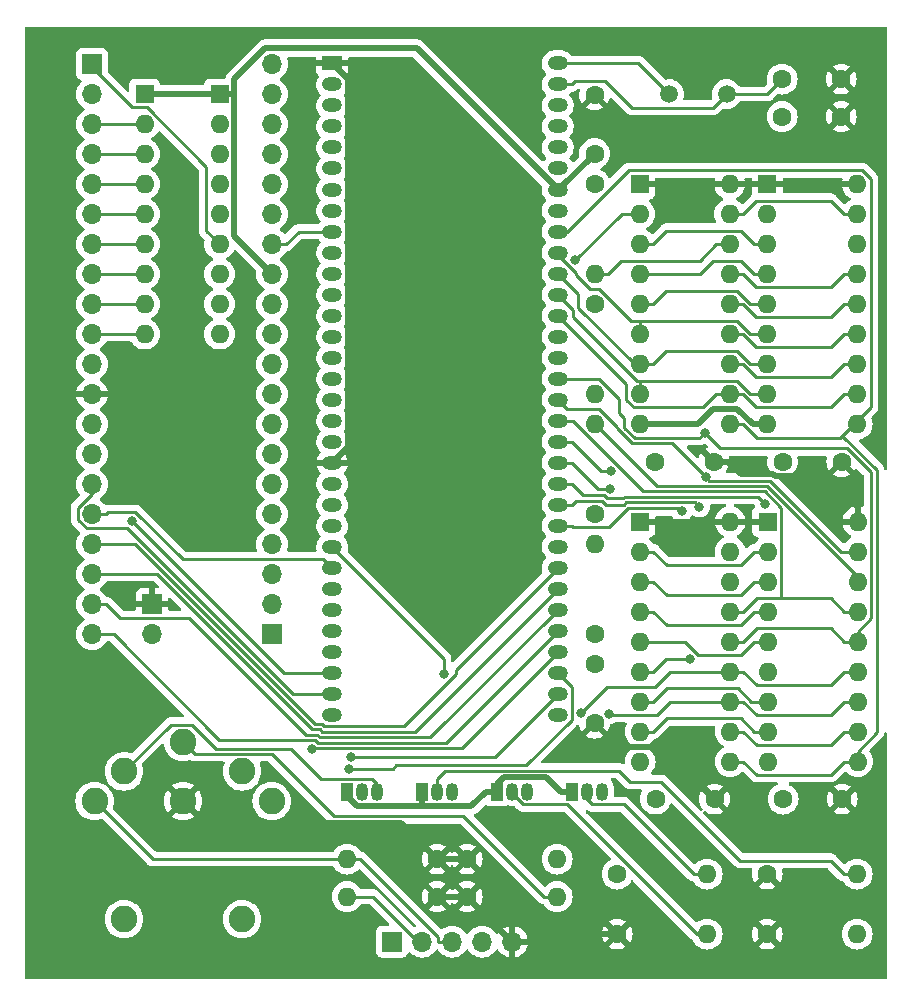
<source format=gbr>
%TF.GenerationSoftware,KiCad,Pcbnew,7.0.7*%
%TF.CreationDate,2024-08-07T00:19:30-05:00*%
%TF.ProjectId,TMS2V,544d5332-562e-46b6-9963-61645f706362,rev?*%
%TF.SameCoordinates,Original*%
%TF.FileFunction,Copper,L2,Bot*%
%TF.FilePolarity,Positive*%
%FSLAX46Y46*%
G04 Gerber Fmt 4.6, Leading zero omitted, Abs format (unit mm)*
G04 Created by KiCad (PCBNEW 7.0.7) date 2024-08-07 00:19:30*
%MOMM*%
%LPD*%
G01*
G04 APERTURE LIST*
%TA.AperFunction,ComponentPad*%
%ADD10R,1.700000X1.200000*%
%TD*%
%TA.AperFunction,ComponentPad*%
%ADD11O,1.700000X1.200000*%
%TD*%
%TA.AperFunction,ComponentPad*%
%ADD12C,1.600000*%
%TD*%
%TA.AperFunction,ComponentPad*%
%ADD13O,1.600000X1.600000*%
%TD*%
%TA.AperFunction,ComponentPad*%
%ADD14R,1.050000X1.500000*%
%TD*%
%TA.AperFunction,ComponentPad*%
%ADD15O,1.050000X1.500000*%
%TD*%
%TA.AperFunction,ComponentPad*%
%ADD16R,1.600000X1.600000*%
%TD*%
%TA.AperFunction,ComponentPad*%
%ADD17C,2.250000*%
%TD*%
%TA.AperFunction,ComponentPad*%
%ADD18C,1.500000*%
%TD*%
%TA.AperFunction,ComponentPad*%
%ADD19R,1.700000X1.700000*%
%TD*%
%TA.AperFunction,ComponentPad*%
%ADD20O,1.700000X1.700000*%
%TD*%
%TA.AperFunction,ViaPad*%
%ADD21C,0.800000*%
%TD*%
%TA.AperFunction,Conductor*%
%ADD22C,0.250000*%
%TD*%
%TA.AperFunction,Conductor*%
%ADD23C,0.500000*%
%TD*%
G04 APERTURE END LIST*
D10*
%TO.P,U1,1,GND*%
%TO.N,GND*%
X142875000Y-75505000D03*
D11*
%TO.P,U1,2,\u002ADHCLK*%
%TO.N,unconnected-(U1-\u002ADHCLK-Pad2)*%
X142875000Y-77285000D03*
%TO.P,U1,3,\u002ADLCLK*%
%TO.N,unconnected-(U1-\u002ADLCLK-Pad3)*%
X142875000Y-79065000D03*
%TO.P,U1,4,\u002AVDS*%
%TO.N,unconnected-(U1-\u002AVDS-Pad4)*%
X142875000Y-80845000D03*
%TO.P,U1,5,HSYNC*%
%TO.N,unconnected-(U1-HSYNC-Pad5)*%
X142875000Y-82625000D03*
%TO.P,U1,6,CSYNC*%
%TO.N,Net-(U1-CSYNC)*%
X142875000Y-84405000D03*
%TO.P,U1,7,BLEO*%
%TO.N,unconnected-(U1-BLEO-Pad7)*%
X142875000Y-86185000D03*
%TO.P,U1,8,CPUCLK*%
%TO.N,/CLK*%
X142875000Y-87965000D03*
%TO.P,U1,9,\u002ARESET*%
%TO.N,Net-(J2-Pin_14)*%
X142875000Y-89745000D03*
%TO.P,U1,10,\u002AYS*%
%TO.N,unconnected-(U1-\u002AYS-Pad10)*%
X142875000Y-91525000D03*
%TO.P,U1,11,CBDR*%
%TO.N,unconnected-(U1-CBDR-Pad11)*%
X142875000Y-93305000D03*
%TO.P,U1,12,C7*%
%TO.N,unconnected-(U1-C7-Pad12)*%
X142875000Y-95085000D03*
%TO.P,U1,13,C6*%
%TO.N,unconnected-(U1-C6-Pad13)*%
X142875000Y-96865000D03*
%TO.P,U1,14,C5*%
%TO.N,unconnected-(U1-C5-Pad14)*%
X142875000Y-98645000D03*
%TO.P,U1,15,C4*%
%TO.N,unconnected-(U1-C4-Pad15)*%
X142875000Y-100425000D03*
%TO.P,U1,16,C3*%
%TO.N,unconnected-(U1-C3-Pad16)*%
X142875000Y-102205000D03*
%TO.P,U1,17,C2*%
%TO.N,unconnected-(U1-C2-Pad17)*%
X142875000Y-103985000D03*
%TO.P,U1,18,C1*%
%TO.N,unconnected-(U1-C1-Pad18)*%
X142875000Y-105765000D03*
%TO.P,U1,19,C0*%
%TO.N,unconnected-(U1-C0-Pad19)*%
X142875000Y-107545000D03*
%TO.P,U1,20,GND*%
%TO.N,GND*%
X142875000Y-109325000D03*
%TO.P,U1,21,VIDEO*%
%TO.N,/COMP*%
X142875000Y-111105000D03*
%TO.P,U1,22,G*%
%TO.N,Net-(Q2-B)*%
X142875000Y-112885000D03*
%TO.P,U1,23,R*%
%TO.N,Net-(Q1-B)*%
X142875000Y-114665000D03*
%TO.P,U1,24,B*%
%TO.N,Net-(Q3-B)*%
X142875000Y-116445000D03*
%TO.P,U1,25,\u002AINT*%
%TO.N,/\u002AINT*%
X142875000Y-118225000D03*
%TO.P,U1,26,\u002ALPS*%
%TO.N,Net-(RN2-R8)*%
X142875000Y-120005000D03*
%TO.P,U1,27,\u002ALPD*%
%TO.N,Net-(RN2-R7)*%
X142875000Y-121785000D03*
%TO.P,U1,28,MODE1*%
%TO.N,Net-(JP1-B)*%
X142875000Y-123565000D03*
%TO.P,U1,29,MODE0*%
%TO.N,Net-(J1-Pin_13)*%
X142875000Y-125345000D03*
%TO.P,U1,30,\u002ACSW*%
%TO.N,Net-(J1-Pin_14)*%
X142875000Y-127125000D03*
%TO.P,U1,31,\u002ACSR*%
%TO.N,Net-(J1-Pin_15)*%
X142875000Y-128905000D03*
%TO.P,U1,32,CD7*%
%TO.N,/CD7*%
X142875000Y-130685000D03*
%TO.P,U1,33,VBB*%
%TO.N,Net-(U1-VBB)*%
X161975800Y-130685000D03*
%TO.P,U1,34,CD6*%
%TO.N,/CD6*%
X161975800Y-128905000D03*
%TO.P,U1,35,CD5*%
%TO.N,/CD5*%
X161975800Y-127125000D03*
%TO.P,U1,36,CD4*%
%TO.N,/CD4*%
X161975800Y-125345000D03*
%TO.P,U1,37,CD3*%
%TO.N,/CD3*%
X161975800Y-123565000D03*
%TO.P,U1,38,CD2*%
%TO.N,/CD2*%
X161975800Y-121785000D03*
%TO.P,U1,39,CD1*%
%TO.N,/CD1*%
X161975800Y-120005000D03*
%TO.P,U1,40,CD0*%
%TO.N,/CD0*%
X161975800Y-118225000D03*
%TO.P,U1,41,RD0*%
%TO.N,/VD0*%
X161975800Y-116445000D03*
%TO.P,U1,42,RD1*%
%TO.N,/VD1*%
X161975800Y-114665000D03*
%TO.P,U1,43,RD2*%
%TO.N,/VD2*%
X161975800Y-112885000D03*
%TO.P,U1,44,RD3*%
%TO.N,/VD3*%
X161975800Y-111105000D03*
%TO.P,U1,45,RD4*%
%TO.N,/VD4*%
X161975800Y-109325000D03*
%TO.P,U1,46,RD5*%
%TO.N,/VD5*%
X161975800Y-107545000D03*
%TO.P,U1,47,RD6*%
%TO.N,/VD6*%
X161975800Y-105765000D03*
%TO.P,U1,48,RD7*%
%TO.N,/VD7*%
X161975800Y-103985000D03*
%TO.P,U1,49,AD0*%
%TO.N,/VA0*%
X161975800Y-102205000D03*
%TO.P,U1,50,AD1*%
%TO.N,/VA1*%
X161975800Y-100425000D03*
%TO.P,U1,51,AD2*%
%TO.N,/VA2*%
X161975800Y-98645000D03*
%TO.P,U1,52,AD3*%
%TO.N,/VA3*%
X161975800Y-96865000D03*
%TO.P,U1,53,AD4*%
%TO.N,/VA4*%
X161975800Y-95085000D03*
%TO.P,U1,54,AD5*%
%TO.N,/VA5*%
X161975800Y-93305000D03*
%TO.P,U1,55,AD6*%
%TO.N,/VA6*%
X161975800Y-91525000D03*
%TO.P,U1,56,AD7*%
%TO.N,/VA7*%
X161975800Y-89745000D03*
%TO.P,U1,57,R/\u002AW*%
%TO.N,Net-(U1-R{slash}\u002AW)*%
X161975800Y-87965000D03*
%TO.P,U1,58,VCC*%
%TO.N,+5V*%
X161975800Y-86185000D03*
%TO.P,U1,59,\u002ACASX*%
%TO.N,unconnected-(U1-\u002ACASX-Pad59)*%
X161975800Y-84405000D03*
%TO.P,U1,60,\u002ACAS1*%
%TO.N,Net-(U1-\u002ACAS1)*%
X161975800Y-82625000D03*
%TO.P,U1,61,\u002ACAS0*%
%TO.N,Net-(U1-\u002ACAS0)*%
X161975800Y-80845000D03*
%TO.P,U1,62,\u002ARAS*%
%TO.N,Net-(U1-\u002ARAS)*%
X161975800Y-79065000D03*
%TO.P,U1,63,XTAL1*%
%TO.N,Net-(U1-XTAL1)*%
X161975800Y-77285000D03*
%TO.P,U1,64,XTAL2*%
%TO.N,Net-(U1-XTAL2)*%
X161975800Y-75505000D03*
%TD*%
D12*
%TO.P,C7,1*%
%TO.N,+5V*%
X170260000Y-137795000D03*
%TO.P,C7,2*%
%TO.N,GND*%
X175260000Y-137795000D03*
%TD*%
%TO.P,C1,1*%
%TO.N,GND*%
X165100000Y-131365000D03*
%TO.P,C1,2*%
%TO.N,Net-(U1-VBB)*%
X165100000Y-126365000D03*
%TD*%
%TO.P,C6,1*%
%TO.N,+5V*%
X181015000Y-109220000D03*
%TO.P,C6,2*%
%TO.N,GND*%
X186015000Y-109220000D03*
%TD*%
%TO.P,R5,1*%
%TO.N,Net-(U1-CSYNC)*%
X167005000Y-144145000D03*
D13*
%TO.P,R5,2*%
%TO.N,Net-(Q4-B)*%
X174625000Y-144145000D03*
%TD*%
D14*
%TO.P,Q4,1,C*%
%TO.N,+5V*%
X163195000Y-137160000D03*
D15*
%TO.P,Q4,2,B*%
%TO.N,Net-(Q4-B)*%
X164465000Y-137160000D03*
%TO.P,Q4,3,E*%
%TO.N,/CSYNC*%
X165735000Y-137160000D03*
%TD*%
D12*
%TO.P,C5,1*%
%TO.N,+5V*%
X170180000Y-109220000D03*
%TO.P,C5,2*%
%TO.N,GND*%
X175180000Y-109220000D03*
%TD*%
D13*
%TO.P,U5,18,GND*%
%TO.N,GND*%
X187365000Y-114300000D03*
%TO.P,U5,17,D3*%
%TO.N,/VD7*%
X187365000Y-116840000D03*
%TO.P,U5,16,\u002ACAS*%
%TO.N,Net-(U3-\u002ACAS)*%
X187365000Y-119380000D03*
%TO.P,U5,15,D2*%
%TO.N,/VD6*%
X187365000Y-121920000D03*
%TO.P,U5,14,A0*%
%TO.N,/VA0*%
X187365000Y-124460000D03*
%TO.P,U5,13,A1*%
%TO.N,/VA1*%
X187365000Y-127000000D03*
%TO.P,U5,12,A2*%
%TO.N,/VA2*%
X187365000Y-129540000D03*
%TO.P,U5,11,A3*%
%TO.N,/VA3*%
X187365000Y-132080000D03*
%TO.P,U5,10,A7*%
%TO.N,/VA7*%
X187365000Y-134620000D03*
%TO.P,U5,9,VCC*%
%TO.N,+5V*%
X179745000Y-134620000D03*
%TO.P,U5,8,A4*%
%TO.N,/VA4*%
X179745000Y-132080000D03*
%TO.P,U5,7,A5*%
%TO.N,/VA5*%
X179745000Y-129540000D03*
%TO.P,U5,6,A6*%
%TO.N,/VA6*%
X179745000Y-127000000D03*
%TO.P,U5,5,\u002ARAS*%
%TO.N,Net-(U2-\u002ARAS)*%
X179745000Y-124460000D03*
%TO.P,U5,4,\u002AWE*%
%TO.N,Net-(U2-\u002AWE)*%
X179745000Y-121920000D03*
%TO.P,U5,3,D1*%
%TO.N,/VD5*%
X179745000Y-119380000D03*
%TO.P,U5,2,D0*%
%TO.N,/VD4*%
X179745000Y-116840000D03*
D16*
%TO.P,U5,1,\u002AOE*%
%TO.N,GND*%
X179745000Y-114300000D03*
%TD*%
D17*
%TO.P,J3,*%
%TO.N,*%
X125255000Y-147955000D03*
X135255000Y-147955000D03*
%TO.P,J3,1*%
%TO.N,/GREEN*%
X137755000Y-137955000D03*
%TO.P,J3,2*%
%TO.N,unconnected-(J3-Pad2)*%
X135255000Y-135455000D03*
%TO.P,J3,3*%
%TO.N,GND*%
X130255000Y-137955000D03*
%TO.P,J3,4*%
%TO.N,/RED*%
X125255000Y-135455000D03*
%TO.P,J3,5*%
%TO.N,/BLUE*%
X122755000Y-137955000D03*
%TO.P,J3,6*%
%TO.N,/CSYNC*%
X130255000Y-132955000D03*
%TD*%
D14*
%TO.P,Q1,1,C*%
%TO.N,+5V*%
X144145000Y-137160000D03*
D15*
%TO.P,Q1,2,B*%
%TO.N,Net-(Q1-B)*%
X145415000Y-137160000D03*
%TO.P,Q1,3,E*%
%TO.N,/RED*%
X146685000Y-137160000D03*
%TD*%
D13*
%TO.P,R9,2*%
%TO.N,/CSYNC*%
X161925000Y-146050000D03*
D12*
%TO.P,R9,1*%
%TO.N,GND*%
X154305000Y-146050000D03*
%TD*%
D18*
%TO.P,Y1,2,2*%
%TO.N,Net-(U1-XTAL1)*%
X176290000Y-78105000D03*
%TO.P,Y1,1,1*%
%TO.N,Net-(U1-XTAL2)*%
X171410000Y-78105000D03*
%TD*%
D12*
%TO.P,R1,1*%
%TO.N,Net-(U1-R{slash}\u002AW)*%
X165100000Y-95885000D03*
D13*
%TO.P,R1,2*%
%TO.N,Net-(U2-\u002AWE)*%
X165100000Y-103505000D03*
%TD*%
D19*
%TO.P,J1,1,Pin_1*%
%TO.N,/\u002ATMS_RAS*%
X122555000Y-75565000D03*
D20*
%TO.P,J1,2,Pin_2*%
%TO.N,/\u002ATMS_CAS*%
X122555000Y-78105000D03*
%TO.P,J1,3,Pin_3*%
%TO.N,/TMS_AD0*%
X122555000Y-80645000D03*
%TO.P,J1,4,Pin_4*%
%TO.N,/TMS_AD1*%
X122555000Y-83185000D03*
%TO.P,J1,5,Pin_5*%
%TO.N,/TMS_AD2*%
X122555000Y-85725000D03*
%TO.P,J1,6,Pin_6*%
%TO.N,/TMS_AD3*%
X122555000Y-88265000D03*
%TO.P,J1,7,Pin_7*%
%TO.N,/TMS_AD4*%
X122555000Y-90805000D03*
%TO.P,J1,8,Pin_8*%
%TO.N,/TMS_AD5*%
X122555000Y-93345000D03*
%TO.P,J1,9,Pin_9*%
%TO.N,/TMS_AD6*%
X122555000Y-95885000D03*
%TO.P,J1,10,Pin_10*%
%TO.N,/TMS_AD7*%
X122555000Y-98425000D03*
%TO.P,J1,11,Pin_11*%
%TO.N,/\u002ATMS_RDWR*%
X122555000Y-100965000D03*
%TO.P,J1,12,Pin_12*%
%TO.N,GND*%
X122555000Y-103505000D03*
%TO.P,J1,13,Pin_13*%
%TO.N,Net-(J1-Pin_13)*%
X122555000Y-106045000D03*
%TO.P,J1,14,Pin_14*%
%TO.N,Net-(J1-Pin_14)*%
X122555000Y-108585000D03*
%TO.P,J1,15,Pin_15*%
%TO.N,Net-(J1-Pin_15)*%
X122555000Y-111125000D03*
%TO.P,J1,16,Pin_16*%
%TO.N,/\u002AINT*%
X122555000Y-113665000D03*
%TO.P,J1,17,Pin_17*%
%TO.N,/CD0*%
X122555000Y-116205000D03*
%TO.P,J1,18,Pin_18*%
%TO.N,/CD1*%
X122555000Y-118745000D03*
%TO.P,J1,19,Pin_19*%
%TO.N,/CD2*%
X122555000Y-121285000D03*
%TO.P,J1,20,Pin_20*%
%TO.N,/CD3*%
X122555000Y-123825000D03*
%TD*%
D13*
%TO.P,R3,2*%
%TO.N,Net-(U3-\u002ACAS)*%
X165100000Y-106045000D03*
D12*
%TO.P,R3,1*%
%TO.N,Net-(U1-\u002ACAS1)*%
X165100000Y-113665000D03*
%TD*%
D13*
%TO.P,RN2,9,R8*%
%TO.N,Net-(RN2-R8)*%
X133350000Y-98425000D03*
%TO.P,RN2,8,R7*%
%TO.N,Net-(RN2-R7)*%
X133350000Y-95885000D03*
%TO.P,RN2,7,R6*%
%TO.N,/\u002ATMS_CAS*%
X133350000Y-93345000D03*
%TO.P,RN2,6,R5*%
%TO.N,/\u002ATMS_RAS*%
X133350000Y-90805000D03*
%TO.P,RN2,5,R4*%
%TO.N,/\u002ATMS_RDWR*%
X133350000Y-88265000D03*
%TO.P,RN2,4,R3*%
%TO.N,unconnected-(RN2-R3-Pad4)*%
X133350000Y-85725000D03*
%TO.P,RN2,3,R2*%
%TO.N,unconnected-(RN2-R2-Pad3)*%
X133350000Y-83185000D03*
%TO.P,RN2,2,R1*%
%TO.N,unconnected-(RN2-R1-Pad2)*%
X133350000Y-80645000D03*
D16*
%TO.P,RN2,1,common*%
%TO.N,+5V*%
X133350000Y-78105000D03*
%TD*%
D12*
%TO.P,C3,1*%
%TO.N,GND*%
X185975000Y-80010000D03*
%TO.P,C3,2*%
%TO.N,Net-(U1-XTAL2)*%
X180975000Y-80010000D03*
%TD*%
%TO.P,R7,1*%
%TO.N,GND*%
X179705000Y-144145000D03*
D13*
%TO.P,R7,2*%
%TO.N,Net-(Q2-B)*%
X187325000Y-144145000D03*
%TD*%
D19*
%TO.P,J4,1,Pin_1*%
%TO.N,/RED*%
X147955000Y-149860000D03*
D20*
%TO.P,J4,2,Pin_2*%
%TO.N,/GREEN*%
X150495000Y-149860000D03*
%TO.P,J4,3,Pin_3*%
%TO.N,/BLUE*%
X153035000Y-149860000D03*
%TO.P,J4,4,Pin_4*%
%TO.N,/CSYNC*%
X155575000Y-149860000D03*
%TO.P,J4,5,Pin_5*%
%TO.N,GND*%
X158115000Y-149860000D03*
%TD*%
D12*
%TO.P,R6,1*%
%TO.N,GND*%
X167005000Y-149225000D03*
D13*
%TO.P,R6,2*%
%TO.N,Net-(Q3-B)*%
X174625000Y-149225000D03*
%TD*%
D14*
%TO.P,Q3,1,C*%
%TO.N,+5V*%
X156845000Y-137160000D03*
D15*
%TO.P,Q3,2,B*%
%TO.N,Net-(Q3-B)*%
X158115000Y-137160000D03*
%TO.P,Q3,3,E*%
%TO.N,/BLUE*%
X159385000Y-137160000D03*
%TD*%
D12*
%TO.P,C8,1*%
%TO.N,+5V*%
X181055000Y-137795000D03*
%TO.P,C8,2*%
%TO.N,GND*%
X186055000Y-137795000D03*
%TD*%
%TO.P,C4,1*%
%TO.N,+5V*%
X165100000Y-83145000D03*
%TO.P,C4,2*%
%TO.N,GND*%
X165100000Y-78145000D03*
%TD*%
%TO.P,C2,1*%
%TO.N,GND*%
X185975000Y-76835000D03*
%TO.P,C2,2*%
%TO.N,Net-(U1-XTAL1)*%
X180975000Y-76835000D03*
%TD*%
%TO.P,R4,1*%
%TO.N,Net-(U1-\u002ARAS)*%
X165100000Y-123825000D03*
D13*
%TO.P,R4,2*%
%TO.N,Net-(U2-\u002ARAS)*%
X165100000Y-116205000D03*
%TD*%
%TO.P,U3,18,GND*%
%TO.N,GND*%
X187325000Y-85725000D03*
%TO.P,U3,17,D3*%
%TO.N,/VD3*%
X187325000Y-88265000D03*
%TO.P,U3,16,\u002ACAS*%
%TO.N,Net-(U3-\u002ACAS)*%
X187325000Y-90805000D03*
%TO.P,U3,15,D2*%
%TO.N,/VD2*%
X187325000Y-93345000D03*
%TO.P,U3,14,A0*%
%TO.N,/VA0*%
X187325000Y-95885000D03*
%TO.P,U3,13,A1*%
%TO.N,/VA1*%
X187325000Y-98425000D03*
%TO.P,U3,12,A2*%
%TO.N,/VA2*%
X187325000Y-100965000D03*
%TO.P,U3,11,A3*%
%TO.N,/VA3*%
X187325000Y-103505000D03*
%TO.P,U3,10,A7*%
%TO.N,/VA7*%
X187325000Y-106045000D03*
%TO.P,U3,9,VCC*%
%TO.N,+5V*%
X179705000Y-106045000D03*
%TO.P,U3,8,A4*%
%TO.N,/VA4*%
X179705000Y-103505000D03*
%TO.P,U3,7,A5*%
%TO.N,/VA5*%
X179705000Y-100965000D03*
%TO.P,U3,6,A6*%
%TO.N,/VA6*%
X179705000Y-98425000D03*
%TO.P,U3,5,\u002ARAS*%
%TO.N,Net-(U2-\u002ARAS)*%
X179705000Y-95885000D03*
%TO.P,U3,4,\u002AWE*%
%TO.N,Net-(U2-\u002AWE)*%
X179705000Y-93345000D03*
%TO.P,U3,3,D1*%
%TO.N,/VD1*%
X179705000Y-90805000D03*
%TO.P,U3,2,D0*%
%TO.N,/VD0*%
X179705000Y-88265000D03*
D16*
%TO.P,U3,1,\u002AOE*%
%TO.N,GND*%
X179705000Y-85725000D03*
%TD*%
D13*
%TO.P,U4,18,GND*%
%TO.N,GND*%
X176570000Y-114300000D03*
%TO.P,U4,17,D3*%
%TO.N,/VD7*%
X176570000Y-116840000D03*
%TO.P,U4,16,\u002ACAS*%
%TO.N,Net-(U2-\u002ACAS)*%
X176570000Y-119380000D03*
%TO.P,U4,15,D2*%
%TO.N,/VD6*%
X176570000Y-121920000D03*
%TO.P,U4,14,A0*%
%TO.N,/VA0*%
X176570000Y-124460000D03*
%TO.P,U4,13,A1*%
%TO.N,/VA1*%
X176570000Y-127000000D03*
%TO.P,U4,12,A2*%
%TO.N,/VA2*%
X176570000Y-129540000D03*
%TO.P,U4,11,A3*%
%TO.N,/VA3*%
X176570000Y-132080000D03*
%TO.P,U4,10,A7*%
%TO.N,/VA7*%
X176570000Y-134620000D03*
%TO.P,U4,9,VCC*%
%TO.N,+5V*%
X168950000Y-134620000D03*
%TO.P,U4,8,A4*%
%TO.N,/VA4*%
X168950000Y-132080000D03*
%TO.P,U4,7,A5*%
%TO.N,/VA5*%
X168950000Y-129540000D03*
%TO.P,U4,6,A6*%
%TO.N,/VA6*%
X168950000Y-127000000D03*
%TO.P,U4,5,\u002ARAS*%
%TO.N,Net-(U2-\u002ARAS)*%
X168950000Y-124460000D03*
%TO.P,U4,4,\u002AWE*%
%TO.N,Net-(U2-\u002AWE)*%
X168950000Y-121920000D03*
%TO.P,U4,3,D1*%
%TO.N,/VD5*%
X168950000Y-119380000D03*
%TO.P,U4,2,D0*%
%TO.N,/VD4*%
X168950000Y-116840000D03*
D16*
%TO.P,U4,1,\u002AOE*%
%TO.N,GND*%
X168950000Y-114300000D03*
%TD*%
D13*
%TO.P,R2,2*%
%TO.N,Net-(U2-\u002ACAS)*%
X165100000Y-93345000D03*
D12*
%TO.P,R2,1*%
%TO.N,Net-(U1-\u002ACAS0)*%
X165100000Y-85725000D03*
%TD*%
D14*
%TO.P,Q2,1,C*%
%TO.N,+5V*%
X150495000Y-137160000D03*
D15*
%TO.P,Q2,2,B*%
%TO.N,Net-(Q2-B)*%
X151765000Y-137160000D03*
%TO.P,Q2,3,E*%
%TO.N,/GREEN*%
X153035000Y-137160000D03*
%TD*%
D12*
%TO.P,R8,1*%
%TO.N,GND*%
X179705000Y-149225000D03*
D13*
%TO.P,R8,2*%
%TO.N,Net-(Q1-B)*%
X187325000Y-149225000D03*
%TD*%
D12*
%TO.P,R10,1*%
%TO.N,GND*%
X151765000Y-142875000D03*
D13*
%TO.P,R10,2*%
%TO.N,/BLUE*%
X144145000Y-142875000D03*
%TD*%
D12*
%TO.P,R11,1*%
%TO.N,GND*%
X151765000Y-146050000D03*
D13*
%TO.P,R11,2*%
%TO.N,/GREEN*%
X144145000Y-146050000D03*
%TD*%
D19*
%TO.P,J2,1,Pin_1*%
%TO.N,/CD4*%
X137795000Y-123825000D03*
D20*
%TO.P,J2,2,Pin_2*%
%TO.N,/CD5*%
X137795000Y-121285000D03*
%TO.P,J2,3,Pin_3*%
%TO.N,/CD6*%
X137795000Y-118745000D03*
%TO.P,J2,4,Pin_4*%
%TO.N,/CD7*%
X137795000Y-116205000D03*
%TO.P,J2,5,Pin_5*%
%TO.N,unconnected-(J2-Pin_5-Pad5)*%
X137795000Y-113665000D03*
%TO.P,J2,6,Pin_6*%
%TO.N,unconnected-(J2-Pin_6-Pad6)*%
X137795000Y-111125000D03*
%TO.P,J2,7,Pin_7*%
%TO.N,unconnected-(J2-Pin_7-Pad7)*%
X137795000Y-108585000D03*
%TO.P,J2,8,Pin_8*%
%TO.N,unconnected-(J2-Pin_8-Pad8)*%
X137795000Y-106045000D03*
%TO.P,J2,9,Pin_9*%
%TO.N,unconnected-(J2-Pin_9-Pad9)*%
X137795000Y-103505000D03*
%TO.P,J2,10,Pin_10*%
%TO.N,unconnected-(J2-Pin_10-Pad10)*%
X137795000Y-100965000D03*
%TO.P,J2,11,Pin_11*%
%TO.N,unconnected-(J2-Pin_11-Pad11)*%
X137795000Y-98425000D03*
%TO.P,J2,12,Pin_12*%
%TO.N,unconnected-(J2-Pin_12-Pad12)*%
X137795000Y-95885000D03*
%TO.P,J2,13,Pin_13*%
%TO.N,+5V*%
X137795000Y-93345000D03*
%TO.P,J2,14,Pin_14*%
%TO.N,Net-(J2-Pin_14)*%
X137795000Y-90805000D03*
%TO.P,J2,15,Pin_15*%
%TO.N,unconnected-(J2-Pin_15-Pad15)*%
X137795000Y-88265000D03*
%TO.P,J2,16,Pin_16*%
%TO.N,/COMP*%
X137795000Y-85725000D03*
%TO.P,J2,17,Pin_17*%
%TO.N,unconnected-(J2-Pin_17-Pad17)*%
X137795000Y-83185000D03*
%TO.P,J2,18,Pin_18*%
%TO.N,/CLK*%
X137795000Y-80645000D03*
%TO.P,J2,19,Pin_19*%
%TO.N,unconnected-(J2-Pin_19-Pad19)*%
X137795000Y-78105000D03*
%TO.P,J2,20,Pin_20*%
%TO.N,unconnected-(J2-Pin_20-Pad20)*%
X137795000Y-75565000D03*
%TD*%
D19*
%TO.P,JP1,1,A*%
%TO.N,GND*%
X127635000Y-121280000D03*
D20*
%TO.P,JP1,2,B*%
%TO.N,Net-(JP1-B)*%
X127635000Y-123820000D03*
%TD*%
D16*
%TO.P,U2,1,\u002AOE*%
%TO.N,GND*%
X168910000Y-85725000D03*
D13*
%TO.P,U2,2,D0*%
%TO.N,/VD0*%
X168910000Y-88265000D03*
%TO.P,U2,3,D1*%
%TO.N,/VD1*%
X168910000Y-90805000D03*
%TO.P,U2,4,\u002AWE*%
%TO.N,Net-(U2-\u002AWE)*%
X168910000Y-93345000D03*
%TO.P,U2,5,\u002ARAS*%
%TO.N,Net-(U2-\u002ARAS)*%
X168910000Y-95885000D03*
%TO.P,U2,6,A6*%
%TO.N,/VA6*%
X168910000Y-98425000D03*
%TO.P,U2,7,A5*%
%TO.N,/VA5*%
X168910000Y-100965000D03*
%TO.P,U2,8,A4*%
%TO.N,/VA4*%
X168910000Y-103505000D03*
%TO.P,U2,9,VCC*%
%TO.N,+5V*%
X168910000Y-106045000D03*
%TO.P,U2,10,A7*%
%TO.N,/VA7*%
X176530000Y-106045000D03*
%TO.P,U2,11,A3*%
%TO.N,/VA3*%
X176530000Y-103505000D03*
%TO.P,U2,12,A2*%
%TO.N,/VA2*%
X176530000Y-100965000D03*
%TO.P,U2,13,A1*%
%TO.N,/VA1*%
X176530000Y-98425000D03*
%TO.P,U2,14,A0*%
%TO.N,/VA0*%
X176530000Y-95885000D03*
%TO.P,U2,15,D2*%
%TO.N,/VD2*%
X176530000Y-93345000D03*
%TO.P,U2,16,\u002ACAS*%
%TO.N,Net-(U2-\u002ACAS)*%
X176530000Y-90805000D03*
%TO.P,U2,17,D3*%
%TO.N,/VD3*%
X176530000Y-88265000D03*
%TO.P,U2,18,GND*%
%TO.N,GND*%
X176530000Y-85725000D03*
%TD*%
D12*
%TO.P,R12,1*%
%TO.N,GND*%
X154305000Y-142875000D03*
D13*
%TO.P,R12,2*%
%TO.N,/RED*%
X161925000Y-142875000D03*
%TD*%
D16*
%TO.P,RN1,1,common*%
%TO.N,+5V*%
X127000000Y-78105000D03*
D13*
%TO.P,RN1,2,R1*%
%TO.N,/TMS_AD0*%
X127000000Y-80645000D03*
%TO.P,RN1,3,R2*%
%TO.N,/TMS_AD1*%
X127000000Y-83185000D03*
%TO.P,RN1,4,R3*%
%TO.N,/TMS_AD2*%
X127000000Y-85725000D03*
%TO.P,RN1,5,R4*%
%TO.N,/TMS_AD3*%
X127000000Y-88265000D03*
%TO.P,RN1,6,R5*%
%TO.N,/TMS_AD4*%
X127000000Y-90805000D03*
%TO.P,RN1,7,R6*%
%TO.N,/TMS_AD5*%
X127000000Y-93345000D03*
%TO.P,RN1,8,R7*%
%TO.N,/TMS_AD6*%
X127000000Y-95885000D03*
%TO.P,RN1,9,R8*%
%TO.N,/TMS_AD7*%
X127000000Y-98425000D03*
%TD*%
D21*
%TO.N,/VA6*%
X173181900Y-125948300D03*
%TO.N,/VA2*%
X166274800Y-130555900D03*
%TO.N,/VA1*%
X163910300Y-130500600D03*
%TO.N,/VA0*%
X174418900Y-106768500D03*
%TO.N,/VD7*%
X174509000Y-110540200D03*
%TO.N,/VD5*%
X166459400Y-110032200D03*
%TO.N,/VD4*%
X166413500Y-111555600D03*
%TO.N,/VD3*%
X179541600Y-112840000D03*
%TO.N,/VD2*%
X173970100Y-113047000D03*
%TO.N,/VD1*%
X172456400Y-113426500D03*
%TO.N,/VD0*%
X163469400Y-92176300D03*
%TO.N,Net-(Q3-B)*%
X152325700Y-127226300D03*
%TO.N,/CD6*%
X144504000Y-134213000D03*
%TO.N,/CD5*%
X144321800Y-135232800D03*
%TO.N,/CD4*%
X141133200Y-133513500D03*
%TO.N,Net-(J1-Pin_14)*%
X125916500Y-114213500D03*
%TD*%
D22*
%TO.N,Net-(Q4-B)*%
X167590000Y-138235300D02*
X173499700Y-144145000D01*
X173499700Y-144145000D02*
X174625000Y-144145000D01*
X164905300Y-138235300D02*
X167590000Y-138235300D01*
X164465000Y-137160000D02*
X164465000Y-137795000D01*
X164465000Y-137795000D02*
X164905300Y-138235300D01*
%TO.N,Net-(Q3-B)*%
X158115000Y-137317082D02*
X158115000Y-137160000D01*
X159033218Y-138235300D02*
X158115000Y-137317082D01*
X162791300Y-138235300D02*
X159033218Y-138235300D01*
X173781000Y-149225000D02*
X162791300Y-138235300D01*
X174625000Y-149225000D02*
X173781000Y-149225000D01*
%TO.N,/RED*%
X129209600Y-131500400D02*
X125255000Y-135455000D01*
X139405900Y-133530100D02*
X133055300Y-133530100D01*
X141960500Y-136084700D02*
X139405900Y-133530100D01*
X131025600Y-131500400D02*
X129209600Y-131500400D01*
X146685000Y-136525000D02*
X146244700Y-136084700D01*
X146244700Y-136084700D02*
X141960500Y-136084700D01*
X146685000Y-137160000D02*
X146685000Y-136525000D01*
X133055300Y-133530100D02*
X131025600Y-131500400D01*
D23*
%TO.N,+5V*%
X144145000Y-137493858D02*
X145011442Y-138360300D01*
X144145000Y-137160000D02*
X144145000Y-137493858D01*
X145011442Y-138360300D02*
X150495000Y-138360300D01*
X162219700Y-137160000D02*
X163195000Y-137160000D01*
X156845000Y-136525000D02*
X157410300Y-135959700D01*
X157410300Y-135959700D02*
X161019400Y-135959700D01*
X161019400Y-135959700D02*
X162219700Y-137160000D01*
X156845000Y-137160000D02*
X156845000Y-136525000D01*
D22*
%TO.N,/GREEN*%
X146317700Y-146050000D02*
X144145000Y-146050000D01*
X150127700Y-149860000D02*
X146317700Y-146050000D01*
X150495000Y-149860000D02*
X150127700Y-149860000D01*
D23*
%TO.N,GND*%
X158115000Y-149860000D02*
X154305000Y-146050000D01*
D22*
%TO.N,Net-(U3-\u002ACAS)*%
X187365000Y-118967700D02*
X187365000Y-119380000D01*
X179688200Y-111290900D02*
X187365000Y-118967700D01*
X170345900Y-111290900D02*
X179688200Y-111290900D01*
X165100000Y-106045000D02*
X170345900Y-111290900D01*
%TO.N,/VA0*%
X188496000Y-122485000D02*
X187365000Y-123616000D01*
X188496000Y-110091500D02*
X188496000Y-122485000D01*
X175745000Y-108094600D02*
X186499100Y-108094600D01*
X186499100Y-108094600D02*
X188496000Y-110091500D01*
X174418900Y-106768500D02*
X175745000Y-108094600D01*
X187365000Y-123616000D02*
X187365000Y-124460000D01*
%TO.N,/VA7*%
X188996800Y-132144200D02*
X187365000Y-133776000D01*
X188996800Y-109935800D02*
X188996800Y-132144200D01*
X186074900Y-107013800D02*
X188996800Y-109935800D01*
X187365000Y-133776000D02*
X187365000Y-134620000D01*
X188460900Y-104627800D02*
X187043700Y-106045000D01*
X188460900Y-85262200D02*
X188460900Y-104627800D01*
X187744900Y-84546200D02*
X188460900Y-85262200D01*
X167989200Y-84546200D02*
X187744900Y-84546200D01*
X162790400Y-89745000D02*
X167989200Y-84546200D01*
X161975800Y-89745000D02*
X162790400Y-89745000D01*
%TO.N,/\u002ATMS_RAS*%
X122555000Y-75823300D02*
X122555000Y-75565000D01*
X132224700Y-84267500D02*
X127187600Y-79230400D01*
X132224700Y-89679700D02*
X132224700Y-84267500D01*
X127187600Y-79230400D02*
X125962100Y-79230400D01*
X125962100Y-79230400D02*
X122555000Y-75823300D01*
X133350000Y-90805000D02*
X132224700Y-89679700D01*
%TO.N,Net-(J1-Pin_15)*%
X122078700Y-114858100D02*
X125493600Y-114858100D01*
X139540500Y-128905000D02*
X142875000Y-128905000D01*
X121360000Y-113128000D02*
X121360000Y-114139400D01*
X125493600Y-114858100D02*
X139540500Y-128905000D01*
X122555000Y-111933000D02*
X121360000Y-113128000D01*
X121360000Y-114139400D02*
X122078700Y-114858100D01*
X122555000Y-111125000D02*
X122555000Y-111933000D01*
%TO.N,/VA7*%
X186074900Y-107013800D02*
X187043700Y-106045000D01*
X185893100Y-107195600D02*
X186074900Y-107013800D01*
X178805900Y-107195600D02*
X185893100Y-107195600D01*
X177655300Y-106045000D02*
X178805900Y-107195600D01*
X176530000Y-106045000D02*
X177655300Y-106045000D01*
X187325000Y-106045000D02*
X187043700Y-106045000D01*
X176570000Y-134620000D02*
X177695300Y-134620000D01*
X187365000Y-134620000D02*
X186239700Y-134620000D01*
X178820600Y-135745300D02*
X177695300Y-134620000D01*
X185114400Y-135745300D02*
X178820600Y-135745300D01*
X186239700Y-134620000D02*
X185114400Y-135745300D01*
%TO.N,/VA6*%
X168950000Y-127000000D02*
X170075300Y-127000000D01*
X171127000Y-125948300D02*
X170075300Y-127000000D01*
X173181900Y-125948300D02*
X171127000Y-125948300D01*
X168136700Y-97299700D02*
X168910000Y-97299700D01*
X165452000Y-94615000D02*
X168136700Y-97299700D01*
X164735800Y-94615000D02*
X165452000Y-94615000D01*
X163541500Y-93420700D02*
X164735800Y-94615000D01*
X163541500Y-93274100D02*
X163541500Y-93420700D01*
X161975800Y-91708400D02*
X163541500Y-93274100D01*
X161975800Y-91525000D02*
X161975800Y-91708400D01*
X178292200Y-98425000D02*
X179705000Y-98425000D01*
X177166900Y-97299700D02*
X178292200Y-98425000D01*
X168910000Y-97299700D02*
X177166900Y-97299700D01*
X168910000Y-97412300D02*
X168910000Y-97299700D01*
X168910000Y-98425000D02*
X168910000Y-97412300D01*
%TO.N,/VA5*%
X168910000Y-100965000D02*
X170035300Y-100965000D01*
X178292200Y-100965000D02*
X179705000Y-100965000D01*
X177159000Y-99831800D02*
X178292200Y-100965000D01*
X171168500Y-99831800D02*
X177159000Y-99831800D01*
X170035300Y-100965000D02*
X171168500Y-99831800D01*
X168492700Y-100965000D02*
X168910000Y-100965000D01*
X163722200Y-96194500D02*
X168492700Y-100965000D01*
X163722200Y-95051400D02*
X163722200Y-96194500D01*
X161975800Y-93305000D02*
X163722200Y-95051400D01*
X168950000Y-129540000D02*
X170075300Y-129540000D01*
X178332200Y-129540000D02*
X179745000Y-129540000D01*
X177199000Y-128406800D02*
X178332200Y-129540000D01*
X171208500Y-128406800D02*
X177199000Y-128406800D01*
X170075300Y-129540000D02*
X171208500Y-128406800D01*
%TO.N,/VA4*%
X178292200Y-103505000D02*
X179705000Y-103505000D01*
X177166900Y-102379700D02*
X178292200Y-103505000D01*
X168910000Y-102379700D02*
X177166900Y-102379700D01*
X168910000Y-102492300D02*
X168910000Y-102379700D01*
X168910000Y-103505000D02*
X168910000Y-102492300D01*
X163271800Y-96381000D02*
X161975800Y-95085000D01*
X163271800Y-97005900D02*
X163271800Y-96381000D01*
X168645600Y-102379700D02*
X163271800Y-97005900D01*
X168910000Y-102379700D02*
X168645600Y-102379700D01*
X177494400Y-130954700D02*
X178619700Y-132080000D01*
X171200600Y-130954700D02*
X177494400Y-130954700D01*
X170075300Y-132080000D02*
X171200600Y-130954700D01*
X168950000Y-132080000D02*
X170075300Y-132080000D01*
X179745000Y-132080000D02*
X178619700Y-132080000D01*
%TO.N,/VA3*%
X176530000Y-103505000D02*
X177655300Y-103505000D01*
X187325000Y-103505000D02*
X186199700Y-103505000D01*
X178780600Y-104630300D02*
X177655300Y-103505000D01*
X185074400Y-104630300D02*
X178780600Y-104630300D01*
X186199700Y-103505000D02*
X185074400Y-104630300D01*
X176530000Y-103505000D02*
X175404700Y-103505000D01*
X174279400Y-104630300D02*
X175404700Y-103505000D01*
X168400700Y-104630300D02*
X174279400Y-104630300D01*
X167784600Y-104014200D02*
X168400700Y-104630300D01*
X167784600Y-102673800D02*
X167784600Y-104014200D01*
X161975800Y-96865000D02*
X167784600Y-102673800D01*
X187365000Y-132080000D02*
X186239700Y-132080000D01*
X176570000Y-132080000D02*
X177695300Y-132080000D01*
X185114400Y-133205300D02*
X186239700Y-132080000D01*
X178820600Y-133205300D02*
X185114400Y-133205300D01*
X177695300Y-132080000D02*
X178820600Y-133205300D01*
%TO.N,/VA2*%
X166393000Y-130674100D02*
X166274800Y-130555900D01*
X170351200Y-130674100D02*
X166393000Y-130674100D01*
X171485300Y-129540000D02*
X170351200Y-130674100D01*
X176570000Y-129540000D02*
X171485300Y-129540000D01*
X187325000Y-100965000D02*
X186199700Y-100965000D01*
X176530000Y-100965000D02*
X177655300Y-100965000D01*
X185074400Y-102090300D02*
X186199700Y-100965000D01*
X178780600Y-102090300D02*
X185074400Y-102090300D01*
X177655300Y-100965000D02*
X178780600Y-102090300D01*
X177132700Y-129540000D02*
X176570000Y-129540000D01*
X177132700Y-129540000D02*
X177695300Y-129540000D01*
X187365000Y-129540000D02*
X186239700Y-129540000D01*
X178831600Y-130676300D02*
X177695300Y-129540000D01*
X185103400Y-130676300D02*
X178831600Y-130676300D01*
X186239700Y-129540000D02*
X185103400Y-130676300D01*
%TO.N,/VA1*%
X166132600Y-128278300D02*
X163910300Y-130500600D01*
X170207000Y-128278300D02*
X166132600Y-128278300D01*
X171485300Y-127000000D02*
X170207000Y-128278300D01*
X175444700Y-127000000D02*
X171485300Y-127000000D01*
X176570000Y-127000000D02*
X177695300Y-127000000D01*
X187365000Y-127000000D02*
X186239700Y-127000000D01*
X178820600Y-128125300D02*
X177695300Y-127000000D01*
X185114400Y-128125300D02*
X178820600Y-128125300D01*
X186239700Y-127000000D02*
X185114400Y-128125300D01*
X176570000Y-127000000D02*
X175444700Y-127000000D01*
X176530000Y-98425000D02*
X177655300Y-98425000D01*
X187325000Y-98425000D02*
X186199700Y-98425000D01*
X185074400Y-99550300D02*
X186199700Y-98425000D01*
X178780600Y-99550300D02*
X185074400Y-99550300D01*
X177655300Y-98425000D02*
X178780600Y-99550300D01*
%TO.N,/VA0*%
X173968500Y-107218900D02*
X174418900Y-106768500D01*
X168486900Y-107218900D02*
X173968500Y-107218900D01*
X167621100Y-106353100D02*
X168486900Y-107218900D01*
X167621100Y-105556400D02*
X167621100Y-106353100D01*
X167170800Y-105106100D02*
X167621100Y-105556400D01*
X167170800Y-103914100D02*
X167170800Y-105106100D01*
X165461700Y-102205000D02*
X167170800Y-103914100D01*
X161975800Y-102205000D02*
X165461700Y-102205000D01*
X186802400Y-124460000D02*
X187365000Y-124460000D01*
X186802400Y-124460000D02*
X186239700Y-124460000D01*
X176530000Y-95885000D02*
X177655300Y-95885000D01*
X187325000Y-95885000D02*
X186199700Y-95885000D01*
X178780600Y-97010300D02*
X177655300Y-95885000D01*
X185074400Y-97010300D02*
X178780600Y-97010300D01*
X186199700Y-95885000D02*
X185074400Y-97010300D01*
X176570000Y-124460000D02*
X177695300Y-124460000D01*
X185114400Y-123334700D02*
X186239700Y-124460000D01*
X178820600Y-123334700D02*
X185114400Y-123334700D01*
X177695300Y-124460000D02*
X178820600Y-123334700D01*
%TO.N,/VD7*%
X185958100Y-116840000D02*
X186239700Y-116840000D01*
X179958600Y-110840500D02*
X185958100Y-116840000D01*
X174809300Y-110840500D02*
X179958600Y-110840500D01*
X174509000Y-110540200D02*
X174809300Y-110840500D01*
X171638000Y-107669200D02*
X174509000Y-110540200D01*
X168300300Y-107669200D02*
X171638000Y-107669200D01*
X167011500Y-106380400D02*
X168300300Y-107669200D01*
X167011500Y-106300800D02*
X167011500Y-106380400D01*
X165485700Y-104775000D02*
X167011500Y-106300800D01*
X162765800Y-104775000D02*
X165485700Y-104775000D01*
X161975800Y-103985000D02*
X162765800Y-104775000D01*
X187365000Y-116840000D02*
X186239700Y-116840000D01*
%TO.N,/VD6*%
X180882700Y-113126600D02*
X180882700Y-120794700D01*
X179497300Y-111741200D02*
X180882700Y-113126600D01*
X169204600Y-111741200D02*
X179497300Y-111741200D01*
X163228400Y-105765000D02*
X169204600Y-111741200D01*
X161975800Y-105765000D02*
X163228400Y-105765000D01*
X185114400Y-120794700D02*
X186239700Y-121920000D01*
X180882700Y-120794700D02*
X185114400Y-120794700D01*
X178820600Y-120794700D02*
X180882700Y-120794700D01*
X177695300Y-121920000D02*
X178820600Y-120794700D01*
X187365000Y-121920000D02*
X186239700Y-121920000D01*
X176570000Y-121920000D02*
X177695300Y-121920000D01*
%TO.N,/VD5*%
X165638300Y-110032200D02*
X166459400Y-110032200D01*
X163151100Y-107545000D02*
X165638300Y-110032200D01*
X161975800Y-107545000D02*
X163151100Y-107545000D01*
X179745000Y-119380000D02*
X178619700Y-119380000D01*
X168950000Y-119380000D02*
X170075300Y-119380000D01*
X177483400Y-120516300D02*
X178619700Y-119380000D01*
X171211600Y-120516300D02*
X177483400Y-120516300D01*
X170075300Y-119380000D02*
X171211600Y-120516300D01*
%TO.N,/VD4*%
X165381700Y-111555600D02*
X166413500Y-111555600D01*
X163151100Y-109325000D02*
X165381700Y-111555600D01*
X161975800Y-109325000D02*
X163151100Y-109325000D01*
X179745000Y-116840000D02*
X178619700Y-116840000D01*
X168950000Y-116840000D02*
X170075300Y-116840000D01*
X177494400Y-117965300D02*
X178619700Y-116840000D01*
X171200600Y-117965300D02*
X177494400Y-117965300D01*
X170075300Y-116840000D02*
X171200600Y-117965300D01*
%TO.N,/VD3*%
X178893100Y-112191500D02*
X179541600Y-112840000D01*
X167631300Y-112191500D02*
X178893100Y-112191500D01*
X167501100Y-112321700D02*
X167631300Y-112191500D01*
X166153900Y-112321700D02*
X167501100Y-112321700D01*
X165919100Y-112086900D02*
X166153900Y-112321700D01*
X164133000Y-112086900D02*
X165919100Y-112086900D01*
X163151100Y-111105000D02*
X164133000Y-112086900D01*
X187325000Y-88265000D02*
X186199700Y-88265000D01*
X176530000Y-88265000D02*
X177655300Y-88265000D01*
X185074400Y-87139700D02*
X186199700Y-88265000D01*
X178780600Y-87139700D02*
X185074400Y-87139700D01*
X177655300Y-88265000D02*
X178780600Y-87139700D01*
X161975800Y-111105000D02*
X163151100Y-111105000D01*
%TO.N,/VD2*%
X163498900Y-112537200D02*
X163151100Y-112885000D01*
X165732500Y-112537200D02*
X163498900Y-112537200D01*
X166053100Y-112857800D02*
X165732500Y-112537200D01*
X167601900Y-112857800D02*
X166053100Y-112857800D01*
X167790900Y-112668800D02*
X167601900Y-112857800D01*
X173591900Y-112668800D02*
X167790900Y-112668800D01*
X173970100Y-113047000D02*
X173591900Y-112668800D01*
X161975800Y-112885000D02*
X163151100Y-112885000D01*
X187325000Y-93345000D02*
X186199700Y-93345000D01*
X176530000Y-93345000D02*
X177655300Y-93345000D01*
X185074400Y-94470300D02*
X186199700Y-93345000D01*
X178780600Y-94470300D02*
X185074400Y-94470300D01*
X177655300Y-93345000D02*
X178780600Y-94470300D01*
%TO.N,/VD1*%
X172189300Y-113159400D02*
X172456400Y-113426500D01*
X167957600Y-113159400D02*
X172189300Y-113159400D01*
X166317000Y-114800000D02*
X167957600Y-113159400D01*
X163286100Y-114800000D02*
X166317000Y-114800000D01*
X163151100Y-114665000D02*
X163286100Y-114800000D01*
X161975800Y-114665000D02*
X163151100Y-114665000D01*
X171160600Y-89679700D02*
X170035300Y-90805000D01*
X177454400Y-89679700D02*
X171160600Y-89679700D01*
X178579700Y-90805000D02*
X177454400Y-89679700D01*
X168910000Y-90805000D02*
X170035300Y-90805000D01*
X179705000Y-90805000D02*
X178579700Y-90805000D01*
%TO.N,/VD0*%
X167380700Y-88265000D02*
X163469400Y-92176300D01*
X168910000Y-88265000D02*
X167380700Y-88265000D01*
%TO.N,Net-(U2-\u002ARAS)*%
X172719400Y-124460000D02*
X170075300Y-124460000D01*
X173844700Y-125585300D02*
X172719400Y-124460000D01*
X177494400Y-125585300D02*
X173844700Y-125585300D01*
X178619700Y-124460000D02*
X177494400Y-125585300D01*
X179745000Y-124460000D02*
X178619700Y-124460000D01*
X168950000Y-124460000D02*
X170075300Y-124460000D01*
X168910000Y-95885000D02*
X170035300Y-95885000D01*
X178292200Y-95885000D02*
X179705000Y-95885000D01*
X177159000Y-94751800D02*
X178292200Y-95885000D01*
X171168500Y-94751800D02*
X177159000Y-94751800D01*
X170035300Y-95885000D02*
X171168500Y-94751800D01*
%TO.N,Net-(U2-\u002ACAS)*%
X165100000Y-93345000D02*
X166225300Y-93345000D01*
X176530000Y-90805000D02*
X175404700Y-90805000D01*
X167350600Y-92219700D02*
X166225300Y-93345000D01*
X173990000Y-92219700D02*
X167350600Y-92219700D01*
X175404700Y-90805000D02*
X173990000Y-92219700D01*
%TO.N,Net-(U2-\u002AWE)*%
X177454400Y-92219700D02*
X178579700Y-93345000D01*
X175120000Y-92219700D02*
X177454400Y-92219700D01*
X173994700Y-93345000D02*
X175120000Y-92219700D01*
X168910000Y-93345000D02*
X173994700Y-93345000D01*
X179745000Y-121920000D02*
X178619700Y-121920000D01*
X168950000Y-121920000D02*
X170075300Y-121920000D01*
X177494400Y-123045300D02*
X178619700Y-121920000D01*
X171200600Y-123045300D02*
X177494400Y-123045300D01*
X170075300Y-121920000D02*
X171200600Y-123045300D01*
X179705000Y-93345000D02*
X178579700Y-93345000D01*
%TO.N,Net-(Q3-B)*%
X152325700Y-125895700D02*
X142875000Y-116445000D01*
X152325700Y-127226300D02*
X152325700Y-125895700D01*
%TO.N,Net-(Q2-B)*%
X187325000Y-144145000D02*
X186199700Y-144145000D01*
X151765000Y-137160000D02*
X151765000Y-136084700D01*
X185074400Y-143019700D02*
X186199700Y-144145000D01*
X177429700Y-143019700D02*
X185074400Y-143019700D01*
X170754200Y-136344200D02*
X177429700Y-143019700D01*
X168115200Y-136344200D02*
X170754200Y-136344200D01*
X167155300Y-135384300D02*
X168115200Y-136344200D01*
X152465400Y-135384300D02*
X167155300Y-135384300D01*
X151765000Y-136084700D02*
X152465400Y-135384300D01*
%TO.N,/CSYNC*%
X161925000Y-146050000D02*
X160799700Y-146050000D01*
X131280500Y-133980500D02*
X130255000Y-132955000D01*
X137750900Y-133980500D02*
X131280500Y-133980500D01*
X143009500Y-139239100D02*
X137750900Y-133980500D01*
X153988800Y-139239100D02*
X143009500Y-139239100D01*
X160799700Y-146050000D02*
X153988800Y-139239100D01*
%TO.N,/BLUE*%
X127675000Y-142875000D02*
X144145000Y-142875000D01*
X122755000Y-137955000D02*
X127675000Y-142875000D01*
X144145000Y-142875000D02*
X145270300Y-142875000D01*
X153035000Y-149860000D02*
X151859700Y-149860000D01*
X151859700Y-149464400D02*
X145270300Y-142875000D01*
X151859700Y-149860000D02*
X151859700Y-149464400D01*
%TO.N,Net-(J2-Pin_14)*%
X137795000Y-90805000D02*
X138970300Y-90805000D01*
X140030300Y-89745000D02*
X142875000Y-89745000D01*
X138970300Y-90805000D02*
X140030300Y-89745000D01*
%TO.N,/CD6*%
X156667800Y-134213000D02*
X161975800Y-128905000D01*
X144504000Y-134213000D02*
X156667800Y-134213000D01*
%TO.N,/CD5*%
X163151200Y-128300400D02*
X161975800Y-127125000D01*
X163151200Y-131076700D02*
X163151200Y-128300400D01*
X159294000Y-134933900D02*
X163151200Y-131076700D01*
X148318600Y-134933900D02*
X159294000Y-134933900D01*
X148019700Y-135232800D02*
X148318600Y-134933900D01*
X144321800Y-135232800D02*
X148019700Y-135232800D01*
%TO.N,/CD4*%
X153854200Y-133466600D02*
X161975800Y-125345000D01*
X141180100Y-133466600D02*
X153854200Y-133466600D01*
X141133200Y-133513500D02*
X141180100Y-133466600D01*
%TO.N,/CD3*%
X124367300Y-123825000D02*
X123730300Y-123825000D01*
X133330500Y-132788200D02*
X124367300Y-123825000D01*
X141433700Y-132788200D02*
X133330500Y-132788200D01*
X141661600Y-133016100D02*
X141433700Y-132788200D01*
X152524700Y-133016100D02*
X141661600Y-133016100D01*
X161975800Y-123565000D02*
X152524700Y-133016100D01*
X122555000Y-123825000D02*
X123730300Y-123825000D01*
%TO.N,/CD2*%
X124905600Y-122460300D02*
X123730300Y-121285000D01*
X130763400Y-122460300D02*
X124905600Y-122460300D01*
X140641000Y-132337900D02*
X130763400Y-122460300D01*
X141620300Y-132337900D02*
X140641000Y-132337900D01*
X141848000Y-132565600D02*
X141620300Y-132337900D01*
X151195200Y-132565600D02*
X141848000Y-132565600D01*
X161975800Y-121785000D02*
X151195200Y-132565600D01*
X122555000Y-121285000D02*
X123730300Y-121285000D01*
%TO.N,/CD1*%
X128063200Y-118745000D02*
X123730300Y-118745000D01*
X141205800Y-131887600D02*
X128063200Y-118745000D01*
X141806900Y-131887600D02*
X141205800Y-131887600D01*
X142006900Y-132087600D02*
X141806900Y-131887600D01*
X149893200Y-132087600D02*
X142006900Y-132087600D01*
X161975800Y-120005000D02*
X149893200Y-132087600D01*
X122555000Y-118745000D02*
X123730300Y-118745000D01*
%TO.N,/CD0*%
X153345700Y-126855100D02*
X161975800Y-118225000D01*
X153345700Y-127244000D02*
X153345700Y-126855100D01*
X148952500Y-131637200D02*
X153345700Y-127244000D01*
X142193400Y-131637200D02*
X148952500Y-131637200D01*
X141993500Y-131437300D02*
X142193400Y-131637200D01*
X141392400Y-131437300D02*
X141993500Y-131437300D01*
X126160100Y-116205000D02*
X141392400Y-131437300D01*
X123730300Y-116205000D02*
X126160100Y-116205000D01*
X122555000Y-116205000D02*
X123730300Y-116205000D01*
%TO.N,/\u002AINT*%
X122555000Y-113665000D02*
X123730300Y-113665000D01*
X123907100Y-113488200D02*
X123730300Y-113665000D01*
X126217000Y-113488200D02*
X123907100Y-113488200D01*
X130203800Y-117475000D02*
X126217000Y-113488200D01*
X142125000Y-117475000D02*
X130203800Y-117475000D01*
X142875000Y-118225000D02*
X142125000Y-117475000D01*
%TO.N,Net-(J1-Pin_14)*%
X138828000Y-127125000D02*
X142875000Y-127125000D01*
X125916500Y-114213500D02*
X138828000Y-127125000D01*
%TO.N,/TMS_AD7*%
X127000000Y-98425000D02*
X122555000Y-98425000D01*
%TO.N,/TMS_AD6*%
X127000000Y-95885000D02*
X122555000Y-95885000D01*
%TO.N,/TMS_AD5*%
X127000000Y-93345000D02*
X122555000Y-93345000D01*
%TO.N,/TMS_AD4*%
X127000000Y-90805000D02*
X122555000Y-90805000D01*
%TO.N,/TMS_AD3*%
X127000000Y-88265000D02*
X122555000Y-88265000D01*
%TO.N,/TMS_AD2*%
X127000000Y-85725000D02*
X122555000Y-85725000D01*
%TO.N,/TMS_AD1*%
X127000000Y-83185000D02*
X122555000Y-83185000D01*
%TO.N,/TMS_AD0*%
X127000000Y-80645000D02*
X122555000Y-80645000D01*
D23*
%TO.N,+5V*%
X168910000Y-106045000D02*
X170160300Y-106045000D01*
X178469000Y-106045000D02*
X179705000Y-106045000D01*
X177179400Y-104755400D02*
X178469000Y-106045000D01*
X175159300Y-104755400D02*
X177179400Y-104755400D01*
X173869700Y-106045000D02*
X175159300Y-104755400D01*
X170160300Y-106045000D02*
X173869700Y-106045000D01*
X134600300Y-90150300D02*
X137795000Y-93345000D01*
X134600300Y-78105000D02*
X134600300Y-90150300D01*
X134600300Y-76854700D02*
X134600300Y-78105000D01*
X137230500Y-74224500D02*
X134600300Y-76854700D01*
X150037700Y-74224500D02*
X137230500Y-74224500D01*
X161975800Y-86162600D02*
X150037700Y-74224500D01*
X162082400Y-86162600D02*
X165100000Y-83145000D01*
X161975800Y-86162600D02*
X162082400Y-86162600D01*
X161975800Y-86162600D02*
X161975800Y-86185000D01*
X150495000Y-138185200D02*
X150495000Y-138360300D01*
X150495000Y-137160000D02*
X150495000Y-138185200D01*
X156845000Y-137160000D02*
X155869700Y-137160000D01*
X154669400Y-138360300D02*
X155869700Y-137160000D01*
X150495000Y-138360300D02*
X154669400Y-138360300D01*
X133350000Y-78105000D02*
X134600300Y-78105000D01*
X127000000Y-78105000D02*
X133350000Y-78105000D01*
D22*
%TO.N,Net-(U1-XTAL2)*%
X168810000Y-75505000D02*
X161975800Y-75505000D01*
X171410000Y-78105000D02*
X168810000Y-75505000D01*
%TO.N,Net-(U1-XTAL1)*%
X163418200Y-77017900D02*
X163151100Y-77285000D01*
X166015000Y-77017900D02*
X163418200Y-77017900D01*
X168247100Y-79250000D02*
X166015000Y-77017900D01*
X175145000Y-79250000D02*
X168247100Y-79250000D01*
X176290000Y-78105000D02*
X175145000Y-79250000D01*
X179705000Y-78105000D02*
X180975000Y-76835000D01*
X176290000Y-78105000D02*
X179705000Y-78105000D01*
X161975800Y-77285000D02*
X163151100Y-77285000D01*
D23*
%TO.N,GND*%
X167085000Y-133350000D02*
X165100000Y-131365000D01*
X170815000Y-133350000D02*
X167085000Y-133350000D01*
X175260000Y-137795000D02*
X170815000Y-133350000D01*
X170200300Y-114300000D02*
X175319700Y-114300000D01*
X176415600Y-109220000D02*
X175180000Y-109220000D01*
X177460800Y-110265200D02*
X176415600Y-109220000D01*
X180197000Y-110265200D02*
X177460800Y-110265200D01*
X180406100Y-110474300D02*
X180197000Y-110265200D01*
X184760700Y-110474300D02*
X180406100Y-110474300D01*
X184775200Y-110459800D02*
X184760700Y-110474300D01*
X132114500Y-139814500D02*
X130255000Y-137955000D01*
X148704500Y-139814500D02*
X132114500Y-139814500D01*
X151765000Y-142875000D02*
X148704500Y-139814500D01*
X186015000Y-109220000D02*
X184775200Y-110459800D01*
X184775200Y-110459800D02*
X187365000Y-113049700D01*
X187365000Y-114300000D02*
X187365000Y-113049700D01*
X151765000Y-146050000D02*
X154305000Y-146050000D01*
X158115000Y-149860000D02*
X159415300Y-149860000D01*
X160050300Y-149225000D02*
X159415300Y-149860000D01*
X167005000Y-149225000D02*
X160050300Y-149225000D01*
X144183200Y-108016800D02*
X142875000Y-109325000D01*
X144183200Y-76813200D02*
X144183200Y-108016800D01*
X142875000Y-75505000D02*
X144183200Y-76813200D01*
X154305000Y-142875000D02*
X151765000Y-142875000D01*
X176530000Y-85725000D02*
X179705000Y-85725000D01*
X176570000Y-114300000D02*
X175319700Y-114300000D01*
X168950000Y-114300000D02*
X170200300Y-114300000D01*
X176570000Y-114300000D02*
X179745000Y-114300000D01*
X168910000Y-85725000D02*
X176530000Y-85725000D01*
%TD*%
%TA.AperFunction,Conductor*%
%TO.N,GND*%
G36*
X189807539Y-72410185D02*
G01*
X189853294Y-72462989D01*
X189864500Y-72514500D01*
X189864500Y-109809172D01*
X189844815Y-109876211D01*
X189792011Y-109921966D01*
X189722853Y-109931910D01*
X189659297Y-109902885D01*
X189621523Y-109844107D01*
X189621424Y-109843768D01*
X189613920Y-109817940D01*
X189609975Y-109798888D01*
X189607464Y-109779008D01*
X189590312Y-109735687D01*
X189588419Y-109730157D01*
X189585707Y-109720823D01*
X189575422Y-109685420D01*
X189565219Y-109668167D01*
X189556664Y-109650702D01*
X189549287Y-109632069D01*
X189521901Y-109594376D01*
X189518691Y-109589489D01*
X189494977Y-109549388D01*
X189494972Y-109549382D01*
X189480808Y-109535218D01*
X189468172Y-109520424D01*
X189456393Y-109504212D01*
X189456390Y-109504209D01*
X189420505Y-109474523D01*
X189416181Y-109470589D01*
X189403636Y-109458044D01*
X187486005Y-107540347D01*
X187452522Y-107479025D01*
X187457508Y-107409333D01*
X187499380Y-107353401D01*
X187546698Y-107332916D01*
X187546463Y-107332036D01*
X187563567Y-107327453D01*
X187771496Y-107271739D01*
X187977734Y-107175568D01*
X188164139Y-107045047D01*
X188325047Y-106884139D01*
X188455568Y-106697734D01*
X188551739Y-106491496D01*
X188610635Y-106271692D01*
X188630468Y-106045000D01*
X188628773Y-106025631D01*
X188610635Y-105818313D01*
X188610635Y-105818308D01*
X188551739Y-105598504D01*
X188532158Y-105556514D01*
X188521667Y-105487437D01*
X188550187Y-105423653D01*
X188556847Y-105416442D01*
X188844688Y-105128601D01*
X188856942Y-105118786D01*
X188856759Y-105118564D01*
X188862766Y-105113592D01*
X188862777Y-105113586D01*
X188893675Y-105080682D01*
X188910127Y-105063164D01*
X188920571Y-105052718D01*
X188931020Y-105042271D01*
X188935279Y-105036778D01*
X188939052Y-105032361D01*
X188970962Y-104998382D01*
X188980613Y-104980824D01*
X188991296Y-104964561D01*
X189003573Y-104948736D01*
X189022085Y-104905953D01*
X189024638Y-104900741D01*
X189047097Y-104859892D01*
X189052080Y-104840480D01*
X189058381Y-104822080D01*
X189066337Y-104803696D01*
X189073629Y-104757652D01*
X189074806Y-104751971D01*
X189086400Y-104706819D01*
X189086400Y-104686782D01*
X189087927Y-104667382D01*
X189091060Y-104647604D01*
X189086675Y-104601215D01*
X189086400Y-104595377D01*
X189086400Y-85344942D01*
X189088124Y-85329322D01*
X189087839Y-85329296D01*
X189088571Y-85321540D01*
X189088573Y-85321533D01*
X189086400Y-85252385D01*
X189086400Y-85222850D01*
X189085531Y-85215972D01*
X189085072Y-85210143D01*
X189083609Y-85163572D01*
X189078022Y-85144344D01*
X189074074Y-85125284D01*
X189071563Y-85105404D01*
X189054412Y-85062087D01*
X189052519Y-85056558D01*
X189039518Y-85011809D01*
X189039516Y-85011806D01*
X189029323Y-84994571D01*
X189020761Y-84977094D01*
X189013387Y-84958470D01*
X189013386Y-84958468D01*
X188985979Y-84920745D01*
X188982788Y-84915886D01*
X188959072Y-84875783D01*
X188959065Y-84875774D01*
X188944906Y-84861615D01*
X188932268Y-84846819D01*
X188920494Y-84830613D01*
X188884588Y-84800909D01*
X188880276Y-84796986D01*
X188245703Y-84162412D01*
X188235880Y-84150150D01*
X188235659Y-84150334D01*
X188230686Y-84144323D01*
X188212059Y-84126831D01*
X188180264Y-84096973D01*
X188169819Y-84086528D01*
X188159375Y-84076083D01*
X188153886Y-84071825D01*
X188149461Y-84068047D01*
X188115482Y-84036138D01*
X188115480Y-84036136D01*
X188115477Y-84036135D01*
X188097929Y-84026488D01*
X188081663Y-84015804D01*
X188065833Y-84003525D01*
X188023068Y-83985018D01*
X188017822Y-83982448D01*
X187976993Y-83960003D01*
X187976992Y-83960002D01*
X187957593Y-83955022D01*
X187939181Y-83948718D01*
X187920798Y-83940762D01*
X187920792Y-83940760D01*
X187874774Y-83933472D01*
X187869052Y-83932287D01*
X187823921Y-83920700D01*
X187823919Y-83920700D01*
X187803884Y-83920700D01*
X187784486Y-83919173D01*
X187777062Y-83917997D01*
X187764705Y-83916040D01*
X187764704Y-83916040D01*
X187718316Y-83920425D01*
X187712478Y-83920700D01*
X168071937Y-83920700D01*
X168056320Y-83918976D01*
X168056293Y-83919262D01*
X168048531Y-83918527D01*
X167979403Y-83920700D01*
X167949850Y-83920700D01*
X167949129Y-83920790D01*
X167942957Y-83921569D01*
X167937145Y-83922026D01*
X167890572Y-83923490D01*
X167890569Y-83923491D01*
X167871326Y-83929081D01*
X167852283Y-83933025D01*
X167832404Y-83935536D01*
X167832403Y-83935537D01*
X167789078Y-83952690D01*
X167783552Y-83954582D01*
X167738808Y-83967583D01*
X167738804Y-83967585D01*
X167721565Y-83977780D01*
X167704098Y-83986337D01*
X167685469Y-83993712D01*
X167685467Y-83993713D01*
X167647764Y-84021106D01*
X167642882Y-84024312D01*
X167602780Y-84048028D01*
X167588608Y-84062200D01*
X167573823Y-84074828D01*
X167557612Y-84086607D01*
X167527909Y-84122510D01*
X167523977Y-84126831D01*
X166466450Y-85184357D01*
X166405127Y-85217842D01*
X166335435Y-85212858D01*
X166279502Y-85170986D01*
X166266389Y-85149085D01*
X166230568Y-85072266D01*
X166100047Y-84885861D01*
X166100045Y-84885858D01*
X165939141Y-84724954D01*
X165752735Y-84594433D01*
X165752736Y-84594433D01*
X165752734Y-84594432D01*
X165671550Y-84556575D01*
X165651834Y-84547381D01*
X165599395Y-84501208D01*
X165580244Y-84434014D01*
X165600460Y-84367133D01*
X165651833Y-84322618D01*
X165752734Y-84275568D01*
X165939139Y-84145047D01*
X166100047Y-83984139D01*
X166230568Y-83797734D01*
X166326739Y-83591496D01*
X166385635Y-83371692D01*
X166405468Y-83145000D01*
X166385635Y-82918308D01*
X166326739Y-82698504D01*
X166230568Y-82492266D01*
X166100047Y-82305861D01*
X166100045Y-82305858D01*
X165939141Y-82144954D01*
X165752734Y-82014432D01*
X165752732Y-82014431D01*
X165546497Y-81918261D01*
X165546488Y-81918258D01*
X165326697Y-81859366D01*
X165326693Y-81859365D01*
X165326692Y-81859365D01*
X165326691Y-81859364D01*
X165326686Y-81859364D01*
X165100002Y-81839532D01*
X165099998Y-81839532D01*
X164873313Y-81859364D01*
X164873302Y-81859366D01*
X164653511Y-81918258D01*
X164653502Y-81918261D01*
X164447267Y-82014431D01*
X164447265Y-82014432D01*
X164260858Y-82144954D01*
X164099954Y-82305858D01*
X163969432Y-82492265D01*
X163969431Y-82492267D01*
X163873261Y-82698502D01*
X163873258Y-82698511D01*
X163814366Y-82918302D01*
X163814364Y-82918313D01*
X163794532Y-83144998D01*
X163794532Y-83145003D01*
X163809129Y-83311861D01*
X163795362Y-83380360D01*
X163773282Y-83410348D01*
X163348487Y-83835143D01*
X163287164Y-83868628D01*
X163217472Y-83863644D01*
X163161539Y-83821772D01*
X163159799Y-83819389D01*
X163061290Y-83681052D01*
X163061284Y-83681046D01*
X162984886Y-83608201D01*
X162949951Y-83547692D01*
X162953276Y-83477902D01*
X162984889Y-83428712D01*
X162988679Y-83425096D01*
X162988686Y-83425092D01*
X163126319Y-83266256D01*
X163173234Y-83184998D01*
X163231401Y-83084249D01*
X163231400Y-83084249D01*
X163231404Y-83084244D01*
X163300144Y-82885633D01*
X163330054Y-82677602D01*
X163320054Y-82467670D01*
X163270504Y-82263424D01*
X163234668Y-82184954D01*
X163183201Y-82072256D01*
X163183198Y-82072251D01*
X163183197Y-82072250D01*
X163183196Y-82072247D01*
X163061286Y-81901048D01*
X163030547Y-81871739D01*
X162984886Y-81828201D01*
X162949951Y-81767692D01*
X162953276Y-81697902D01*
X162984889Y-81648712D01*
X162988679Y-81645096D01*
X162988686Y-81645092D01*
X163126319Y-81486256D01*
X163127542Y-81484139D01*
X163200184Y-81358317D01*
X163231404Y-81304244D01*
X163300144Y-81105633D01*
X163330054Y-80897602D01*
X163320054Y-80687670D01*
X163270504Y-80483424D01*
X163270501Y-80483417D01*
X163183201Y-80292256D01*
X163183198Y-80292251D01*
X163183197Y-80292250D01*
X163183196Y-80292247D01*
X163061286Y-80121048D01*
X162984886Y-80048201D01*
X162962831Y-80010001D01*
X179669532Y-80010001D01*
X179689364Y-80236686D01*
X179689366Y-80236697D01*
X179748258Y-80456488D01*
X179748261Y-80456497D01*
X179844431Y-80662732D01*
X179844432Y-80662734D01*
X179974954Y-80849141D01*
X180135858Y-81010045D01*
X180135861Y-81010047D01*
X180322266Y-81140568D01*
X180528504Y-81236739D01*
X180748308Y-81295635D01*
X180910230Y-81309801D01*
X180974998Y-81315468D01*
X180975000Y-81315468D01*
X180975002Y-81315468D01*
X181031672Y-81310509D01*
X181201692Y-81295635D01*
X181421496Y-81236739D01*
X181627734Y-81140568D01*
X181814139Y-81010047D01*
X181975047Y-80849139D01*
X182105568Y-80662734D01*
X182201739Y-80456496D01*
X182260635Y-80236692D01*
X182280468Y-80010002D01*
X184670034Y-80010002D01*
X184689858Y-80236599D01*
X184689860Y-80236610D01*
X184748730Y-80456317D01*
X184748734Y-80456326D01*
X184844865Y-80662481D01*
X184844866Y-80662483D01*
X184895973Y-80735471D01*
X184895973Y-80735472D01*
X185437580Y-80193865D01*
X185498903Y-80160380D01*
X185568594Y-80165364D01*
X185624528Y-80207235D01*
X185635742Y-80225246D01*
X185641527Y-80236599D01*
X185647358Y-80248044D01*
X185647363Y-80248050D01*
X185736949Y-80337636D01*
X185736951Y-80337637D01*
X185736955Y-80337641D01*
X185759747Y-80349254D01*
X185810542Y-80397228D01*
X185827337Y-80465049D01*
X185804799Y-80531184D01*
X185791132Y-80547419D01*
X185249526Y-81089025D01*
X185249526Y-81089026D01*
X185322512Y-81140131D01*
X185322516Y-81140133D01*
X185528673Y-81236265D01*
X185528682Y-81236269D01*
X185748389Y-81295139D01*
X185748400Y-81295141D01*
X185974998Y-81314966D01*
X185975002Y-81314966D01*
X186201599Y-81295141D01*
X186201610Y-81295139D01*
X186421317Y-81236269D01*
X186421331Y-81236264D01*
X186627478Y-81140136D01*
X186700472Y-81089025D01*
X186158866Y-80547419D01*
X186125381Y-80486096D01*
X186130365Y-80416404D01*
X186172237Y-80360471D01*
X186190245Y-80349258D01*
X186213045Y-80337641D01*
X186302641Y-80248045D01*
X186314254Y-80225252D01*
X186362225Y-80174458D01*
X186430046Y-80157661D01*
X186496181Y-80180197D01*
X186512419Y-80193866D01*
X187054025Y-80735472D01*
X187105136Y-80662478D01*
X187201264Y-80456331D01*
X187201269Y-80456317D01*
X187260139Y-80236610D01*
X187260141Y-80236599D01*
X187279966Y-80010002D01*
X187279966Y-80009997D01*
X187260141Y-79783400D01*
X187260139Y-79783389D01*
X187201269Y-79563682D01*
X187201265Y-79563673D01*
X187105133Y-79357516D01*
X187105131Y-79357512D01*
X187054026Y-79284526D01*
X187054025Y-79284526D01*
X186512419Y-79826132D01*
X186451096Y-79859617D01*
X186381404Y-79854633D01*
X186325471Y-79812761D01*
X186314256Y-79794751D01*
X186302641Y-79771955D01*
X186302637Y-79771951D01*
X186302636Y-79771949D01*
X186213050Y-79682363D01*
X186213044Y-79682358D01*
X186196029Y-79673689D01*
X186190250Y-79670744D01*
X186139456Y-79622773D01*
X186122660Y-79554952D01*
X186145197Y-79488817D01*
X186158865Y-79472580D01*
X186700472Y-78930973D01*
X186627483Y-78879866D01*
X186627481Y-78879865D01*
X186421326Y-78783734D01*
X186421317Y-78783730D01*
X186201610Y-78724860D01*
X186201599Y-78724858D01*
X185975002Y-78705034D01*
X185974998Y-78705034D01*
X185748400Y-78724858D01*
X185748389Y-78724860D01*
X185528682Y-78783730D01*
X185528673Y-78783734D01*
X185322513Y-78879868D01*
X185249526Y-78930973D01*
X185791133Y-79472580D01*
X185824618Y-79533903D01*
X185819634Y-79603595D01*
X185777762Y-79659528D01*
X185759748Y-79670745D01*
X185736956Y-79682358D01*
X185736949Y-79682363D01*
X185647363Y-79771949D01*
X185647358Y-79771956D01*
X185635745Y-79794748D01*
X185587770Y-79845544D01*
X185519949Y-79862338D01*
X185453814Y-79839800D01*
X185437580Y-79826133D01*
X184895973Y-79284526D01*
X184844868Y-79357513D01*
X184748734Y-79563673D01*
X184748730Y-79563682D01*
X184689860Y-79783389D01*
X184689858Y-79783400D01*
X184670034Y-80009997D01*
X184670034Y-80010002D01*
X182280468Y-80010002D01*
X182280468Y-80010000D01*
X182278916Y-79992266D01*
X182268891Y-79877672D01*
X182260635Y-79783308D01*
X182201739Y-79563504D01*
X182105568Y-79357266D01*
X181975047Y-79170861D01*
X181975045Y-79170858D01*
X181814141Y-79009954D01*
X181627734Y-78879432D01*
X181627732Y-78879431D01*
X181421497Y-78783261D01*
X181421488Y-78783258D01*
X181201697Y-78724366D01*
X181201693Y-78724365D01*
X181201692Y-78724365D01*
X181201691Y-78724364D01*
X181201686Y-78724364D01*
X180975002Y-78704532D01*
X180974998Y-78704532D01*
X180748313Y-78724364D01*
X180748302Y-78724366D01*
X180528511Y-78783258D01*
X180528502Y-78783261D01*
X180322267Y-78879431D01*
X180322265Y-78879432D01*
X180135858Y-79009954D01*
X179974954Y-79170858D01*
X179844432Y-79357265D01*
X179844431Y-79357267D01*
X179748261Y-79563502D01*
X179748258Y-79563511D01*
X179689366Y-79783302D01*
X179689364Y-79783313D01*
X179669532Y-80009998D01*
X179669532Y-80010001D01*
X162962831Y-80010001D01*
X162949951Y-79987692D01*
X162953276Y-79917902D01*
X162984889Y-79868712D01*
X162988679Y-79865096D01*
X162988686Y-79865092D01*
X163126319Y-79706256D01*
X163127181Y-79704764D01*
X163231401Y-79524249D01*
X163231400Y-79524249D01*
X163231404Y-79524244D01*
X163300144Y-79325633D01*
X163330054Y-79117602D01*
X163320054Y-78907670D01*
X163270504Y-78703424D01*
X163267768Y-78697433D01*
X163183201Y-78512256D01*
X163183198Y-78512251D01*
X163183197Y-78512250D01*
X163183196Y-78512247D01*
X163061286Y-78341048D01*
X163042331Y-78322975D01*
X162984886Y-78268201D01*
X162949951Y-78207692D01*
X162953276Y-78137902D01*
X162984889Y-78088712D01*
X162988678Y-78085098D01*
X162988686Y-78085092D01*
X163103018Y-77953146D01*
X163161795Y-77915372D01*
X163186574Y-77911012D01*
X163186572Y-77910990D01*
X163187042Y-77910930D01*
X163188961Y-77910593D01*
X163190436Y-77910500D01*
X163190450Y-77910500D01*
X163197328Y-77909630D01*
X163203141Y-77909172D01*
X163249727Y-77907709D01*
X163268969Y-77902117D01*
X163288012Y-77898174D01*
X163307892Y-77895664D01*
X163351222Y-77878507D01*
X163356746Y-77876617D01*
X163374259Y-77871529D01*
X163401490Y-77863618D01*
X163418729Y-77853422D01*
X163436203Y-77844862D01*
X163454827Y-77837488D01*
X163454827Y-77837487D01*
X163454832Y-77837486D01*
X163492549Y-77810082D01*
X163497405Y-77806892D01*
X163537520Y-77783170D01*
X163551689Y-77768999D01*
X163566479Y-77756368D01*
X163582687Y-77744594D01*
X163612394Y-77708682D01*
X163616307Y-77704381D01*
X163630324Y-77690365D01*
X163638639Y-77682051D01*
X163699963Y-77648567D01*
X163769654Y-77653553D01*
X163825587Y-77695426D01*
X163850002Y-77760891D01*
X163846093Y-77801827D01*
X163814860Y-77918389D01*
X163814858Y-77918400D01*
X163795034Y-78144997D01*
X163795034Y-78145002D01*
X163814858Y-78371599D01*
X163814860Y-78371610D01*
X163873730Y-78591317D01*
X163873734Y-78591326D01*
X163969865Y-78797481D01*
X163969866Y-78797483D01*
X164020973Y-78870471D01*
X164020973Y-78870472D01*
X164562580Y-78328865D01*
X164623903Y-78295380D01*
X164693594Y-78300364D01*
X164749528Y-78342235D01*
X164760742Y-78360246D01*
X164766527Y-78371599D01*
X164772358Y-78383044D01*
X164772363Y-78383050D01*
X164861949Y-78472636D01*
X164861951Y-78472637D01*
X164861955Y-78472641D01*
X164884747Y-78484254D01*
X164935542Y-78532228D01*
X164952337Y-78600049D01*
X164929799Y-78666184D01*
X164916132Y-78682419D01*
X164374526Y-79224025D01*
X164374526Y-79224026D01*
X164447512Y-79275131D01*
X164447516Y-79275133D01*
X164653673Y-79371265D01*
X164653682Y-79371269D01*
X164873389Y-79430139D01*
X164873400Y-79430141D01*
X165099998Y-79449966D01*
X165100002Y-79449966D01*
X165326599Y-79430141D01*
X165326610Y-79430139D01*
X165546317Y-79371269D01*
X165546331Y-79371264D01*
X165752478Y-79275136D01*
X165825472Y-79224025D01*
X165283866Y-78682419D01*
X165250381Y-78621096D01*
X165255365Y-78551404D01*
X165297237Y-78495471D01*
X165315245Y-78484258D01*
X165338045Y-78472641D01*
X165427641Y-78383045D01*
X165439254Y-78360252D01*
X165487225Y-78309458D01*
X165555046Y-78292661D01*
X165621181Y-78315197D01*
X165637419Y-78328866D01*
X166179025Y-78870472D01*
X166230136Y-78797478D01*
X166326264Y-78591331D01*
X166326270Y-78591315D01*
X166350468Y-78501004D01*
X166386832Y-78441343D01*
X166449679Y-78410813D01*
X166519054Y-78419107D01*
X166557924Y-78445415D01*
X167746297Y-79633788D01*
X167756122Y-79646051D01*
X167756343Y-79645869D01*
X167761314Y-79651878D01*
X167781406Y-79670745D01*
X167811735Y-79699226D01*
X167832629Y-79720120D01*
X167838111Y-79724373D01*
X167842543Y-79728157D01*
X167876518Y-79760062D01*
X167894076Y-79769714D01*
X167910335Y-79780395D01*
X167926164Y-79792673D01*
X167968938Y-79811182D01*
X167974156Y-79813738D01*
X168015008Y-79836197D01*
X168034416Y-79841180D01*
X168052817Y-79847480D01*
X168071204Y-79855437D01*
X168111360Y-79861797D01*
X168117219Y-79862725D01*
X168122939Y-79863909D01*
X168168081Y-79875500D01*
X168188116Y-79875500D01*
X168207514Y-79877026D01*
X168227294Y-79880159D01*
X168227295Y-79880160D01*
X168227295Y-79880159D01*
X168227296Y-79880160D01*
X168273683Y-79875775D01*
X168279522Y-79875500D01*
X175062257Y-79875500D01*
X175077877Y-79877224D01*
X175077904Y-79876939D01*
X175085660Y-79877671D01*
X175085667Y-79877673D01*
X175154814Y-79875500D01*
X175184350Y-79875500D01*
X175191228Y-79874630D01*
X175197041Y-79874172D01*
X175243627Y-79872709D01*
X175262869Y-79867117D01*
X175281912Y-79863174D01*
X175301792Y-79860664D01*
X175345122Y-79843507D01*
X175350646Y-79841617D01*
X175356900Y-79839800D01*
X175395390Y-79828618D01*
X175412629Y-79818422D01*
X175430103Y-79809862D01*
X175448727Y-79802488D01*
X175448727Y-79802487D01*
X175448732Y-79802486D01*
X175486449Y-79775082D01*
X175491305Y-79771892D01*
X175531420Y-79748170D01*
X175545589Y-79733999D01*
X175560379Y-79721368D01*
X175576587Y-79709594D01*
X175606299Y-79673676D01*
X175610212Y-79669376D01*
X175916002Y-79363586D01*
X175977323Y-79330103D01*
X176035774Y-79331493D01*
X176072023Y-79341207D01*
X176227720Y-79354828D01*
X176289998Y-79360277D01*
X176290000Y-79360277D01*
X176290002Y-79360277D01*
X176321559Y-79357516D01*
X176507977Y-79341207D01*
X176719330Y-79284575D01*
X176917639Y-79192102D01*
X177096877Y-79066598D01*
X177251598Y-78911877D01*
X177341575Y-78783375D01*
X177396151Y-78739752D01*
X177443149Y-78730500D01*
X179622257Y-78730500D01*
X179637877Y-78732224D01*
X179637904Y-78731939D01*
X179645660Y-78732671D01*
X179645667Y-78732673D01*
X179714814Y-78730500D01*
X179744350Y-78730500D01*
X179751228Y-78729630D01*
X179757041Y-78729172D01*
X179803627Y-78727709D01*
X179822869Y-78722117D01*
X179841912Y-78718174D01*
X179861792Y-78715664D01*
X179905122Y-78698507D01*
X179910646Y-78696617D01*
X179914396Y-78695527D01*
X179955390Y-78683618D01*
X179972629Y-78673422D01*
X179990103Y-78664862D01*
X180008727Y-78657488D01*
X180008727Y-78657487D01*
X180008732Y-78657486D01*
X180046449Y-78630082D01*
X180051305Y-78626892D01*
X180091420Y-78603170D01*
X180105589Y-78588999D01*
X180120379Y-78576368D01*
X180136587Y-78564594D01*
X180166299Y-78528676D01*
X180170212Y-78524376D01*
X180560178Y-78134410D01*
X180621500Y-78100927D01*
X180679947Y-78102317D01*
X180748308Y-78120635D01*
X180905780Y-78134412D01*
X180974998Y-78140468D01*
X180975000Y-78140468D01*
X180975002Y-78140468D01*
X181044220Y-78134412D01*
X181201692Y-78120635D01*
X181421496Y-78061739D01*
X181627734Y-77965568D01*
X181814139Y-77835047D01*
X181975047Y-77674139D01*
X182105568Y-77487734D01*
X182201739Y-77281496D01*
X182260635Y-77061692D01*
X182280468Y-76835002D01*
X184670034Y-76835002D01*
X184689858Y-77061599D01*
X184689860Y-77061610D01*
X184748730Y-77281317D01*
X184748734Y-77281326D01*
X184844865Y-77487481D01*
X184844866Y-77487483D01*
X184895973Y-77560471D01*
X184895973Y-77560472D01*
X185437580Y-77018865D01*
X185498903Y-76985380D01*
X185568594Y-76990364D01*
X185624528Y-77032235D01*
X185635742Y-77050246D01*
X185641527Y-77061599D01*
X185647358Y-77073044D01*
X185647363Y-77073050D01*
X185736949Y-77162636D01*
X185736951Y-77162637D01*
X185736955Y-77162641D01*
X185759747Y-77174254D01*
X185810542Y-77222228D01*
X185827337Y-77290049D01*
X185804799Y-77356184D01*
X185791132Y-77372419D01*
X185249526Y-77914025D01*
X185249526Y-77914026D01*
X185322512Y-77965131D01*
X185322516Y-77965133D01*
X185528673Y-78061265D01*
X185528682Y-78061269D01*
X185748389Y-78120139D01*
X185748400Y-78120141D01*
X185974998Y-78139966D01*
X185975002Y-78139966D01*
X186201599Y-78120141D01*
X186201610Y-78120139D01*
X186421317Y-78061269D01*
X186421331Y-78061264D01*
X186627478Y-77965136D01*
X186700472Y-77914025D01*
X186158866Y-77372419D01*
X186125381Y-77311096D01*
X186130365Y-77241404D01*
X186172237Y-77185471D01*
X186190245Y-77174258D01*
X186213045Y-77162641D01*
X186302641Y-77073045D01*
X186314254Y-77050252D01*
X186362225Y-76999458D01*
X186430046Y-76982661D01*
X186496181Y-77005197D01*
X186512419Y-77018866D01*
X187054025Y-77560472D01*
X187105136Y-77487478D01*
X187201264Y-77281331D01*
X187201269Y-77281317D01*
X187260139Y-77061610D01*
X187260141Y-77061599D01*
X187279966Y-76835002D01*
X187279966Y-76834997D01*
X187260141Y-76608400D01*
X187260139Y-76608389D01*
X187201269Y-76388682D01*
X187201265Y-76388673D01*
X187105133Y-76182516D01*
X187105131Y-76182512D01*
X187054026Y-76109526D01*
X187054025Y-76109526D01*
X186512419Y-76651132D01*
X186451096Y-76684617D01*
X186381404Y-76679633D01*
X186325471Y-76637761D01*
X186314256Y-76619751D01*
X186302641Y-76596955D01*
X186302637Y-76596951D01*
X186302636Y-76596949D01*
X186213050Y-76507363D01*
X186213044Y-76507358D01*
X186203109Y-76502296D01*
X186190250Y-76495744D01*
X186139456Y-76447773D01*
X186122660Y-76379952D01*
X186145197Y-76313817D01*
X186158865Y-76297580D01*
X186700472Y-75755973D01*
X186627483Y-75704866D01*
X186627481Y-75704865D01*
X186421326Y-75608734D01*
X186421317Y-75608730D01*
X186201610Y-75549860D01*
X186201599Y-75549858D01*
X185975002Y-75530034D01*
X185974998Y-75530034D01*
X185748400Y-75549858D01*
X185748389Y-75549860D01*
X185528682Y-75608730D01*
X185528673Y-75608734D01*
X185322513Y-75704868D01*
X185249526Y-75755973D01*
X185791133Y-76297580D01*
X185824618Y-76358903D01*
X185819634Y-76428595D01*
X185777762Y-76484528D01*
X185759748Y-76495745D01*
X185736956Y-76507358D01*
X185736949Y-76507363D01*
X185647363Y-76596949D01*
X185647358Y-76596956D01*
X185635745Y-76619748D01*
X185587770Y-76670544D01*
X185519949Y-76687338D01*
X185453814Y-76664800D01*
X185437580Y-76651133D01*
X184895973Y-76109526D01*
X184844868Y-76182513D01*
X184748734Y-76388673D01*
X184748730Y-76388682D01*
X184689860Y-76608389D01*
X184689858Y-76608400D01*
X184670034Y-76834997D01*
X184670034Y-76835002D01*
X182280468Y-76835002D01*
X182280468Y-76835000D01*
X182260635Y-76608308D01*
X182209110Y-76416014D01*
X182201741Y-76388511D01*
X182201738Y-76388502D01*
X182194969Y-76373986D01*
X182105568Y-76182266D01*
X181975047Y-75995861D01*
X181975045Y-75995858D01*
X181814141Y-75834954D01*
X181627734Y-75704432D01*
X181627732Y-75704431D01*
X181421497Y-75608261D01*
X181421488Y-75608258D01*
X181201697Y-75549366D01*
X181201693Y-75549365D01*
X181201692Y-75549365D01*
X181201691Y-75549364D01*
X181201686Y-75549364D01*
X180975002Y-75529532D01*
X180974998Y-75529532D01*
X180748313Y-75549364D01*
X180748302Y-75549366D01*
X180528511Y-75608258D01*
X180528502Y-75608261D01*
X180322267Y-75704431D01*
X180322265Y-75704432D01*
X180135858Y-75834954D01*
X179974954Y-75995858D01*
X179844432Y-76182265D01*
X179844431Y-76182267D01*
X179748261Y-76388502D01*
X179748258Y-76388511D01*
X179689366Y-76608302D01*
X179689364Y-76608313D01*
X179671500Y-76812500D01*
X179669532Y-76835000D01*
X179689364Y-77061686D01*
X179689365Y-77061691D01*
X179689366Y-77061697D01*
X179707680Y-77130048D01*
X179706017Y-77199897D01*
X179675586Y-77249821D01*
X179482226Y-77443182D01*
X179420906Y-77476666D01*
X179394547Y-77479500D01*
X177443150Y-77479500D01*
X177376111Y-77459815D01*
X177341575Y-77426623D01*
X177251599Y-77298124D01*
X177175703Y-77222228D01*
X177096877Y-77143402D01*
X176958978Y-77046844D01*
X176917638Y-77017897D01*
X176818484Y-76971661D01*
X176719330Y-76925425D01*
X176719326Y-76925424D01*
X176719322Y-76925422D01*
X176507977Y-76868793D01*
X176290002Y-76849723D01*
X176289998Y-76849723D01*
X176158791Y-76861202D01*
X176072023Y-76868793D01*
X176072020Y-76868793D01*
X175860677Y-76925422D01*
X175860670Y-76925424D01*
X175860670Y-76925425D01*
X175836759Y-76936575D01*
X175662361Y-77017898D01*
X175662357Y-77017900D01*
X175483121Y-77143402D01*
X175328402Y-77298121D01*
X175202900Y-77477357D01*
X175202898Y-77477361D01*
X175110426Y-77675668D01*
X175110422Y-77675677D01*
X175053793Y-77887020D01*
X175053793Y-77887023D01*
X175051696Y-77910990D01*
X175034723Y-78104997D01*
X175034723Y-78105002D01*
X175036091Y-78120633D01*
X175053112Y-78315197D01*
X175053793Y-78322975D01*
X175053793Y-78322979D01*
X175063505Y-78359223D01*
X175061842Y-78429073D01*
X175031413Y-78478995D01*
X174922226Y-78588182D01*
X174860906Y-78621666D01*
X174834547Y-78624500D01*
X172727014Y-78624500D01*
X172659975Y-78604815D01*
X172614220Y-78552011D01*
X172604276Y-78482853D01*
X172607239Y-78468406D01*
X172646207Y-78322977D01*
X172665277Y-78105000D01*
X172665042Y-78102318D01*
X172658583Y-78028490D01*
X172646207Y-77887023D01*
X172589575Y-77675670D01*
X172497102Y-77477362D01*
X172497100Y-77477359D01*
X172497099Y-77477357D01*
X172371599Y-77298124D01*
X172295703Y-77222228D01*
X172216877Y-77143402D01*
X172078978Y-77046844D01*
X172037638Y-77017897D01*
X171938484Y-76971661D01*
X171839330Y-76925425D01*
X171839326Y-76925424D01*
X171839322Y-76925422D01*
X171627977Y-76868793D01*
X171410002Y-76849723D01*
X171409998Y-76849723D01*
X171278791Y-76861202D01*
X171192023Y-76868793D01*
X171192021Y-76868793D01*
X171192017Y-76868794D01*
X171155775Y-76878505D01*
X171085925Y-76876842D01*
X171036002Y-76846411D01*
X169310803Y-75121212D01*
X169300980Y-75108950D01*
X169300759Y-75109134D01*
X169295786Y-75103123D01*
X169293884Y-75101337D01*
X169245364Y-75055773D01*
X169234919Y-75045328D01*
X169224475Y-75034883D01*
X169218986Y-75030625D01*
X169214561Y-75026847D01*
X169180582Y-74994938D01*
X169180580Y-74994936D01*
X169180577Y-74994935D01*
X169163029Y-74985288D01*
X169146763Y-74974604D01*
X169130933Y-74962325D01*
X169088168Y-74943818D01*
X169082922Y-74941248D01*
X169042093Y-74918803D01*
X169042092Y-74918802D01*
X169022693Y-74913822D01*
X169004281Y-74907518D01*
X168985898Y-74899562D01*
X168985892Y-74899560D01*
X168939874Y-74892272D01*
X168934152Y-74891087D01*
X168889021Y-74879500D01*
X168889019Y-74879500D01*
X168868984Y-74879500D01*
X168849586Y-74877973D01*
X168842162Y-74876797D01*
X168829805Y-74874840D01*
X168829804Y-74874840D01*
X168783416Y-74879225D01*
X168777578Y-74879500D01*
X163195320Y-74879500D01*
X163128281Y-74859815D01*
X163094313Y-74827427D01*
X163061290Y-74781052D01*
X163061279Y-74781040D01*
X162909179Y-74636014D01*
X162732374Y-74522388D01*
X162537255Y-74444274D01*
X162330886Y-74404500D01*
X162330885Y-74404500D01*
X161673375Y-74404500D01*
X161516581Y-74419472D01*
X161516582Y-74419472D01*
X161516578Y-74419473D01*
X161314927Y-74478683D01*
X161128113Y-74574991D01*
X160962916Y-74704905D01*
X160962912Y-74704909D01*
X160825278Y-74863746D01*
X160720198Y-75045750D01*
X160651456Y-75244365D01*
X160651456Y-75244367D01*
X160626508Y-75417892D01*
X160621546Y-75452401D01*
X160631545Y-75662327D01*
X160681096Y-75866578D01*
X160681098Y-75866582D01*
X160768398Y-76057743D01*
X160768401Y-76057748D01*
X160768402Y-76057750D01*
X160768404Y-76057753D01*
X160890314Y-76228952D01*
X160966714Y-76301799D01*
X161001648Y-76362306D01*
X160998324Y-76432096D01*
X160966717Y-76481281D01*
X160962916Y-76484905D01*
X160825278Y-76643746D01*
X160720198Y-76825750D01*
X160651456Y-77024365D01*
X160651456Y-77024367D01*
X160623009Y-77222228D01*
X160621546Y-77232401D01*
X160631545Y-77442327D01*
X160681096Y-77646578D01*
X160681098Y-77646582D01*
X160768398Y-77837743D01*
X160768401Y-77837748D01*
X160768402Y-77837750D01*
X160768404Y-77837753D01*
X160890314Y-78008952D01*
X160966714Y-78081799D01*
X161001648Y-78142306D01*
X160998324Y-78212096D01*
X160966717Y-78261281D01*
X160962916Y-78264905D01*
X160825278Y-78423746D01*
X160720198Y-78605750D01*
X160651456Y-78804365D01*
X160651456Y-78804367D01*
X160621898Y-79009954D01*
X160621546Y-79012401D01*
X160631545Y-79222327D01*
X160681096Y-79426578D01*
X160681098Y-79426582D01*
X160768398Y-79617743D01*
X160768401Y-79617748D01*
X160768402Y-79617750D01*
X160768404Y-79617753D01*
X160890314Y-79788952D01*
X160966714Y-79861799D01*
X161001648Y-79922306D01*
X160998324Y-79992096D01*
X160966717Y-80041281D01*
X160962916Y-80044905D01*
X160825278Y-80203746D01*
X160720198Y-80385750D01*
X160651456Y-80584365D01*
X160651456Y-80584367D01*
X160636604Y-80687670D01*
X160621546Y-80792401D01*
X160631545Y-81002327D01*
X160681096Y-81206578D01*
X160681098Y-81206582D01*
X160768398Y-81397743D01*
X160768401Y-81397748D01*
X160768402Y-81397750D01*
X160768404Y-81397753D01*
X160890314Y-81568952D01*
X160966714Y-81641799D01*
X161001648Y-81702306D01*
X160998324Y-81772096D01*
X160966717Y-81821281D01*
X160962916Y-81824905D01*
X160825278Y-81983746D01*
X160720198Y-82165750D01*
X160651456Y-82364365D01*
X160651456Y-82364367D01*
X160623401Y-82559500D01*
X160621546Y-82572401D01*
X160631545Y-82782327D01*
X160681096Y-82986578D01*
X160681098Y-82986582D01*
X160768398Y-83177743D01*
X160768401Y-83177748D01*
X160768402Y-83177750D01*
X160768404Y-83177753D01*
X160890314Y-83348952D01*
X160966714Y-83421799D01*
X161001648Y-83482306D01*
X160998324Y-83552096D01*
X160966717Y-83601281D01*
X160962910Y-83604910D01*
X160825698Y-83763260D01*
X160766920Y-83801034D01*
X160697050Y-83801034D01*
X160644305Y-83769738D01*
X155678935Y-78804368D01*
X150613429Y-73738861D01*
X150601649Y-73725230D01*
X150594182Y-73715201D01*
X150587312Y-73705972D01*
X150587310Y-73705970D01*
X150547287Y-73672386D01*
X150543312Y-73668744D01*
X150540390Y-73665822D01*
X150537480Y-73662911D01*
X150511740Y-73642559D01*
X150452909Y-73593194D01*
X150446880Y-73589229D01*
X150446912Y-73589180D01*
X150440553Y-73585128D01*
X150440522Y-73585179D01*
X150434380Y-73581391D01*
X150434378Y-73581390D01*
X150434377Y-73581389D01*
X150395174Y-73563108D01*
X150364758Y-73548924D01*
X150330594Y-73531767D01*
X150296133Y-73514460D01*
X150296131Y-73514459D01*
X150296130Y-73514459D01*
X150289345Y-73511989D01*
X150289365Y-73511933D01*
X150282249Y-73509459D01*
X150282231Y-73509515D01*
X150275371Y-73507242D01*
X150247541Y-73501496D01*
X150200134Y-73491707D01*
X150151172Y-73480103D01*
X150125419Y-73473999D01*
X150118247Y-73473161D01*
X150118253Y-73473101D01*
X150110755Y-73472335D01*
X150110750Y-73472395D01*
X150103560Y-73471765D01*
X150026783Y-73474000D01*
X137294208Y-73474000D01*
X137276237Y-73472691D01*
X137252479Y-73469211D01*
X137252473Y-73469210D01*
X137208012Y-73473101D01*
X137200431Y-73473764D01*
X137195030Y-73474000D01*
X137186789Y-73474000D01*
X137165079Y-73476537D01*
X137154224Y-73477806D01*
X137138919Y-73479145D01*
X137077699Y-73484501D01*
X137070632Y-73485960D01*
X137070620Y-73485904D01*
X137063263Y-73487535D01*
X137063277Y-73487592D01*
X137056243Y-73489259D01*
X136984075Y-73515525D01*
X136911175Y-73539681D01*
X136904626Y-73542736D01*
X136904601Y-73542683D01*
X136897808Y-73545971D01*
X136897834Y-73546023D01*
X136891380Y-73549264D01*
X136827208Y-73591471D01*
X136761847Y-73631785D01*
X136756183Y-73636265D01*
X136756147Y-73636219D01*
X136750298Y-73640984D01*
X136750335Y-73641028D01*
X136744810Y-73645664D01*
X136692097Y-73701535D01*
X134114658Y-76278972D01*
X134101029Y-76290751D01*
X134081768Y-76305090D01*
X134048198Y-76345097D01*
X134044553Y-76349076D01*
X134038709Y-76354922D01*
X134018359Y-76380659D01*
X133968995Y-76439489D01*
X133965029Y-76445519D01*
X133964982Y-76445488D01*
X133960930Y-76451847D01*
X133960979Y-76451877D01*
X133957189Y-76458021D01*
X133924724Y-76527641D01*
X133890260Y-76596266D01*
X133887788Y-76603057D01*
X133887732Y-76603036D01*
X133885260Y-76610150D01*
X133885315Y-76610169D01*
X133883042Y-76617027D01*
X133876000Y-76651133D01*
X133867507Y-76692265D01*
X133864787Y-76703740D01*
X133863516Y-76709103D01*
X133828898Y-76769794D01*
X133766964Y-76802135D01*
X133742860Y-76804500D01*
X132502129Y-76804500D01*
X132502123Y-76804501D01*
X132442516Y-76810908D01*
X132307671Y-76861202D01*
X132307664Y-76861206D01*
X132192455Y-76947452D01*
X132192452Y-76947455D01*
X132106206Y-77062664D01*
X132106202Y-77062671D01*
X132055910Y-77197513D01*
X132055909Y-77197517D01*
X132050937Y-77243757D01*
X132024201Y-77308306D01*
X131966809Y-77348154D01*
X131927649Y-77354500D01*
X128422351Y-77354500D01*
X128355312Y-77334815D01*
X128309557Y-77282011D01*
X128299061Y-77243752D01*
X128294091Y-77197516D01*
X128243797Y-77062671D01*
X128243793Y-77062664D01*
X128157547Y-76947455D01*
X128157544Y-76947452D01*
X128042335Y-76861206D01*
X128042328Y-76861202D01*
X127907482Y-76810908D01*
X127907483Y-76810908D01*
X127847883Y-76804501D01*
X127847881Y-76804500D01*
X127847873Y-76804500D01*
X127847864Y-76804500D01*
X126152129Y-76804500D01*
X126152123Y-76804501D01*
X126092516Y-76810908D01*
X125957671Y-76861202D01*
X125957664Y-76861206D01*
X125842455Y-76947452D01*
X125842452Y-76947455D01*
X125756206Y-77062664D01*
X125756202Y-77062671D01*
X125705908Y-77197517D01*
X125699501Y-77257116D01*
X125699500Y-77257135D01*
X125699500Y-77783848D01*
X125679815Y-77850887D01*
X125627011Y-77896642D01*
X125557853Y-77906586D01*
X125494297Y-77877561D01*
X125487819Y-77871529D01*
X123941818Y-76325528D01*
X123908333Y-76264205D01*
X123905499Y-76237847D01*
X123905499Y-74667129D01*
X123905498Y-74667123D01*
X123905497Y-74667116D01*
X123899091Y-74607517D01*
X123851039Y-74478684D01*
X123848797Y-74472671D01*
X123848793Y-74472664D01*
X123762547Y-74357455D01*
X123762544Y-74357452D01*
X123647335Y-74271206D01*
X123647328Y-74271202D01*
X123512482Y-74220908D01*
X123512483Y-74220908D01*
X123452883Y-74214501D01*
X123452881Y-74214500D01*
X123452873Y-74214500D01*
X123452864Y-74214500D01*
X121657129Y-74214500D01*
X121657123Y-74214501D01*
X121597516Y-74220908D01*
X121462671Y-74271202D01*
X121462664Y-74271206D01*
X121347455Y-74357452D01*
X121347452Y-74357455D01*
X121261206Y-74472664D01*
X121261202Y-74472671D01*
X121210908Y-74607517D01*
X121207845Y-74636014D01*
X121204501Y-74667123D01*
X121204500Y-74667135D01*
X121204500Y-76462870D01*
X121204501Y-76462876D01*
X121210908Y-76522483D01*
X121261202Y-76657328D01*
X121261206Y-76657335D01*
X121347452Y-76772544D01*
X121347455Y-76772547D01*
X121462664Y-76858793D01*
X121462671Y-76858797D01*
X121594081Y-76907810D01*
X121650015Y-76949681D01*
X121674432Y-77015145D01*
X121659580Y-77083418D01*
X121638430Y-77111673D01*
X121516503Y-77233600D01*
X121380965Y-77427169D01*
X121380964Y-77427171D01*
X121281098Y-77641335D01*
X121281094Y-77641344D01*
X121219938Y-77869586D01*
X121219936Y-77869596D01*
X121199341Y-78104999D01*
X121199341Y-78105000D01*
X121219936Y-78340403D01*
X121219938Y-78340413D01*
X121281094Y-78568655D01*
X121281096Y-78568659D01*
X121281097Y-78568663D01*
X121357576Y-78732672D01*
X121380965Y-78782830D01*
X121380967Y-78782834D01*
X121484696Y-78930973D01*
X121509394Y-78966246D01*
X121516501Y-78976395D01*
X121516506Y-78976402D01*
X121683597Y-79143493D01*
X121683603Y-79143498D01*
X121869158Y-79273425D01*
X121912783Y-79328002D01*
X121919977Y-79397500D01*
X121888454Y-79459855D01*
X121869158Y-79476575D01*
X121683597Y-79606505D01*
X121516505Y-79773597D01*
X121380965Y-79967169D01*
X121380964Y-79967171D01*
X121281098Y-80181335D01*
X121281094Y-80181344D01*
X121219938Y-80409586D01*
X121219936Y-80409596D01*
X121199341Y-80644999D01*
X121199341Y-80645000D01*
X121219936Y-80880403D01*
X121219938Y-80880413D01*
X121281094Y-81108655D01*
X121281096Y-81108659D01*
X121281097Y-81108663D01*
X121372298Y-81304244D01*
X121380965Y-81322830D01*
X121380967Y-81322834D01*
X121489281Y-81477521D01*
X121516501Y-81516396D01*
X121516506Y-81516402D01*
X121683597Y-81683493D01*
X121683603Y-81683498D01*
X121869158Y-81813425D01*
X121912783Y-81868002D01*
X121919977Y-81937500D01*
X121888454Y-81999855D01*
X121869158Y-82016575D01*
X121683597Y-82146505D01*
X121516505Y-82313597D01*
X121380965Y-82507169D01*
X121380964Y-82507171D01*
X121281098Y-82721335D01*
X121281094Y-82721344D01*
X121219938Y-82949586D01*
X121219936Y-82949596D01*
X121199341Y-83184999D01*
X121199341Y-83185000D01*
X121219936Y-83420403D01*
X121219938Y-83420413D01*
X121281094Y-83648655D01*
X121281096Y-83648659D01*
X121281097Y-83648663D01*
X121350609Y-83797732D01*
X121380965Y-83862830D01*
X121380967Y-83862834D01*
X121472610Y-83993712D01*
X121516501Y-84056396D01*
X121516506Y-84056402D01*
X121683597Y-84223493D01*
X121683603Y-84223498D01*
X121869158Y-84353425D01*
X121912783Y-84408002D01*
X121919977Y-84477500D01*
X121888454Y-84539855D01*
X121869158Y-84556575D01*
X121683597Y-84686505D01*
X121516505Y-84853597D01*
X121380965Y-85047169D01*
X121380964Y-85047171D01*
X121281098Y-85261335D01*
X121281094Y-85261344D01*
X121219938Y-85489586D01*
X121219936Y-85489596D01*
X121199341Y-85724999D01*
X121199341Y-85725000D01*
X121219936Y-85960403D01*
X121219938Y-85960413D01*
X121281094Y-86188655D01*
X121281096Y-86188659D01*
X121281097Y-86188663D01*
X121303918Y-86237602D01*
X121380965Y-86402830D01*
X121380967Y-86402834D01*
X121481621Y-86546582D01*
X121516501Y-86596396D01*
X121516506Y-86596402D01*
X121683597Y-86763493D01*
X121683603Y-86763498D01*
X121869158Y-86893425D01*
X121912783Y-86948002D01*
X121919977Y-87017500D01*
X121888454Y-87079855D01*
X121869158Y-87096575D01*
X121683597Y-87226505D01*
X121516505Y-87393597D01*
X121380965Y-87587169D01*
X121380964Y-87587171D01*
X121281098Y-87801335D01*
X121281094Y-87801344D01*
X121219938Y-88029586D01*
X121219936Y-88029596D01*
X121199341Y-88264999D01*
X121199341Y-88265000D01*
X121219936Y-88500403D01*
X121219938Y-88500413D01*
X121281094Y-88728655D01*
X121281096Y-88728659D01*
X121281097Y-88728663D01*
X121350639Y-88877795D01*
X121380965Y-88942830D01*
X121380967Y-88942834D01*
X121486467Y-89093503D01*
X121516501Y-89136396D01*
X121516506Y-89136402D01*
X121683597Y-89303493D01*
X121683603Y-89303498D01*
X121869158Y-89433425D01*
X121912783Y-89488002D01*
X121919977Y-89557500D01*
X121888454Y-89619855D01*
X121869158Y-89636575D01*
X121683597Y-89766505D01*
X121516505Y-89933597D01*
X121380965Y-90127169D01*
X121380964Y-90127171D01*
X121281098Y-90341335D01*
X121281094Y-90341344D01*
X121219938Y-90569586D01*
X121219936Y-90569596D01*
X121199341Y-90804999D01*
X121199341Y-90805000D01*
X121219936Y-91040403D01*
X121219938Y-91040413D01*
X121281094Y-91268655D01*
X121281096Y-91268659D01*
X121281097Y-91268663D01*
X121369909Y-91459121D01*
X121380965Y-91482830D01*
X121380967Y-91482834D01*
X121486467Y-91633503D01*
X121516501Y-91676396D01*
X121516506Y-91676402D01*
X121683597Y-91843493D01*
X121683603Y-91843498D01*
X121869158Y-91973425D01*
X121912783Y-92028002D01*
X121919977Y-92097500D01*
X121888454Y-92159855D01*
X121869158Y-92176575D01*
X121683597Y-92306505D01*
X121516505Y-92473597D01*
X121380965Y-92667169D01*
X121380964Y-92667171D01*
X121281098Y-92881335D01*
X121281094Y-92881344D01*
X121219938Y-93109586D01*
X121219936Y-93109596D01*
X121199341Y-93344999D01*
X121199341Y-93345000D01*
X121219936Y-93580403D01*
X121219938Y-93580413D01*
X121281094Y-93808655D01*
X121281096Y-93808659D01*
X121281097Y-93808663D01*
X121345258Y-93946256D01*
X121380965Y-94022830D01*
X121380967Y-94022834D01*
X121476569Y-94159366D01*
X121516501Y-94216396D01*
X121516506Y-94216402D01*
X121683597Y-94383493D01*
X121683603Y-94383498D01*
X121869158Y-94513425D01*
X121912783Y-94568002D01*
X121919977Y-94637500D01*
X121888454Y-94699855D01*
X121869158Y-94716575D01*
X121683597Y-94846505D01*
X121516505Y-95013597D01*
X121380965Y-95207169D01*
X121380964Y-95207171D01*
X121281098Y-95421335D01*
X121281094Y-95421344D01*
X121219938Y-95649586D01*
X121219936Y-95649596D01*
X121199341Y-95884999D01*
X121199341Y-95885000D01*
X121219936Y-96120403D01*
X121219938Y-96120413D01*
X121281094Y-96348655D01*
X121281096Y-96348659D01*
X121281097Y-96348663D01*
X121355262Y-96507709D01*
X121380965Y-96562830D01*
X121380967Y-96562834D01*
X121455233Y-96668896D01*
X121516501Y-96756396D01*
X121516506Y-96756402D01*
X121683596Y-96923492D01*
X121683603Y-96923498D01*
X121869158Y-97053425D01*
X121912783Y-97108002D01*
X121919977Y-97177500D01*
X121888454Y-97239855D01*
X121869158Y-97256575D01*
X121683597Y-97386505D01*
X121516505Y-97553597D01*
X121380965Y-97747169D01*
X121380964Y-97747171D01*
X121281098Y-97961335D01*
X121281094Y-97961344D01*
X121219938Y-98189586D01*
X121219936Y-98189596D01*
X121199341Y-98424999D01*
X121199341Y-98425000D01*
X121219936Y-98660403D01*
X121219938Y-98660413D01*
X121281094Y-98888655D01*
X121281096Y-98888659D01*
X121281097Y-98888663D01*
X121360877Y-99059752D01*
X121380965Y-99102830D01*
X121380967Y-99102834D01*
X121463802Y-99221134D01*
X121516501Y-99296396D01*
X121516506Y-99296402D01*
X121683597Y-99463493D01*
X121683603Y-99463498D01*
X121869158Y-99593425D01*
X121912783Y-99648002D01*
X121919977Y-99717500D01*
X121888454Y-99779855D01*
X121869158Y-99796575D01*
X121683597Y-99926505D01*
X121516505Y-100093597D01*
X121380965Y-100287169D01*
X121380964Y-100287171D01*
X121281098Y-100501335D01*
X121281094Y-100501344D01*
X121219938Y-100729586D01*
X121219936Y-100729596D01*
X121199341Y-100964999D01*
X121199341Y-100965000D01*
X121219936Y-101200403D01*
X121219938Y-101200413D01*
X121281094Y-101428655D01*
X121281096Y-101428659D01*
X121281097Y-101428663D01*
X121351386Y-101579397D01*
X121380965Y-101642830D01*
X121380967Y-101642834D01*
X121461049Y-101757202D01*
X121507413Y-101823417D01*
X121516501Y-101836395D01*
X121516506Y-101836402D01*
X121683597Y-102003493D01*
X121683603Y-102003498D01*
X121869594Y-102133730D01*
X121913219Y-102188307D01*
X121920413Y-102257805D01*
X121888890Y-102320160D01*
X121869595Y-102336880D01*
X121683922Y-102466890D01*
X121683920Y-102466891D01*
X121516891Y-102633920D01*
X121516886Y-102633926D01*
X121381400Y-102827420D01*
X121381399Y-102827422D01*
X121281570Y-103041507D01*
X121281567Y-103041513D01*
X121224364Y-103254999D01*
X121224364Y-103255000D01*
X121941653Y-103255000D01*
X122008692Y-103274685D01*
X122054447Y-103327489D01*
X122064391Y-103396647D01*
X122060631Y-103413933D01*
X122055000Y-103433111D01*
X122055000Y-103576888D01*
X122060631Y-103596067D01*
X122060630Y-103665936D01*
X122022855Y-103724714D01*
X121959299Y-103753738D01*
X121941653Y-103755000D01*
X121224364Y-103755000D01*
X121281566Y-103968481D01*
X121281570Y-103968492D01*
X121381399Y-104182578D01*
X121516894Y-104376082D01*
X121683917Y-104543105D01*
X121869595Y-104673119D01*
X121913219Y-104727696D01*
X121920412Y-104797195D01*
X121888890Y-104859549D01*
X121869595Y-104876269D01*
X121683594Y-105006508D01*
X121516505Y-105173597D01*
X121380965Y-105367169D01*
X121380964Y-105367171D01*
X121281098Y-105581335D01*
X121281094Y-105581344D01*
X121219938Y-105809586D01*
X121219936Y-105809596D01*
X121199341Y-106044999D01*
X121199341Y-106045000D01*
X121219936Y-106280403D01*
X121219938Y-106280413D01*
X121281094Y-106508655D01*
X121281096Y-106508659D01*
X121281097Y-106508663D01*
X121369262Y-106697732D01*
X121380965Y-106722830D01*
X121380967Y-106722834D01*
X121449738Y-106821048D01*
X121507642Y-106903744D01*
X121516501Y-106916395D01*
X121516506Y-106916402D01*
X121683597Y-107083493D01*
X121683603Y-107083498D01*
X121869158Y-107213425D01*
X121912783Y-107268002D01*
X121919977Y-107337500D01*
X121888454Y-107399855D01*
X121869158Y-107416575D01*
X121683597Y-107546505D01*
X121516505Y-107713597D01*
X121380965Y-107907169D01*
X121380964Y-107907171D01*
X121281098Y-108121335D01*
X121281094Y-108121344D01*
X121219938Y-108349586D01*
X121219936Y-108349596D01*
X121199341Y-108584999D01*
X121199341Y-108585000D01*
X121219936Y-108820403D01*
X121219938Y-108820413D01*
X121281094Y-109048655D01*
X121281096Y-109048659D01*
X121281097Y-109048663D01*
X121360994Y-109220002D01*
X121380965Y-109262830D01*
X121380967Y-109262834D01*
X121485487Y-109412103D01*
X121509702Y-109446686D01*
X121516501Y-109456395D01*
X121516506Y-109456402D01*
X121683597Y-109623493D01*
X121683603Y-109623498D01*
X121869158Y-109753425D01*
X121912783Y-109808002D01*
X121919977Y-109877500D01*
X121888454Y-109939855D01*
X121869158Y-109956575D01*
X121683597Y-110086505D01*
X121516505Y-110253597D01*
X121380965Y-110447169D01*
X121380964Y-110447171D01*
X121281098Y-110661335D01*
X121281094Y-110661344D01*
X121219938Y-110889586D01*
X121219936Y-110889596D01*
X121199341Y-111124999D01*
X121199341Y-111125000D01*
X121219936Y-111360403D01*
X121219938Y-111360413D01*
X121281094Y-111588655D01*
X121281096Y-111588659D01*
X121281097Y-111588663D01*
X121354583Y-111746253D01*
X121380965Y-111802830D01*
X121380967Y-111802834D01*
X121494097Y-111964400D01*
X121516424Y-112030606D01*
X121499414Y-112098373D01*
X121480203Y-112123204D01*
X120976208Y-112627199D01*
X120963951Y-112637020D01*
X120964134Y-112637241D01*
X120958123Y-112642213D01*
X120910772Y-112692636D01*
X120889889Y-112713519D01*
X120889877Y-112713532D01*
X120885621Y-112719017D01*
X120881837Y-112723447D01*
X120849937Y-112757418D01*
X120849936Y-112757420D01*
X120840284Y-112774976D01*
X120829610Y-112791226D01*
X120817329Y-112807061D01*
X120817324Y-112807068D01*
X120798815Y-112849838D01*
X120796245Y-112855084D01*
X120773803Y-112895906D01*
X120768822Y-112915307D01*
X120762521Y-112933710D01*
X120754562Y-112952102D01*
X120754561Y-112952105D01*
X120747271Y-112998127D01*
X120746087Y-113003846D01*
X120734501Y-113048972D01*
X120734500Y-113048982D01*
X120734500Y-113069016D01*
X120732973Y-113088415D01*
X120729840Y-113108194D01*
X120729840Y-113108195D01*
X120734225Y-113154583D01*
X120734500Y-113160421D01*
X120734500Y-114056655D01*
X120732775Y-114072272D01*
X120733061Y-114072299D01*
X120732326Y-114080065D01*
X120734500Y-114149214D01*
X120734500Y-114178743D01*
X120734501Y-114178760D01*
X120735368Y-114185631D01*
X120735826Y-114191450D01*
X120737290Y-114238024D01*
X120737291Y-114238027D01*
X120742880Y-114257267D01*
X120746824Y-114276311D01*
X120749336Y-114296192D01*
X120766490Y-114339519D01*
X120768382Y-114345047D01*
X120781382Y-114389790D01*
X120790002Y-114404367D01*
X120791580Y-114407034D01*
X120800138Y-114424503D01*
X120807514Y-114443132D01*
X120834898Y-114480823D01*
X120838106Y-114485707D01*
X120861827Y-114525816D01*
X120861833Y-114525824D01*
X120875990Y-114539980D01*
X120888628Y-114554776D01*
X120900405Y-114570986D01*
X120900406Y-114570987D01*
X120936309Y-114600688D01*
X120940620Y-114604610D01*
X121506015Y-115170005D01*
X121539499Y-115231327D01*
X121534515Y-115301019D01*
X121518564Y-115328431D01*
X121519610Y-115329164D01*
X121380965Y-115527169D01*
X121380964Y-115527171D01*
X121281098Y-115741335D01*
X121281094Y-115741344D01*
X121219938Y-115969586D01*
X121219936Y-115969596D01*
X121199341Y-116204999D01*
X121199341Y-116205000D01*
X121219936Y-116440403D01*
X121219938Y-116440413D01*
X121281094Y-116668655D01*
X121281096Y-116668659D01*
X121281097Y-116668663D01*
X121362950Y-116844196D01*
X121380965Y-116882830D01*
X121380967Y-116882834D01*
X121461435Y-116997753D01*
X121516501Y-117076396D01*
X121516506Y-117076402D01*
X121683597Y-117243493D01*
X121683603Y-117243498D01*
X121869158Y-117373425D01*
X121912783Y-117428002D01*
X121919977Y-117497500D01*
X121888454Y-117559855D01*
X121869158Y-117576575D01*
X121683597Y-117706505D01*
X121516505Y-117873597D01*
X121380965Y-118067169D01*
X121380964Y-118067171D01*
X121281098Y-118281335D01*
X121281094Y-118281344D01*
X121219938Y-118509586D01*
X121219936Y-118509596D01*
X121199341Y-118744999D01*
X121199341Y-118745000D01*
X121219936Y-118980403D01*
X121219938Y-118980413D01*
X121281094Y-119208655D01*
X121281096Y-119208659D01*
X121281097Y-119208663D01*
X121365742Y-119390185D01*
X121380965Y-119422830D01*
X121380967Y-119422834D01*
X121467039Y-119545756D01*
X121516501Y-119616396D01*
X121516506Y-119616402D01*
X121683597Y-119783493D01*
X121683603Y-119783498D01*
X121869158Y-119913425D01*
X121912783Y-119968002D01*
X121919977Y-120037500D01*
X121888454Y-120099855D01*
X121869158Y-120116575D01*
X121683597Y-120246505D01*
X121516505Y-120413597D01*
X121380965Y-120607169D01*
X121380964Y-120607171D01*
X121281098Y-120821335D01*
X121281094Y-120821344D01*
X121219938Y-121049586D01*
X121219936Y-121049596D01*
X121199341Y-121284999D01*
X121199341Y-121285000D01*
X121219936Y-121520403D01*
X121219938Y-121520413D01*
X121281094Y-121748655D01*
X121281096Y-121748659D01*
X121281097Y-121748663D01*
X121371404Y-121942327D01*
X121380965Y-121962830D01*
X121380967Y-121962834D01*
X121438943Y-122045631D01*
X121516501Y-122156396D01*
X121516506Y-122156402D01*
X121683597Y-122323493D01*
X121683603Y-122323498D01*
X121869158Y-122453425D01*
X121912783Y-122508002D01*
X121919977Y-122577500D01*
X121888454Y-122639855D01*
X121869158Y-122656575D01*
X121683597Y-122786505D01*
X121516505Y-122953597D01*
X121380965Y-123147169D01*
X121380964Y-123147171D01*
X121295975Y-123329431D01*
X121283430Y-123356335D01*
X121281098Y-123361335D01*
X121281094Y-123361344D01*
X121219938Y-123589586D01*
X121219936Y-123589596D01*
X121199341Y-123824999D01*
X121199341Y-123825000D01*
X121219936Y-124060403D01*
X121219938Y-124060413D01*
X121281094Y-124288655D01*
X121281096Y-124288659D01*
X121281097Y-124288663D01*
X121369262Y-124477732D01*
X121380965Y-124502830D01*
X121380967Y-124502834D01*
X121410426Y-124544905D01*
X121516505Y-124696401D01*
X121683599Y-124863495D01*
X121769268Y-124923481D01*
X121877165Y-124999032D01*
X121877167Y-124999033D01*
X121877170Y-124999035D01*
X122091337Y-125098903D01*
X122319592Y-125160063D01*
X122497851Y-125175659D01*
X122554999Y-125180659D01*
X122555000Y-125180659D01*
X122555001Y-125180659D01*
X122612149Y-125175659D01*
X122790408Y-125160063D01*
X123018663Y-125098903D01*
X123232830Y-124999035D01*
X123426401Y-124863495D01*
X123593495Y-124696401D01*
X123728651Y-124503377D01*
X123783229Y-124459752D01*
X123830227Y-124450500D01*
X124056848Y-124450500D01*
X124123887Y-124470185D01*
X124144529Y-124486819D01*
X130320928Y-130663219D01*
X130354413Y-130724542D01*
X130349429Y-130794234D01*
X130307557Y-130850167D01*
X130242093Y-130874584D01*
X130233247Y-130874900D01*
X129292343Y-130874900D01*
X129276722Y-130873175D01*
X129276696Y-130873461D01*
X129268934Y-130872727D01*
X129268933Y-130872727D01*
X129199786Y-130874900D01*
X129170249Y-130874900D01*
X129163366Y-130875769D01*
X129157549Y-130876226D01*
X129110973Y-130877690D01*
X129091729Y-130883281D01*
X129072679Y-130887225D01*
X129052811Y-130889734D01*
X129009484Y-130906888D01*
X129003958Y-130908779D01*
X128959214Y-130921779D01*
X128959210Y-130921781D01*
X128941966Y-130931979D01*
X128924505Y-130940533D01*
X128905874Y-130947910D01*
X128905862Y-130947917D01*
X128868170Y-130975302D01*
X128863287Y-130978509D01*
X128823180Y-131002229D01*
X128809014Y-131016395D01*
X128794224Y-131029027D01*
X128778014Y-131040804D01*
X128778011Y-131040807D01*
X128748310Y-131076709D01*
X128744377Y-131081031D01*
X125932189Y-133893219D01*
X125870866Y-133926704D01*
X125801174Y-133921720D01*
X125797056Y-133920099D01*
X125758864Y-133904279D01*
X125758860Y-133904278D01*
X125510070Y-133844548D01*
X125510067Y-133844547D01*
X125510064Y-133844547D01*
X125288096Y-133827078D01*
X125255000Y-133824474D01*
X125254999Y-133824474D01*
X124999935Y-133844547D01*
X124999931Y-133844547D01*
X124999930Y-133844548D01*
X124875827Y-133874343D01*
X124751135Y-133904279D01*
X124514760Y-134002188D01*
X124514757Y-134002190D01*
X124296603Y-134135875D01*
X124296598Y-134135878D01*
X124102044Y-134302044D01*
X123935878Y-134496598D01*
X123935875Y-134496603D01*
X123802190Y-134714757D01*
X123802188Y-134714760D01*
X123704279Y-134951135D01*
X123644547Y-135199935D01*
X123624474Y-135454999D01*
X123644547Y-135710064D01*
X123644547Y-135710067D01*
X123644548Y-135710070D01*
X123692428Y-135909500D01*
X123704279Y-135958864D01*
X123802188Y-136195239D01*
X123802190Y-136195242D01*
X123935875Y-136413396D01*
X123935878Y-136413401D01*
X124001329Y-136490034D01*
X124102044Y-136607956D01*
X124188952Y-136682182D01*
X124296598Y-136774121D01*
X124296600Y-136774122D01*
X124296601Y-136774123D01*
X124443125Y-136863913D01*
X124514757Y-136907809D01*
X124514760Y-136907811D01*
X124729837Y-136996898D01*
X124751140Y-137005722D01*
X124999930Y-137065452D01*
X125255000Y-137085526D01*
X125510070Y-137065452D01*
X125758860Y-137005722D01*
X125913474Y-136941679D01*
X125995239Y-136907811D01*
X125995240Y-136907810D01*
X125995243Y-136907809D01*
X126213399Y-136774123D01*
X126407956Y-136607956D01*
X126574123Y-136413399D01*
X126707809Y-136195243D01*
X126708101Y-136194540D01*
X126805720Y-135958864D01*
X126805722Y-135958860D01*
X126865452Y-135710070D01*
X126885526Y-135455000D01*
X126865452Y-135199930D01*
X126805722Y-134951140D01*
X126789899Y-134912941D01*
X126782430Y-134843476D01*
X126813704Y-134780996D01*
X126816751Y-134777837D01*
X128437642Y-133156946D01*
X128498963Y-133123463D01*
X128568655Y-133128447D01*
X128624588Y-133170319D01*
X128645895Y-133215681D01*
X128704279Y-133458864D01*
X128802188Y-133695239D01*
X128802190Y-133695242D01*
X128935875Y-133913396D01*
X128935878Y-133913401D01*
X129011200Y-134001591D01*
X129102044Y-134107956D01*
X129210553Y-134200631D01*
X129296598Y-134274121D01*
X129296600Y-134274122D01*
X129296601Y-134274123D01*
X129491102Y-134393313D01*
X129514757Y-134407809D01*
X129514760Y-134407811D01*
X129737830Y-134500209D01*
X129751140Y-134505722D01*
X129999930Y-134565452D01*
X130255000Y-134585526D01*
X130510070Y-134565452D01*
X130758860Y-134505722D01*
X130805724Y-134486309D01*
X130875192Y-134478841D01*
X130912908Y-134492206D01*
X130919483Y-134495820D01*
X130927470Y-134500211D01*
X130943733Y-134510893D01*
X130959564Y-134523173D01*
X130979237Y-134531686D01*
X131002333Y-134541682D01*
X131007577Y-134544250D01*
X131048408Y-134566697D01*
X131061023Y-134569935D01*
X131067805Y-134571677D01*
X131086219Y-134577981D01*
X131104604Y-134585938D01*
X131150657Y-134593232D01*
X131156326Y-134594406D01*
X131201481Y-134606000D01*
X131221516Y-134606000D01*
X131240913Y-134607526D01*
X131260696Y-134610660D01*
X131307083Y-134606275D01*
X131312922Y-134606000D01*
X133661660Y-134606000D01*
X133728699Y-134625685D01*
X133774454Y-134678489D01*
X133784398Y-134747647D01*
X133776221Y-134777452D01*
X133704279Y-134951135D01*
X133644547Y-135199935D01*
X133624474Y-135454999D01*
X133644547Y-135710064D01*
X133644547Y-135710067D01*
X133644548Y-135710070D01*
X133692428Y-135909500D01*
X133704279Y-135958864D01*
X133802188Y-136195239D01*
X133802190Y-136195242D01*
X133935875Y-136413396D01*
X133935878Y-136413401D01*
X134001329Y-136490034D01*
X134102044Y-136607956D01*
X134188952Y-136682182D01*
X134296598Y-136774121D01*
X134296600Y-136774122D01*
X134296601Y-136774123D01*
X134443125Y-136863913D01*
X134514757Y-136907809D01*
X134514760Y-136907811D01*
X134729837Y-136996898D01*
X134751140Y-137005722D01*
X134999930Y-137065452D01*
X135255000Y-137085526D01*
X135510070Y-137065452D01*
X135758860Y-137005722D01*
X135913474Y-136941679D01*
X135995239Y-136907811D01*
X135995240Y-136907810D01*
X135995243Y-136907809D01*
X136213399Y-136774123D01*
X136407956Y-136607956D01*
X136574123Y-136413399D01*
X136707809Y-136195243D01*
X136708101Y-136194540D01*
X136805720Y-135958864D01*
X136805722Y-135958860D01*
X136865452Y-135710070D01*
X136885526Y-135455000D01*
X136865452Y-135199930D01*
X136805722Y-134951140D01*
X136787909Y-134908136D01*
X136733779Y-134777452D01*
X136726310Y-134707983D01*
X136757585Y-134645504D01*
X136817675Y-134609852D01*
X136848340Y-134606000D01*
X137440448Y-134606000D01*
X137507487Y-134625685D01*
X137528129Y-134642319D01*
X142508697Y-139622888D01*
X142518522Y-139635151D01*
X142518743Y-139634969D01*
X142523714Y-139640978D01*
X142549717Y-139665395D01*
X142574135Y-139688326D01*
X142595029Y-139709220D01*
X142600511Y-139713473D01*
X142604943Y-139717257D01*
X142638918Y-139749162D01*
X142656476Y-139758814D01*
X142672735Y-139769495D01*
X142688564Y-139781773D01*
X142731338Y-139800282D01*
X142736556Y-139802838D01*
X142777408Y-139825297D01*
X142796816Y-139830280D01*
X142815217Y-139836580D01*
X142833604Y-139844537D01*
X142876988Y-139851408D01*
X142879619Y-139851825D01*
X142885339Y-139853009D01*
X142930481Y-139864600D01*
X142950516Y-139864600D01*
X142969914Y-139866126D01*
X142989694Y-139869259D01*
X142989695Y-139869260D01*
X142989695Y-139869259D01*
X142989696Y-139869260D01*
X143036083Y-139864875D01*
X143041922Y-139864600D01*
X153678348Y-139864600D01*
X153745387Y-139884285D01*
X153766029Y-139900919D01*
X160298897Y-146433788D01*
X160308722Y-146446051D01*
X160308943Y-146445869D01*
X160313914Y-146451878D01*
X160339917Y-146476295D01*
X160364335Y-146499226D01*
X160385229Y-146520120D01*
X160390711Y-146524373D01*
X160395143Y-146528157D01*
X160429118Y-146560062D01*
X160446676Y-146569714D01*
X160462935Y-146580395D01*
X160478764Y-146592673D01*
X160521538Y-146611182D01*
X160526756Y-146613738D01*
X160567608Y-146636197D01*
X160587016Y-146641180D01*
X160605417Y-146647480D01*
X160623804Y-146655437D01*
X160667188Y-146662308D01*
X160669819Y-146662725D01*
X160675539Y-146663909D01*
X160720681Y-146675500D01*
X160720688Y-146675500D01*
X160726152Y-146676191D01*
X160790196Y-146704122D01*
X160812186Y-146728090D01*
X160924954Y-146889141D01*
X161085858Y-147050045D01*
X161085861Y-147050047D01*
X161272266Y-147180568D01*
X161478504Y-147276739D01*
X161698308Y-147335635D01*
X161860230Y-147349801D01*
X161924998Y-147355468D01*
X161925000Y-147355468D01*
X161925002Y-147355468D01*
X161981672Y-147350509D01*
X162151692Y-147335635D01*
X162371496Y-147276739D01*
X162577734Y-147180568D01*
X162764139Y-147050047D01*
X162925047Y-146889139D01*
X163055568Y-146702734D01*
X163151739Y-146496496D01*
X163210635Y-146276692D01*
X163230468Y-146050000D01*
X163210635Y-145823308D01*
X163151739Y-145603504D01*
X163055568Y-145397266D01*
X162934265Y-145224026D01*
X162925045Y-145210858D01*
X162764141Y-145049954D01*
X162577734Y-144919432D01*
X162577732Y-144919431D01*
X162371497Y-144823261D01*
X162371488Y-144823258D01*
X162151697Y-144764366D01*
X162151693Y-144764365D01*
X162151692Y-144764365D01*
X162151691Y-144764364D01*
X162151686Y-144764364D01*
X161925002Y-144744532D01*
X161924998Y-144744532D01*
X161698313Y-144764364D01*
X161698302Y-144764366D01*
X161478511Y-144823258D01*
X161478502Y-144823261D01*
X161272267Y-144919431D01*
X161272265Y-144919432D01*
X161085858Y-145049954D01*
X160972733Y-145163080D01*
X160911410Y-145196565D01*
X160841718Y-145191581D01*
X160797371Y-145163080D01*
X158509292Y-142875001D01*
X160619532Y-142875001D01*
X160639364Y-143101686D01*
X160639366Y-143101697D01*
X160698258Y-143321488D01*
X160698261Y-143321497D01*
X160794431Y-143527732D01*
X160794432Y-143527734D01*
X160924954Y-143714141D01*
X161085858Y-143875045D01*
X161085861Y-143875047D01*
X161272266Y-144005568D01*
X161478504Y-144101739D01*
X161698308Y-144160635D01*
X161860230Y-144174801D01*
X161924998Y-144180468D01*
X161925000Y-144180468D01*
X161925002Y-144180468D01*
X161981672Y-144175509D01*
X162151692Y-144160635D01*
X162371496Y-144101739D01*
X162577734Y-144005568D01*
X162764139Y-143875047D01*
X162925047Y-143714139D01*
X163055568Y-143527734D01*
X163151739Y-143321496D01*
X163210635Y-143101692D01*
X163230468Y-142875000D01*
X163210635Y-142648308D01*
X163159093Y-142455948D01*
X163151741Y-142428511D01*
X163151738Y-142428502D01*
X163150616Y-142426095D01*
X163055568Y-142222266D01*
X162925047Y-142035861D01*
X162925045Y-142035858D01*
X162764141Y-141874954D01*
X162577734Y-141744432D01*
X162577732Y-141744431D01*
X162371497Y-141648261D01*
X162371488Y-141648258D01*
X162151697Y-141589366D01*
X162151693Y-141589365D01*
X162151692Y-141589365D01*
X162151691Y-141589364D01*
X162151686Y-141589364D01*
X161925002Y-141569532D01*
X161924998Y-141569532D01*
X161698313Y-141589364D01*
X161698302Y-141589366D01*
X161478511Y-141648258D01*
X161478502Y-141648261D01*
X161272267Y-141744431D01*
X161272265Y-141744432D01*
X161085858Y-141874954D01*
X160924954Y-142035858D01*
X160794432Y-142222265D01*
X160794431Y-142222267D01*
X160698261Y-142428502D01*
X160698258Y-142428511D01*
X160639366Y-142648302D01*
X160639364Y-142648313D01*
X160619532Y-142874998D01*
X160619532Y-142875001D01*
X158509292Y-142875001D01*
X154898546Y-139264255D01*
X154865061Y-139202932D01*
X154870045Y-139133240D01*
X154911917Y-139077307D01*
X154947216Y-139058871D01*
X154988734Y-139045114D01*
X154988747Y-139045105D01*
X154995282Y-139042060D01*
X154995308Y-139042116D01*
X155002090Y-139038832D01*
X155002063Y-139038778D01*
X155008506Y-139035540D01*
X155008517Y-139035537D01*
X155072683Y-138993334D01*
X155138056Y-138953012D01*
X155138062Y-138953005D01*
X155143725Y-138948529D01*
X155143762Y-138948577D01*
X155149604Y-138943818D01*
X155149564Y-138943771D01*
X155155086Y-138939136D01*
X155155096Y-138939130D01*
X155194731Y-138897119D01*
X155207786Y-138883282D01*
X155653304Y-138437763D01*
X155807025Y-138284041D01*
X155868346Y-138250558D01*
X155938037Y-138255542D01*
X155969015Y-138272458D01*
X156077664Y-138353793D01*
X156077671Y-138353797D01*
X156212517Y-138404091D01*
X156212516Y-138404091D01*
X156219444Y-138404835D01*
X156272127Y-138410500D01*
X157417872Y-138410499D01*
X157477483Y-138404091D01*
X157612331Y-138353796D01*
X157612335Y-138353792D01*
X157620118Y-138349544D01*
X157621252Y-138351621D01*
X157674715Y-138331671D01*
X157719576Y-138336694D01*
X157720656Y-138337021D01*
X157720659Y-138337023D01*
X157913967Y-138395662D01*
X158115000Y-138415462D01*
X158251256Y-138402041D01*
X158319900Y-138415059D01*
X158351090Y-138437763D01*
X158532415Y-138619088D01*
X158542240Y-138631351D01*
X158542461Y-138631169D01*
X158547432Y-138637178D01*
X158573435Y-138661595D01*
X158597853Y-138684526D01*
X158618747Y-138705420D01*
X158624229Y-138709673D01*
X158628661Y-138713457D01*
X158662636Y-138745362D01*
X158680194Y-138755014D01*
X158696453Y-138765695D01*
X158712282Y-138777973D01*
X158755056Y-138796482D01*
X158760274Y-138799038D01*
X158801126Y-138821497D01*
X158820534Y-138826480D01*
X158838935Y-138832780D01*
X158857322Y-138840737D01*
X158900706Y-138847608D01*
X158903337Y-138848025D01*
X158909057Y-138849209D01*
X158954199Y-138860800D01*
X158974234Y-138860800D01*
X158993632Y-138862326D01*
X159013412Y-138865459D01*
X159013413Y-138865460D01*
X159013413Y-138865459D01*
X159013414Y-138865460D01*
X159059801Y-138861075D01*
X159065640Y-138860800D01*
X162480848Y-138860800D01*
X162547887Y-138880485D01*
X162568529Y-138897119D01*
X166454538Y-142783128D01*
X166488023Y-142844451D01*
X166483039Y-142914143D01*
X166441167Y-142970076D01*
X166419262Y-142983191D01*
X166352267Y-143014431D01*
X166352265Y-143014432D01*
X166165858Y-143144954D01*
X166004954Y-143305858D01*
X165874432Y-143492265D01*
X165874431Y-143492267D01*
X165778261Y-143698502D01*
X165778258Y-143698511D01*
X165719366Y-143918302D01*
X165719364Y-143918313D01*
X165699532Y-144144998D01*
X165699532Y-144145001D01*
X165719364Y-144371686D01*
X165719366Y-144371697D01*
X165778258Y-144591488D01*
X165778261Y-144591497D01*
X165874431Y-144797732D01*
X165874432Y-144797734D01*
X166004954Y-144984141D01*
X166165858Y-145145045D01*
X166165861Y-145145047D01*
X166352266Y-145275568D01*
X166558504Y-145371739D01*
X166778308Y-145430635D01*
X166937471Y-145444560D01*
X167004998Y-145450468D01*
X167005000Y-145450468D01*
X167005002Y-145450468D01*
X167061673Y-145445509D01*
X167231692Y-145430635D01*
X167451496Y-145371739D01*
X167657734Y-145275568D01*
X167844139Y-145145047D01*
X168005047Y-144984139D01*
X168135568Y-144797734D01*
X168166810Y-144730735D01*
X168212979Y-144678299D01*
X168280172Y-144659146D01*
X168347054Y-144679361D01*
X168366871Y-144695461D01*
X173280194Y-149608784D01*
X173290019Y-149621048D01*
X173290240Y-149620866D01*
X173295210Y-149626873D01*
X173295213Y-149626876D01*
X173295214Y-149626877D01*
X173345651Y-149674241D01*
X173366530Y-149695120D01*
X173371614Y-149699064D01*
X173372004Y-149699366D01*
X173376446Y-149703160D01*
X173410417Y-149735061D01*
X173410909Y-149735419D01*
X173411290Y-149735881D01*
X173416105Y-149740403D01*
X173415526Y-149741019D01*
X173450413Y-149783337D01*
X173494430Y-149877731D01*
X173624954Y-150064141D01*
X173785858Y-150225045D01*
X173785861Y-150225047D01*
X173972266Y-150355568D01*
X174178504Y-150451739D01*
X174398308Y-150510635D01*
X174560230Y-150524801D01*
X174624998Y-150530468D01*
X174625000Y-150530468D01*
X174625002Y-150530468D01*
X174681672Y-150525509D01*
X174851692Y-150510635D01*
X175071496Y-150451739D01*
X175277734Y-150355568D01*
X175464139Y-150225047D01*
X175625047Y-150064139D01*
X175755568Y-149877734D01*
X175851739Y-149671496D01*
X175910635Y-149451692D01*
X175930468Y-149225002D01*
X178400034Y-149225002D01*
X178419858Y-149451599D01*
X178419860Y-149451610D01*
X178478730Y-149671317D01*
X178478734Y-149671326D01*
X178574865Y-149877481D01*
X178574866Y-149877483D01*
X178625973Y-149950471D01*
X178625973Y-149950472D01*
X179167580Y-149408865D01*
X179228903Y-149375380D01*
X179298594Y-149380364D01*
X179354528Y-149422235D01*
X179365742Y-149440246D01*
X179371527Y-149451599D01*
X179377358Y-149463044D01*
X179377363Y-149463050D01*
X179466949Y-149552636D01*
X179466951Y-149552637D01*
X179466955Y-149552641D01*
X179489747Y-149564254D01*
X179540542Y-149612228D01*
X179557337Y-149680049D01*
X179534799Y-149746184D01*
X179521132Y-149762419D01*
X178979526Y-150304025D01*
X178979526Y-150304026D01*
X179052512Y-150355131D01*
X179052516Y-150355133D01*
X179258673Y-150451265D01*
X179258682Y-150451269D01*
X179478389Y-150510139D01*
X179478400Y-150510141D01*
X179704998Y-150529966D01*
X179705002Y-150529966D01*
X179931599Y-150510141D01*
X179931610Y-150510139D01*
X180151317Y-150451269D01*
X180151331Y-150451264D01*
X180357478Y-150355136D01*
X180430472Y-150304025D01*
X179888866Y-149762419D01*
X179855381Y-149701096D01*
X179860365Y-149631404D01*
X179902237Y-149575471D01*
X179920245Y-149564258D01*
X179943045Y-149552641D01*
X180032641Y-149463045D01*
X180044254Y-149440252D01*
X180092225Y-149389458D01*
X180160046Y-149372661D01*
X180226181Y-149395197D01*
X180242419Y-149408866D01*
X180784025Y-149950472D01*
X180835136Y-149877478D01*
X180931264Y-149671331D01*
X180931269Y-149671317D01*
X180990139Y-149451610D01*
X180990141Y-149451599D01*
X181009966Y-149225002D01*
X181009966Y-149225001D01*
X186019532Y-149225001D01*
X186039364Y-149451686D01*
X186039366Y-149451697D01*
X186098258Y-149671488D01*
X186098261Y-149671497D01*
X186194431Y-149877732D01*
X186194432Y-149877734D01*
X186324954Y-150064141D01*
X186485858Y-150225045D01*
X186485861Y-150225047D01*
X186672266Y-150355568D01*
X186878504Y-150451739D01*
X187098308Y-150510635D01*
X187260230Y-150524801D01*
X187324998Y-150530468D01*
X187325000Y-150530468D01*
X187325002Y-150530468D01*
X187381673Y-150525509D01*
X187551692Y-150510635D01*
X187771496Y-150451739D01*
X187977734Y-150355568D01*
X188164139Y-150225047D01*
X188325047Y-150064139D01*
X188455568Y-149877734D01*
X188551739Y-149671496D01*
X188610635Y-149451692D01*
X188630468Y-149225000D01*
X188610635Y-148998308D01*
X188551739Y-148778504D01*
X188455568Y-148572266D01*
X188325047Y-148385861D01*
X188325045Y-148385858D01*
X188164141Y-148224954D01*
X187977734Y-148094432D01*
X187977732Y-148094431D01*
X187771497Y-147998261D01*
X187771488Y-147998258D01*
X187551697Y-147939366D01*
X187551693Y-147939365D01*
X187551692Y-147939365D01*
X187551691Y-147939364D01*
X187551686Y-147939364D01*
X187325002Y-147919532D01*
X187324998Y-147919532D01*
X187098313Y-147939364D01*
X187098302Y-147939366D01*
X186878511Y-147998258D01*
X186878502Y-147998261D01*
X186672267Y-148094431D01*
X186672265Y-148094432D01*
X186485858Y-148224954D01*
X186324954Y-148385858D01*
X186194432Y-148572265D01*
X186194431Y-148572267D01*
X186098261Y-148778502D01*
X186098258Y-148778511D01*
X186039366Y-148998302D01*
X186039364Y-148998313D01*
X186019532Y-149224998D01*
X186019532Y-149225001D01*
X181009966Y-149225001D01*
X181009966Y-149224997D01*
X180990141Y-148998400D01*
X180990139Y-148998389D01*
X180931269Y-148778682D01*
X180931265Y-148778673D01*
X180835133Y-148572516D01*
X180835131Y-148572512D01*
X180784026Y-148499526D01*
X180784025Y-148499526D01*
X180242419Y-149041132D01*
X180181096Y-149074617D01*
X180111404Y-149069633D01*
X180055471Y-149027761D01*
X180044256Y-149009751D01*
X180032641Y-148986955D01*
X180032637Y-148986951D01*
X180032636Y-148986949D01*
X179943050Y-148897363D01*
X179943044Y-148897358D01*
X179933109Y-148892296D01*
X179920250Y-148885744D01*
X179869456Y-148837773D01*
X179852660Y-148769952D01*
X179875197Y-148703817D01*
X179888865Y-148687580D01*
X180430472Y-148145973D01*
X180357483Y-148094866D01*
X180357481Y-148094865D01*
X180151326Y-147998734D01*
X180151317Y-147998730D01*
X179931610Y-147939860D01*
X179931599Y-147939858D01*
X179705002Y-147920034D01*
X179704998Y-147920034D01*
X179478400Y-147939858D01*
X179478389Y-147939860D01*
X179258682Y-147998730D01*
X179258673Y-147998734D01*
X179052513Y-148094868D01*
X178979526Y-148145973D01*
X179521133Y-148687580D01*
X179554618Y-148748903D01*
X179549634Y-148818595D01*
X179507762Y-148874528D01*
X179489748Y-148885745D01*
X179466956Y-148897358D01*
X179466949Y-148897363D01*
X179377363Y-148986949D01*
X179377358Y-148986956D01*
X179365745Y-149009748D01*
X179317770Y-149060544D01*
X179249949Y-149077338D01*
X179183814Y-149054800D01*
X179167580Y-149041133D01*
X178625973Y-148499526D01*
X178574868Y-148572513D01*
X178478734Y-148778673D01*
X178478730Y-148778682D01*
X178419860Y-148998389D01*
X178419858Y-148998400D01*
X178400034Y-149224997D01*
X178400034Y-149225002D01*
X175930468Y-149225002D01*
X175930468Y-149225000D01*
X175910635Y-148998308D01*
X175851739Y-148778504D01*
X175755568Y-148572266D01*
X175625047Y-148385861D01*
X175625045Y-148385858D01*
X175464141Y-148224954D01*
X175277734Y-148094432D01*
X175277732Y-148094431D01*
X175071497Y-147998261D01*
X175071488Y-147998258D01*
X174851697Y-147939366D01*
X174851693Y-147939365D01*
X174851692Y-147939365D01*
X174851691Y-147939364D01*
X174851686Y-147939364D01*
X174625002Y-147919532D01*
X174624998Y-147919532D01*
X174398313Y-147939364D01*
X174398302Y-147939366D01*
X174178511Y-147998258D01*
X174178502Y-147998261D01*
X173972267Y-148094431D01*
X173800324Y-148214825D01*
X173734118Y-148237152D01*
X173666351Y-148220140D01*
X173641521Y-148200930D01*
X164373421Y-138932830D01*
X164339936Y-138871507D01*
X164344920Y-138801815D01*
X164386792Y-138745882D01*
X164452256Y-138721465D01*
X164520529Y-138736317D01*
X164533987Y-138744831D01*
X164534714Y-138745359D01*
X164534715Y-138745360D01*
X164534718Y-138745362D01*
X164552276Y-138755014D01*
X164568535Y-138765695D01*
X164584364Y-138777973D01*
X164627138Y-138796482D01*
X164632356Y-138799038D01*
X164673208Y-138821497D01*
X164692616Y-138826480D01*
X164711017Y-138832780D01*
X164729404Y-138840737D01*
X164772788Y-138847608D01*
X164775419Y-138848025D01*
X164781139Y-138849209D01*
X164826281Y-138860800D01*
X164846316Y-138860800D01*
X164865714Y-138862326D01*
X164885494Y-138865459D01*
X164885495Y-138865460D01*
X164885495Y-138865459D01*
X164885496Y-138865460D01*
X164931883Y-138861075D01*
X164937722Y-138860800D01*
X167279548Y-138860800D01*
X167346587Y-138880485D01*
X167367229Y-138897119D01*
X172998897Y-144528788D01*
X173008722Y-144541051D01*
X173008943Y-144540869D01*
X173013914Y-144546878D01*
X173035252Y-144566915D01*
X173064335Y-144594226D01*
X173085229Y-144615120D01*
X173090711Y-144619373D01*
X173095143Y-144623157D01*
X173129118Y-144655062D01*
X173146674Y-144664713D01*
X173162933Y-144675393D01*
X173178764Y-144687673D01*
X173196761Y-144695461D01*
X173221533Y-144706182D01*
X173226777Y-144708750D01*
X173267608Y-144731197D01*
X173280223Y-144734435D01*
X173287005Y-144736177D01*
X173305419Y-144742481D01*
X173323804Y-144750438D01*
X173369857Y-144757732D01*
X173375526Y-144758906D01*
X173420681Y-144770500D01*
X173420685Y-144770500D01*
X173426152Y-144771191D01*
X173490196Y-144799122D01*
X173512186Y-144823090D01*
X173624954Y-144984141D01*
X173785858Y-145145045D01*
X173785861Y-145145047D01*
X173972266Y-145275568D01*
X174178504Y-145371739D01*
X174398308Y-145430635D01*
X174557471Y-145444560D01*
X174624998Y-145450468D01*
X174625000Y-145450468D01*
X174625002Y-145450468D01*
X174681672Y-145445509D01*
X174851692Y-145430635D01*
X175071496Y-145371739D01*
X175277734Y-145275568D01*
X175464139Y-145145047D01*
X175625047Y-144984139D01*
X175755568Y-144797734D01*
X175851739Y-144591496D01*
X175910635Y-144371692D01*
X175930468Y-144145000D01*
X175910635Y-143918308D01*
X175851739Y-143698504D01*
X175755568Y-143492266D01*
X175652536Y-143345120D01*
X175625045Y-143305858D01*
X175464141Y-143144954D01*
X175277734Y-143014432D01*
X175277732Y-143014431D01*
X175071497Y-142918261D01*
X175071488Y-142918258D01*
X174851697Y-142859366D01*
X174851693Y-142859365D01*
X174851692Y-142859365D01*
X174851691Y-142859364D01*
X174851686Y-142859364D01*
X174625002Y-142839532D01*
X174624998Y-142839532D01*
X174398313Y-142859364D01*
X174398302Y-142859366D01*
X174178511Y-142918258D01*
X174178502Y-142918261D01*
X173972267Y-143014431D01*
X173972265Y-143014432D01*
X173785862Y-143144951D01*
X173672732Y-143258081D01*
X173611409Y-143291565D01*
X173541717Y-143286581D01*
X173497370Y-143258080D01*
X168090803Y-137851512D01*
X168080980Y-137839250D01*
X168080759Y-137839434D01*
X168075786Y-137833423D01*
X168025364Y-137786073D01*
X168014919Y-137775628D01*
X168004475Y-137765183D01*
X167998986Y-137760925D01*
X167994561Y-137757147D01*
X167960582Y-137725238D01*
X167960580Y-137725236D01*
X167960577Y-137725235D01*
X167943029Y-137715588D01*
X167926763Y-137704904D01*
X167910933Y-137692625D01*
X167868168Y-137674118D01*
X167862922Y-137671548D01*
X167822093Y-137649103D01*
X167822092Y-137649102D01*
X167802693Y-137644122D01*
X167784281Y-137637818D01*
X167765898Y-137629862D01*
X167765892Y-137629860D01*
X167719874Y-137622572D01*
X167714152Y-137621387D01*
X167669021Y-137609800D01*
X167669019Y-137609800D01*
X167648984Y-137609800D01*
X167629586Y-137608273D01*
X167621333Y-137606966D01*
X167609805Y-137605140D01*
X167609804Y-137605140D01*
X167563416Y-137609525D01*
X167557578Y-137609800D01*
X166880134Y-137609800D01*
X166813095Y-137590115D01*
X166767340Y-137537311D01*
X166756731Y-137473646D01*
X166758932Y-137451297D01*
X166760500Y-137435380D01*
X166760500Y-136884620D01*
X166745662Y-136733967D01*
X166687023Y-136540659D01*
X166687021Y-136540656D01*
X166687021Y-136540654D01*
X166591801Y-136362511D01*
X166591797Y-136362505D01*
X166591493Y-136362135D01*
X166560129Y-136323917D01*
X166468663Y-136212464D01*
X166441351Y-136148154D01*
X166453142Y-136079287D01*
X166500295Y-136027727D01*
X166564517Y-136009800D01*
X166844848Y-136009800D01*
X166911887Y-136029485D01*
X166932529Y-136046119D01*
X167614394Y-136727984D01*
X167624219Y-136740248D01*
X167624440Y-136740066D01*
X167629410Y-136746073D01*
X167629413Y-136746076D01*
X167629414Y-136746077D01*
X167679851Y-136793441D01*
X167700730Y-136814320D01*
X167706204Y-136818566D01*
X167710642Y-136822356D01*
X167744618Y-136854262D01*
X167744622Y-136854264D01*
X167762173Y-136863913D01*
X167778431Y-136874592D01*
X167794264Y-136886874D01*
X167816215Y-136896372D01*
X167837037Y-136905383D01*
X167842281Y-136907952D01*
X167883108Y-136930397D01*
X167902512Y-136935379D01*
X167920910Y-136941678D01*
X167939305Y-136949638D01*
X167985329Y-136956926D01*
X167991032Y-136958107D01*
X168036181Y-136969700D01*
X168056216Y-136969700D01*
X168075613Y-136971226D01*
X168095396Y-136974360D01*
X168141783Y-136969975D01*
X168147622Y-136969700D01*
X169015260Y-136969700D01*
X169082299Y-136989385D01*
X169128054Y-137042189D01*
X169137998Y-137111347D01*
X169127642Y-137146104D01*
X169037249Y-137339952D01*
X169033262Y-137348502D01*
X169033258Y-137348511D01*
X168974366Y-137568302D01*
X168974364Y-137568313D01*
X168954532Y-137794998D01*
X168954532Y-137795001D01*
X168974364Y-138021686D01*
X168974366Y-138021697D01*
X169033258Y-138241488D01*
X169033261Y-138241497D01*
X169129431Y-138447732D01*
X169129432Y-138447734D01*
X169259954Y-138634141D01*
X169420858Y-138795045D01*
X169420861Y-138795047D01*
X169607266Y-138925568D01*
X169813504Y-139021739D01*
X170033308Y-139080635D01*
X170195230Y-139094801D01*
X170259998Y-139100468D01*
X170260000Y-139100468D01*
X170260002Y-139100468D01*
X170316673Y-139095509D01*
X170486692Y-139080635D01*
X170706496Y-139021739D01*
X170912734Y-138925568D01*
X171099139Y-138795047D01*
X171260047Y-138634139D01*
X171390568Y-138447734D01*
X171486739Y-138241496D01*
X171490356Y-138227996D01*
X171526717Y-138168334D01*
X171589563Y-138137802D01*
X171658939Y-138146093D01*
X171697813Y-138172403D01*
X176928894Y-143403484D01*
X176938719Y-143415748D01*
X176938940Y-143415566D01*
X176943910Y-143421573D01*
X176943913Y-143421576D01*
X176943914Y-143421577D01*
X176994351Y-143468941D01*
X177015230Y-143489820D01*
X177020704Y-143494066D01*
X177025142Y-143497856D01*
X177059118Y-143529762D01*
X177059122Y-143529764D01*
X177076673Y-143539413D01*
X177092931Y-143550092D01*
X177108764Y-143562374D01*
X177130715Y-143571872D01*
X177151537Y-143580883D01*
X177156781Y-143583452D01*
X177197608Y-143605897D01*
X177217012Y-143610879D01*
X177235410Y-143617178D01*
X177253805Y-143625138D01*
X177299829Y-143632426D01*
X177305532Y-143633607D01*
X177350681Y-143645200D01*
X177370716Y-143645200D01*
X177390113Y-143646726D01*
X177409896Y-143649860D01*
X177456283Y-143645475D01*
X177462122Y-143645200D01*
X178331461Y-143645200D01*
X178398500Y-143664885D01*
X178444255Y-143717689D01*
X178454199Y-143786847D01*
X178451236Y-143801293D01*
X178419860Y-143918389D01*
X178419858Y-143918400D01*
X178400034Y-144144997D01*
X178400034Y-144145002D01*
X178419858Y-144371599D01*
X178419860Y-144371610D01*
X178478730Y-144591317D01*
X178478734Y-144591326D01*
X178574865Y-144797481D01*
X178574866Y-144797483D01*
X178625973Y-144870471D01*
X178625973Y-144870472D01*
X179167580Y-144328865D01*
X179228903Y-144295380D01*
X179298594Y-144300364D01*
X179354528Y-144342235D01*
X179365742Y-144360246D01*
X179371527Y-144371599D01*
X179377358Y-144383044D01*
X179377363Y-144383050D01*
X179466949Y-144472636D01*
X179466951Y-144472637D01*
X179466955Y-144472641D01*
X179489747Y-144484254D01*
X179540542Y-144532228D01*
X179557337Y-144600049D01*
X179534799Y-144666184D01*
X179521132Y-144682419D01*
X178979526Y-145224025D01*
X178979526Y-145224026D01*
X179052512Y-145275131D01*
X179052516Y-145275133D01*
X179258673Y-145371265D01*
X179258682Y-145371269D01*
X179478389Y-145430139D01*
X179478400Y-145430141D01*
X179704998Y-145449966D01*
X179705002Y-145449966D01*
X179931599Y-145430141D01*
X179931610Y-145430139D01*
X180151317Y-145371269D01*
X180151331Y-145371264D01*
X180357478Y-145275136D01*
X180430472Y-145224025D01*
X179888866Y-144682419D01*
X179855381Y-144621096D01*
X179860365Y-144551404D01*
X179902237Y-144495471D01*
X179920245Y-144484258D01*
X179943045Y-144472641D01*
X180032641Y-144383045D01*
X180044254Y-144360252D01*
X180092225Y-144309458D01*
X180160046Y-144292661D01*
X180226181Y-144315197D01*
X180242419Y-144328866D01*
X180784025Y-144870472D01*
X180835136Y-144797478D01*
X180931264Y-144591331D01*
X180931269Y-144591317D01*
X180990139Y-144371610D01*
X180990141Y-144371599D01*
X181009966Y-144145002D01*
X181009966Y-144144997D01*
X180990141Y-143918400D01*
X180990139Y-143918389D01*
X180958764Y-143801293D01*
X180960427Y-143731443D01*
X180999590Y-143673581D01*
X181063818Y-143646077D01*
X181078539Y-143645200D01*
X184763948Y-143645200D01*
X184830987Y-143664885D01*
X184851629Y-143681519D01*
X185698894Y-144528784D01*
X185708719Y-144541048D01*
X185708940Y-144540866D01*
X185713910Y-144546873D01*
X185713913Y-144546876D01*
X185713914Y-144546877D01*
X185764351Y-144594241D01*
X185785230Y-144615120D01*
X185790701Y-144619364D01*
X185795142Y-144623156D01*
X185829118Y-144655062D01*
X185829122Y-144655064D01*
X185846673Y-144664713D01*
X185862931Y-144675392D01*
X185878764Y-144687674D01*
X185896760Y-144695461D01*
X185921537Y-144706183D01*
X185926781Y-144708752D01*
X185967608Y-144731197D01*
X185987012Y-144736179D01*
X186005410Y-144742478D01*
X186023805Y-144750438D01*
X186069829Y-144757726D01*
X186075532Y-144758907D01*
X186111154Y-144768053D01*
X186120680Y-144770500D01*
X186126151Y-144771191D01*
X186190195Y-144799121D01*
X186212186Y-144823090D01*
X186324954Y-144984141D01*
X186485858Y-145145045D01*
X186485861Y-145145047D01*
X186672266Y-145275568D01*
X186878504Y-145371739D01*
X187098308Y-145430635D01*
X187257471Y-145444560D01*
X187324998Y-145450468D01*
X187325000Y-145450468D01*
X187325002Y-145450468D01*
X187381673Y-145445509D01*
X187551692Y-145430635D01*
X187771496Y-145371739D01*
X187977734Y-145275568D01*
X188164139Y-145145047D01*
X188325047Y-144984139D01*
X188455568Y-144797734D01*
X188551739Y-144591496D01*
X188610635Y-144371692D01*
X188630468Y-144145000D01*
X188610635Y-143918308D01*
X188551739Y-143698504D01*
X188455568Y-143492266D01*
X188352536Y-143345120D01*
X188325045Y-143305858D01*
X188164141Y-143144954D01*
X187977734Y-143014432D01*
X187977732Y-143014431D01*
X187771497Y-142918261D01*
X187771488Y-142918258D01*
X187551697Y-142859366D01*
X187551693Y-142859365D01*
X187551692Y-142859365D01*
X187551691Y-142859364D01*
X187551686Y-142859364D01*
X187325002Y-142839532D01*
X187324998Y-142839532D01*
X187098313Y-142859364D01*
X187098302Y-142859366D01*
X186878511Y-142918258D01*
X186878502Y-142918261D01*
X186672267Y-143014431D01*
X186672265Y-143014432D01*
X186485858Y-143144954D01*
X186372733Y-143258080D01*
X186311410Y-143291565D01*
X186241718Y-143286581D01*
X186197371Y-143258080D01*
X185575203Y-142635912D01*
X185565380Y-142623650D01*
X185565159Y-142623834D01*
X185560186Y-142617823D01*
X185509764Y-142570473D01*
X185499319Y-142560028D01*
X185488875Y-142549583D01*
X185483386Y-142545325D01*
X185478961Y-142541547D01*
X185444982Y-142509638D01*
X185444980Y-142509636D01*
X185444977Y-142509635D01*
X185427429Y-142499988D01*
X185411163Y-142489304D01*
X185395336Y-142477027D01*
X185395335Y-142477026D01*
X185395333Y-142477025D01*
X185352568Y-142458518D01*
X185347322Y-142455948D01*
X185306493Y-142433503D01*
X185306492Y-142433502D01*
X185287093Y-142428522D01*
X185268681Y-142422218D01*
X185250298Y-142414262D01*
X185250292Y-142414260D01*
X185204274Y-142406972D01*
X185198552Y-142405787D01*
X185153421Y-142394200D01*
X185153419Y-142394200D01*
X185133384Y-142394200D01*
X185113986Y-142392673D01*
X185106562Y-142391497D01*
X185094205Y-142389540D01*
X185094204Y-142389540D01*
X185047816Y-142393925D01*
X185041978Y-142394200D01*
X177740152Y-142394200D01*
X177673113Y-142374515D01*
X177652471Y-142357881D01*
X174316178Y-139021587D01*
X174282693Y-138960264D01*
X174287677Y-138890572D01*
X174329549Y-138834639D01*
X174395013Y-138810222D01*
X174463286Y-138825074D01*
X174474983Y-138832332D01*
X174607510Y-138925129D01*
X174607516Y-138925133D01*
X174813673Y-139021265D01*
X174813682Y-139021269D01*
X175033389Y-139080139D01*
X175033400Y-139080141D01*
X175259998Y-139099966D01*
X175260002Y-139099966D01*
X175486599Y-139080141D01*
X175486610Y-139080139D01*
X175706317Y-139021269D01*
X175706331Y-139021264D01*
X175912478Y-138925136D01*
X175985472Y-138874025D01*
X175443866Y-138332419D01*
X175410381Y-138271096D01*
X175415365Y-138201404D01*
X175457237Y-138145471D01*
X175475245Y-138134258D01*
X175498045Y-138122641D01*
X175587641Y-138033045D01*
X175599254Y-138010252D01*
X175647225Y-137959458D01*
X175715046Y-137942661D01*
X175781181Y-137965197D01*
X175797419Y-137978866D01*
X176339025Y-138520472D01*
X176390136Y-138447478D01*
X176486264Y-138241331D01*
X176486269Y-138241317D01*
X176545139Y-138021610D01*
X176545141Y-138021599D01*
X176564966Y-137795002D01*
X176564966Y-137794997D01*
X176545141Y-137568400D01*
X176545139Y-137568389D01*
X176486269Y-137348682D01*
X176486265Y-137348673D01*
X176390133Y-137142516D01*
X176390131Y-137142512D01*
X176339026Y-137069526D01*
X176339025Y-137069526D01*
X175797419Y-137611132D01*
X175736096Y-137644617D01*
X175666404Y-137639633D01*
X175610471Y-137597761D01*
X175599256Y-137579751D01*
X175587641Y-137556955D01*
X175587637Y-137556951D01*
X175587636Y-137556949D01*
X175498050Y-137467363D01*
X175498044Y-137467358D01*
X175488109Y-137462296D01*
X175475250Y-137455744D01*
X175424456Y-137407773D01*
X175407660Y-137339952D01*
X175430197Y-137273817D01*
X175443865Y-137257580D01*
X175985472Y-136715973D01*
X175912483Y-136664866D01*
X175912481Y-136664865D01*
X175706326Y-136568734D01*
X175706317Y-136568730D01*
X175486610Y-136509860D01*
X175486599Y-136509858D01*
X175260002Y-136490034D01*
X175259998Y-136490034D01*
X175033400Y-136509858D01*
X175033389Y-136509860D01*
X174813682Y-136568730D01*
X174813673Y-136568734D01*
X174607513Y-136664868D01*
X174534526Y-136715973D01*
X175076133Y-137257580D01*
X175109618Y-137318903D01*
X175104634Y-137388595D01*
X175062762Y-137444528D01*
X175044748Y-137455745D01*
X175021956Y-137467358D01*
X175021949Y-137467363D01*
X174932363Y-137556949D01*
X174932358Y-137556956D01*
X174920745Y-137579748D01*
X174872770Y-137630544D01*
X174804949Y-137647338D01*
X174738814Y-137624800D01*
X174722580Y-137611133D01*
X174180973Y-137069526D01*
X174129868Y-137142513D01*
X174033734Y-137348673D01*
X174033730Y-137348682D01*
X173974860Y-137568389D01*
X173974858Y-137568400D01*
X173955034Y-137794997D01*
X173955034Y-137795002D01*
X173974858Y-138021599D01*
X173974860Y-138021610D01*
X174033730Y-138241317D01*
X174033734Y-138241326D01*
X174129865Y-138447482D01*
X174222668Y-138580016D01*
X174244995Y-138646222D01*
X174227985Y-138713989D01*
X174177037Y-138761803D01*
X174108328Y-138774481D01*
X174043671Y-138748000D01*
X174033412Y-138738821D01*
X171255003Y-135960412D01*
X171245180Y-135948150D01*
X171244959Y-135948334D01*
X171239986Y-135942323D01*
X171189564Y-135894973D01*
X171176050Y-135881459D01*
X171168675Y-135874083D01*
X171163186Y-135869825D01*
X171158761Y-135866047D01*
X171124782Y-135834138D01*
X171124780Y-135834136D01*
X171124777Y-135834135D01*
X171107229Y-135824488D01*
X171090963Y-135813804D01*
X171075136Y-135801527D01*
X171075135Y-135801526D01*
X171075133Y-135801525D01*
X171032368Y-135783018D01*
X171027122Y-135780448D01*
X170986293Y-135758003D01*
X170986292Y-135758002D01*
X170966893Y-135753022D01*
X170948481Y-135746718D01*
X170930098Y-135738762D01*
X170930092Y-135738760D01*
X170884074Y-135731472D01*
X170878352Y-135730287D01*
X170833221Y-135718700D01*
X170833219Y-135718700D01*
X170813184Y-135718700D01*
X170793786Y-135717173D01*
X170786362Y-135715997D01*
X170774005Y-135714040D01*
X170774004Y-135714040D01*
X170727616Y-135718425D01*
X170721778Y-135718700D01*
X169989849Y-135718700D01*
X169922810Y-135699015D01*
X169877055Y-135646211D01*
X169867111Y-135577053D01*
X169896136Y-135513497D01*
X169902168Y-135507019D01*
X169950045Y-135459141D01*
X169950047Y-135459139D01*
X170080568Y-135272734D01*
X170176739Y-135066496D01*
X170235635Y-134846692D01*
X170255468Y-134620000D01*
X170253652Y-134599248D01*
X170246997Y-134523172D01*
X170235635Y-134393308D01*
X170176739Y-134173504D01*
X170080568Y-133967266D01*
X169950047Y-133780861D01*
X169950045Y-133780858D01*
X169789141Y-133619954D01*
X169602734Y-133489432D01*
X169602728Y-133489429D01*
X169544725Y-133462382D01*
X169492285Y-133416210D01*
X169473133Y-133349017D01*
X169493348Y-133282135D01*
X169544725Y-133237618D01*
X169602734Y-133210568D01*
X169789139Y-133080047D01*
X169950047Y-132919139D01*
X170064349Y-132755897D01*
X170118924Y-132712273D01*
X170162030Y-132703082D01*
X170173927Y-132702709D01*
X170193169Y-132697117D01*
X170212212Y-132693174D01*
X170232092Y-132690664D01*
X170275422Y-132673507D01*
X170280946Y-132671617D01*
X170286629Y-132669966D01*
X170325690Y-132658618D01*
X170342929Y-132648422D01*
X170360403Y-132639862D01*
X170379027Y-132632488D01*
X170379027Y-132632487D01*
X170379032Y-132632486D01*
X170416749Y-132605082D01*
X170421605Y-132601892D01*
X170461720Y-132578170D01*
X170475889Y-132563999D01*
X170490679Y-132551368D01*
X170506887Y-132539594D01*
X170536599Y-132503676D01*
X170540512Y-132499376D01*
X171423370Y-131616519D01*
X171484694Y-131583034D01*
X171511052Y-131580200D01*
X175195944Y-131580200D01*
X175262983Y-131599885D01*
X175308738Y-131652689D01*
X175318682Y-131721847D01*
X175315719Y-131736293D01*
X175284366Y-131853302D01*
X175284364Y-131853313D01*
X175264532Y-132079998D01*
X175264532Y-132080001D01*
X175284364Y-132306686D01*
X175284366Y-132306697D01*
X175343258Y-132526488D01*
X175343261Y-132526497D01*
X175439431Y-132732732D01*
X175439432Y-132732734D01*
X175569954Y-132919141D01*
X175730858Y-133080045D01*
X175730861Y-133080047D01*
X175917266Y-133210568D01*
X175975275Y-133237618D01*
X176027714Y-133283791D01*
X176046866Y-133350984D01*
X176026650Y-133417865D01*
X175975275Y-133462382D01*
X175917267Y-133489431D01*
X175917265Y-133489432D01*
X175730858Y-133619954D01*
X175569954Y-133780858D01*
X175439432Y-133967265D01*
X175439431Y-133967267D01*
X175343261Y-134173502D01*
X175343258Y-134173511D01*
X175284366Y-134393302D01*
X175284364Y-134393313D01*
X175264532Y-134619998D01*
X175264532Y-134620001D01*
X175284364Y-134846686D01*
X175284366Y-134846697D01*
X175343258Y-135066488D01*
X175343261Y-135066497D01*
X175439431Y-135272732D01*
X175439432Y-135272734D01*
X175569954Y-135459141D01*
X175730858Y-135620045D01*
X175730861Y-135620047D01*
X175917266Y-135750568D01*
X176123504Y-135846739D01*
X176123509Y-135846740D01*
X176123511Y-135846741D01*
X176163411Y-135857432D01*
X176343308Y-135905635D01*
X176505230Y-135919801D01*
X176569998Y-135925468D01*
X176570000Y-135925468D01*
X176570002Y-135925468D01*
X176626673Y-135920509D01*
X176796692Y-135905635D01*
X177016496Y-135846739D01*
X177222734Y-135750568D01*
X177409139Y-135620047D01*
X177522268Y-135506917D01*
X177583589Y-135473434D01*
X177653281Y-135478418D01*
X177697629Y-135506919D01*
X178319794Y-136129084D01*
X178329619Y-136141348D01*
X178329840Y-136141166D01*
X178334810Y-136147173D01*
X178334813Y-136147176D01*
X178334814Y-136147177D01*
X178385251Y-136194541D01*
X178406130Y-136215420D01*
X178411604Y-136219666D01*
X178416042Y-136223456D01*
X178450018Y-136255362D01*
X178450022Y-136255364D01*
X178467573Y-136265013D01*
X178483831Y-136275692D01*
X178499664Y-136287974D01*
X178521615Y-136297472D01*
X178542437Y-136306483D01*
X178547681Y-136309052D01*
X178588508Y-136331497D01*
X178607912Y-136336479D01*
X178626310Y-136342778D01*
X178644705Y-136350738D01*
X178690729Y-136358026D01*
X178696432Y-136359207D01*
X178741581Y-136370800D01*
X178761616Y-136370800D01*
X178781013Y-136372326D01*
X178800796Y-136375460D01*
X178847183Y-136371075D01*
X178853022Y-136370800D01*
X180472634Y-136370800D01*
X180539673Y-136390485D01*
X180585428Y-136443289D01*
X180595372Y-136512447D01*
X180566347Y-136576003D01*
X180525040Y-136607181D01*
X180508069Y-136615095D01*
X180402267Y-136664431D01*
X180402265Y-136664432D01*
X180215858Y-136794954D01*
X180054954Y-136955858D01*
X179924432Y-137142265D01*
X179924431Y-137142267D01*
X179828261Y-137348502D01*
X179828258Y-137348511D01*
X179769366Y-137568302D01*
X179769364Y-137568313D01*
X179749532Y-137794998D01*
X179749532Y-137795001D01*
X179769364Y-138021686D01*
X179769366Y-138021697D01*
X179828258Y-138241488D01*
X179828261Y-138241497D01*
X179924431Y-138447732D01*
X179924432Y-138447734D01*
X180054954Y-138634141D01*
X180215858Y-138795045D01*
X180215861Y-138795047D01*
X180402266Y-138925568D01*
X180608504Y-139021739D01*
X180828308Y-139080635D01*
X180990230Y-139094801D01*
X181054998Y-139100468D01*
X181055000Y-139100468D01*
X181055002Y-139100468D01*
X181111672Y-139095509D01*
X181281692Y-139080635D01*
X181501496Y-139021739D01*
X181707734Y-138925568D01*
X181894139Y-138795047D01*
X182055047Y-138634139D01*
X182185568Y-138447734D01*
X182281739Y-138241496D01*
X182340635Y-138021692D01*
X182360468Y-137795002D01*
X184750034Y-137795002D01*
X184769858Y-138021599D01*
X184769860Y-138021610D01*
X184828730Y-138241317D01*
X184828734Y-138241326D01*
X184924865Y-138447481D01*
X184924866Y-138447483D01*
X184975973Y-138520471D01*
X184975973Y-138520472D01*
X185517580Y-137978865D01*
X185578903Y-137945380D01*
X185648594Y-137950364D01*
X185704528Y-137992235D01*
X185715742Y-138010246D01*
X185719430Y-138017483D01*
X185727358Y-138033044D01*
X185727363Y-138033050D01*
X185816949Y-138122636D01*
X185816951Y-138122637D01*
X185816955Y-138122641D01*
X185839747Y-138134254D01*
X185890542Y-138182228D01*
X185907337Y-138250049D01*
X185884799Y-138316184D01*
X185871132Y-138332419D01*
X185329526Y-138874025D01*
X185329526Y-138874026D01*
X185402512Y-138925131D01*
X185402516Y-138925133D01*
X185608673Y-139021265D01*
X185608682Y-139021269D01*
X185828389Y-139080139D01*
X185828400Y-139080141D01*
X186054998Y-139099966D01*
X186055002Y-139099966D01*
X186281599Y-139080141D01*
X186281610Y-139080139D01*
X186501317Y-139021269D01*
X186501331Y-139021264D01*
X186707478Y-138925136D01*
X186780472Y-138874025D01*
X186238866Y-138332419D01*
X186205381Y-138271096D01*
X186210365Y-138201404D01*
X186252237Y-138145471D01*
X186270245Y-138134258D01*
X186293045Y-138122641D01*
X186382641Y-138033045D01*
X186394254Y-138010252D01*
X186442225Y-137959458D01*
X186510046Y-137942661D01*
X186576181Y-137965197D01*
X186592419Y-137978866D01*
X187134025Y-138520472D01*
X187185136Y-138447478D01*
X187281264Y-138241331D01*
X187281269Y-138241317D01*
X187340139Y-138021610D01*
X187340141Y-138021599D01*
X187359966Y-137795002D01*
X187359966Y-137794997D01*
X187340141Y-137568400D01*
X187340139Y-137568389D01*
X187281269Y-137348682D01*
X187281265Y-137348673D01*
X187185133Y-137142516D01*
X187185131Y-137142512D01*
X187134026Y-137069526D01*
X187134025Y-137069526D01*
X186592419Y-137611132D01*
X186531096Y-137644617D01*
X186461404Y-137639633D01*
X186405471Y-137597761D01*
X186394256Y-137579751D01*
X186382641Y-137556955D01*
X186382637Y-137556951D01*
X186382636Y-137556949D01*
X186293050Y-137467363D01*
X186293044Y-137467358D01*
X186283109Y-137462296D01*
X186270250Y-137455744D01*
X186219456Y-137407773D01*
X186202660Y-137339952D01*
X186225197Y-137273817D01*
X186238865Y-137257580D01*
X186780472Y-136715973D01*
X186707483Y-136664866D01*
X186707481Y-136664865D01*
X186501326Y-136568734D01*
X186501317Y-136568730D01*
X186281610Y-136509860D01*
X186281599Y-136509858D01*
X186055002Y-136490034D01*
X186054998Y-136490034D01*
X185828400Y-136509858D01*
X185828389Y-136509860D01*
X185608682Y-136568730D01*
X185608673Y-136568734D01*
X185402513Y-136664868D01*
X185329526Y-136715973D01*
X185871133Y-137257580D01*
X185904618Y-137318903D01*
X185899634Y-137388595D01*
X185857762Y-137444528D01*
X185839748Y-137455745D01*
X185816956Y-137467358D01*
X185816949Y-137467363D01*
X185727363Y-137556949D01*
X185727358Y-137556956D01*
X185715745Y-137579748D01*
X185667770Y-137630544D01*
X185599949Y-137647338D01*
X185533814Y-137624800D01*
X185517580Y-137611133D01*
X184975973Y-137069526D01*
X184924868Y-137142513D01*
X184828734Y-137348673D01*
X184828730Y-137348682D01*
X184769860Y-137568389D01*
X184769858Y-137568400D01*
X184750034Y-137794997D01*
X184750034Y-137795002D01*
X182360468Y-137795002D01*
X182360468Y-137795000D01*
X182340635Y-137568308D01*
X182281739Y-137348504D01*
X182185568Y-137142266D01*
X182064736Y-136969699D01*
X182055045Y-136955858D01*
X181894141Y-136794954D01*
X181707734Y-136664432D01*
X181707732Y-136664431D01*
X181667954Y-136645882D01*
X181584960Y-136607181D01*
X181532522Y-136561010D01*
X181513370Y-136493816D01*
X181533586Y-136426935D01*
X181586751Y-136381600D01*
X181637366Y-136370800D01*
X185031657Y-136370800D01*
X185047277Y-136372524D01*
X185047304Y-136372239D01*
X185055060Y-136372971D01*
X185055067Y-136372973D01*
X185124214Y-136370800D01*
X185153750Y-136370800D01*
X185160628Y-136369930D01*
X185166441Y-136369472D01*
X185213027Y-136368009D01*
X185232269Y-136362417D01*
X185251312Y-136358474D01*
X185271192Y-136355964D01*
X185314522Y-136338807D01*
X185320046Y-136336917D01*
X185323796Y-136335827D01*
X185364790Y-136323918D01*
X185382029Y-136313722D01*
X185399503Y-136305162D01*
X185418127Y-136297788D01*
X185418127Y-136297787D01*
X185418132Y-136297786D01*
X185455849Y-136270382D01*
X185460705Y-136267192D01*
X185500820Y-136243470D01*
X185514989Y-136229299D01*
X185529779Y-136216668D01*
X185545987Y-136204894D01*
X185575699Y-136168976D01*
X185579612Y-136164676D01*
X186237372Y-135506916D01*
X186298693Y-135473433D01*
X186368385Y-135478417D01*
X186412730Y-135506916D01*
X186525861Y-135620047D01*
X186712266Y-135750568D01*
X186918504Y-135846739D01*
X186918509Y-135846740D01*
X186918511Y-135846741D01*
X186958411Y-135857432D01*
X187138308Y-135905635D01*
X187300230Y-135919801D01*
X187364998Y-135925468D01*
X187365000Y-135925468D01*
X187365002Y-135925468D01*
X187421673Y-135920509D01*
X187591692Y-135905635D01*
X187811496Y-135846739D01*
X188017734Y-135750568D01*
X188204139Y-135620047D01*
X188365047Y-135459139D01*
X188495568Y-135272734D01*
X188591739Y-135066496D01*
X188650635Y-134846692D01*
X188670468Y-134620000D01*
X188668652Y-134599248D01*
X188661997Y-134523172D01*
X188650635Y-134393308D01*
X188591739Y-134173504D01*
X188495568Y-133967266D01*
X188375173Y-133795323D01*
X188352847Y-133729118D01*
X188369857Y-133661350D01*
X188389064Y-133636524D01*
X189380586Y-132645002D01*
X189392848Y-132635180D01*
X189392665Y-132634959D01*
X189398667Y-132629992D01*
X189398677Y-132629986D01*
X189446041Y-132579548D01*
X189466920Y-132558670D01*
X189471173Y-132553186D01*
X189474950Y-132548763D01*
X189506862Y-132514782D01*
X189516514Y-132497223D01*
X189527189Y-132480972D01*
X189539474Y-132465136D01*
X189557986Y-132422352D01*
X189560542Y-132417135D01*
X189582997Y-132376292D01*
X189587980Y-132356880D01*
X189594277Y-132338491D01*
X189602238Y-132320095D01*
X189609529Y-132274053D01*
X189610708Y-132268362D01*
X189620396Y-132230631D01*
X189656136Y-132170594D01*
X189718661Y-132139410D01*
X189788120Y-132146980D01*
X189842459Y-132190900D01*
X189864427Y-132257227D01*
X189864500Y-132261472D01*
X189864500Y-152910500D01*
X189844815Y-152977539D01*
X189792011Y-153023294D01*
X189740500Y-153034500D01*
X116964500Y-153034500D01*
X116897461Y-153014815D01*
X116851706Y-152962011D01*
X116840500Y-152910500D01*
X116840500Y-147955000D01*
X123624474Y-147955000D01*
X123644547Y-148210064D01*
X123644547Y-148210067D01*
X123644548Y-148210070D01*
X123651050Y-148237152D01*
X123704279Y-148458864D01*
X123802188Y-148695239D01*
X123802190Y-148695242D01*
X123935875Y-148913396D01*
X123935878Y-148913401D01*
X124000383Y-148988926D01*
X124102044Y-149107956D01*
X124189233Y-149182422D01*
X124296598Y-149274121D01*
X124296600Y-149274122D01*
X124296601Y-149274123D01*
X124362877Y-149314737D01*
X124514757Y-149407809D01*
X124514760Y-149407811D01*
X124751135Y-149505720D01*
X124751140Y-149505722D01*
X124999930Y-149565452D01*
X125255000Y-149585526D01*
X125510070Y-149565452D01*
X125758860Y-149505722D01*
X125889525Y-149451599D01*
X125995239Y-149407811D01*
X125995240Y-149407810D01*
X125995243Y-149407809D01*
X126213399Y-149274123D01*
X126407956Y-149107956D01*
X126574123Y-148913399D01*
X126707809Y-148695243D01*
X126711473Y-148686399D01*
X126761259Y-148566204D01*
X126805722Y-148458860D01*
X126865452Y-148210070D01*
X126885526Y-147955000D01*
X133624474Y-147955000D01*
X133644547Y-148210064D01*
X133644547Y-148210067D01*
X133644548Y-148210070D01*
X133651050Y-148237152D01*
X133704279Y-148458864D01*
X133802188Y-148695239D01*
X133802190Y-148695242D01*
X133935875Y-148913396D01*
X133935878Y-148913401D01*
X134000383Y-148988926D01*
X134102044Y-149107956D01*
X134189233Y-149182422D01*
X134296598Y-149274121D01*
X134296600Y-149274122D01*
X134296601Y-149274123D01*
X134362877Y-149314737D01*
X134514757Y-149407809D01*
X134514760Y-149407811D01*
X134751135Y-149505720D01*
X134751140Y-149505722D01*
X134999930Y-149565452D01*
X135255000Y-149585526D01*
X135510070Y-149565452D01*
X135758860Y-149505722D01*
X135889525Y-149451599D01*
X135995239Y-149407811D01*
X135995240Y-149407810D01*
X135995243Y-149407809D01*
X136213399Y-149274123D01*
X136407956Y-149107956D01*
X136574123Y-148913399D01*
X136707809Y-148695243D01*
X136711473Y-148686399D01*
X136761259Y-148566204D01*
X136805722Y-148458860D01*
X136865452Y-148210070D01*
X136885526Y-147955000D01*
X136865452Y-147699930D01*
X136805722Y-147451140D01*
X136805720Y-147451135D01*
X136707811Y-147214760D01*
X136707809Y-147214757D01*
X136574124Y-146996603D01*
X136574121Y-146996598D01*
X136514319Y-146926579D01*
X136407956Y-146802044D01*
X136291385Y-146702483D01*
X136213401Y-146635878D01*
X136213396Y-146635875D01*
X135995242Y-146502190D01*
X135995239Y-146502188D01*
X135758864Y-146404279D01*
X135696277Y-146389253D01*
X135510070Y-146344548D01*
X135510067Y-146344547D01*
X135510064Y-146344547D01*
X135288096Y-146327078D01*
X135255000Y-146324474D01*
X135254999Y-146324474D01*
X134999935Y-146344547D01*
X134999931Y-146344547D01*
X134999930Y-146344548D01*
X134875535Y-146374413D01*
X134751135Y-146404279D01*
X134514760Y-146502188D01*
X134514757Y-146502190D01*
X134296603Y-146635875D01*
X134296598Y-146635878D01*
X134102044Y-146802044D01*
X133935878Y-146996598D01*
X133935875Y-146996603D01*
X133802190Y-147214757D01*
X133802188Y-147214760D01*
X133704279Y-147451135D01*
X133644547Y-147699935D01*
X133624474Y-147955000D01*
X126885526Y-147955000D01*
X126865452Y-147699930D01*
X126805722Y-147451140D01*
X126805720Y-147451135D01*
X126707811Y-147214760D01*
X126707809Y-147214757D01*
X126574124Y-146996603D01*
X126574121Y-146996598D01*
X126514319Y-146926579D01*
X126407956Y-146802044D01*
X126291385Y-146702483D01*
X126213401Y-146635878D01*
X126213396Y-146635875D01*
X125995242Y-146502190D01*
X125995239Y-146502188D01*
X125758864Y-146404279D01*
X125696277Y-146389253D01*
X125510070Y-146344548D01*
X125510067Y-146344547D01*
X125510064Y-146344547D01*
X125288096Y-146327078D01*
X125255000Y-146324474D01*
X125254999Y-146324474D01*
X124999935Y-146344547D01*
X124999931Y-146344547D01*
X124999930Y-146344548D01*
X124875534Y-146374413D01*
X124751135Y-146404279D01*
X124514760Y-146502188D01*
X124514757Y-146502190D01*
X124296603Y-146635875D01*
X124296598Y-146635878D01*
X124102044Y-146802044D01*
X123935878Y-146996598D01*
X123935875Y-146996603D01*
X123802190Y-147214757D01*
X123802188Y-147214760D01*
X123704279Y-147451135D01*
X123644547Y-147699935D01*
X123624474Y-147955000D01*
X116840500Y-147955000D01*
X116840500Y-137955000D01*
X121124474Y-137955000D01*
X121144547Y-138210064D01*
X121144547Y-138210067D01*
X121144548Y-138210070D01*
X121192668Y-138410500D01*
X121204279Y-138458864D01*
X121302188Y-138695239D01*
X121302190Y-138695242D01*
X121435875Y-138913396D01*
X121435878Y-138913401D01*
X121469710Y-138953013D01*
X121602044Y-139107956D01*
X121713247Y-139202932D01*
X121796598Y-139274121D01*
X121796603Y-139274124D01*
X122014757Y-139407809D01*
X122014760Y-139407811D01*
X122212942Y-139489900D01*
X122251140Y-139505722D01*
X122499930Y-139565452D01*
X122755000Y-139585526D01*
X123010070Y-139565452D01*
X123258860Y-139505722D01*
X123297057Y-139489899D01*
X123366525Y-139482431D01*
X123429004Y-139513706D01*
X123432190Y-139516780D01*
X127174194Y-143258784D01*
X127184019Y-143271048D01*
X127184240Y-143270866D01*
X127189210Y-143276873D01*
X127189213Y-143276876D01*
X127189214Y-143276877D01*
X127239651Y-143324241D01*
X127260530Y-143345120D01*
X127266004Y-143349366D01*
X127270442Y-143353156D01*
X127304418Y-143385062D01*
X127304422Y-143385064D01*
X127321973Y-143394713D01*
X127338231Y-143405392D01*
X127354064Y-143417674D01*
X127376015Y-143427172D01*
X127396837Y-143436183D01*
X127402081Y-143438752D01*
X127442908Y-143461197D01*
X127462312Y-143466179D01*
X127480710Y-143472478D01*
X127499105Y-143480438D01*
X127545129Y-143487726D01*
X127550832Y-143488907D01*
X127595981Y-143500500D01*
X127616016Y-143500500D01*
X127635413Y-143502026D01*
X127655196Y-143505160D01*
X127701583Y-143500775D01*
X127707422Y-143500500D01*
X142930812Y-143500500D01*
X142997851Y-143520185D01*
X143032387Y-143553377D01*
X143144954Y-143714141D01*
X143305858Y-143875045D01*
X143305861Y-143875047D01*
X143492266Y-144005568D01*
X143698504Y-144101739D01*
X143918308Y-144160635D01*
X144080230Y-144174801D01*
X144144998Y-144180468D01*
X144145000Y-144180468D01*
X144145002Y-144180468D01*
X144201672Y-144175509D01*
X144371692Y-144160635D01*
X144591496Y-144101739D01*
X144797734Y-144005568D01*
X144984139Y-143875047D01*
X145097268Y-143761917D01*
X145158589Y-143728434D01*
X145228281Y-143733418D01*
X145272629Y-143761919D01*
X149950764Y-148440054D01*
X149984249Y-148501377D01*
X149979265Y-148571069D01*
X149937393Y-148627002D01*
X149915484Y-148640119D01*
X149910236Y-148642566D01*
X149841159Y-148653056D01*
X149777376Y-148624534D01*
X149770154Y-148617863D01*
X146818503Y-145666212D01*
X146808680Y-145653950D01*
X146808459Y-145654134D01*
X146803486Y-145648123D01*
X146798664Y-145643595D01*
X146753064Y-145600773D01*
X146742619Y-145590328D01*
X146732175Y-145579883D01*
X146726686Y-145575625D01*
X146722261Y-145571847D01*
X146688282Y-145539938D01*
X146688280Y-145539936D01*
X146688277Y-145539935D01*
X146670729Y-145530288D01*
X146654463Y-145519604D01*
X146645408Y-145512580D01*
X146638636Y-145507327D01*
X146638635Y-145507326D01*
X146638633Y-145507325D01*
X146595868Y-145488818D01*
X146590622Y-145486248D01*
X146549793Y-145463803D01*
X146549792Y-145463802D01*
X146530393Y-145458822D01*
X146511981Y-145452518D01*
X146493598Y-145444562D01*
X146493592Y-145444560D01*
X146447574Y-145437272D01*
X146441852Y-145436087D01*
X146396721Y-145424500D01*
X146396719Y-145424500D01*
X146376684Y-145424500D01*
X146357286Y-145422973D01*
X146349862Y-145421797D01*
X146337505Y-145419840D01*
X146337504Y-145419840D01*
X146291116Y-145424225D01*
X146285278Y-145424500D01*
X145359188Y-145424500D01*
X145292149Y-145404815D01*
X145257613Y-145371623D01*
X145145045Y-145210858D01*
X144984141Y-145049954D01*
X144797734Y-144919432D01*
X144797732Y-144919431D01*
X144591497Y-144823261D01*
X144591488Y-144823258D01*
X144371697Y-144764366D01*
X144371693Y-144764365D01*
X144371692Y-144764365D01*
X144371691Y-144764364D01*
X144371686Y-144764364D01*
X144145002Y-144744532D01*
X144144998Y-144744532D01*
X143918313Y-144764364D01*
X143918302Y-144764366D01*
X143698511Y-144823258D01*
X143698502Y-144823261D01*
X143492267Y-144919431D01*
X143492265Y-144919432D01*
X143305858Y-145049954D01*
X143144954Y-145210858D01*
X143014432Y-145397265D01*
X143014431Y-145397267D01*
X142918261Y-145603502D01*
X142918258Y-145603511D01*
X142859366Y-145823302D01*
X142859364Y-145823313D01*
X142839532Y-146049998D01*
X142839532Y-146050001D01*
X142859364Y-146276686D01*
X142859366Y-146276697D01*
X142918258Y-146496488D01*
X142918261Y-146496497D01*
X143014431Y-146702732D01*
X143014432Y-146702734D01*
X143144954Y-146889141D01*
X143305858Y-147050045D01*
X143305861Y-147050047D01*
X143492266Y-147180568D01*
X143698504Y-147276739D01*
X143918308Y-147335635D01*
X144080230Y-147349801D01*
X144144998Y-147355468D01*
X144145000Y-147355468D01*
X144145002Y-147355468D01*
X144201672Y-147350509D01*
X144371692Y-147335635D01*
X144591496Y-147276739D01*
X144797734Y-147180568D01*
X144984139Y-147050047D01*
X145145047Y-146889139D01*
X145257612Y-146728377D01*
X145312189Y-146684752D01*
X145359188Y-146675500D01*
X146007248Y-146675500D01*
X146074287Y-146695185D01*
X146094929Y-146711819D01*
X147680929Y-148297819D01*
X147714414Y-148359142D01*
X147709430Y-148428834D01*
X147667558Y-148484767D01*
X147602094Y-148509184D01*
X147593248Y-148509500D01*
X147057129Y-148509500D01*
X147057123Y-148509501D01*
X146997516Y-148515908D01*
X146862671Y-148566202D01*
X146862664Y-148566206D01*
X146747455Y-148652452D01*
X146747452Y-148652455D01*
X146661206Y-148767664D01*
X146661202Y-148767671D01*
X146610908Y-148902517D01*
X146604501Y-148962116D01*
X146604500Y-148962135D01*
X146604500Y-150757870D01*
X146604501Y-150757876D01*
X146610908Y-150817483D01*
X146661202Y-150952328D01*
X146661206Y-150952335D01*
X146747452Y-151067544D01*
X146747455Y-151067547D01*
X146862664Y-151153793D01*
X146862671Y-151153797D01*
X146997517Y-151204091D01*
X146997516Y-151204091D01*
X147004444Y-151204835D01*
X147057127Y-151210500D01*
X148852872Y-151210499D01*
X148912483Y-151204091D01*
X149047331Y-151153796D01*
X149162546Y-151067546D01*
X149248796Y-150952331D01*
X149297810Y-150820916D01*
X149339681Y-150764984D01*
X149405145Y-150740566D01*
X149473418Y-150755417D01*
X149501673Y-150776569D01*
X149623599Y-150898495D01*
X149720384Y-150966264D01*
X149817165Y-151034032D01*
X149817167Y-151034033D01*
X149817170Y-151034035D01*
X150031337Y-151133903D01*
X150259592Y-151195063D01*
X150436034Y-151210500D01*
X150494999Y-151215659D01*
X150495000Y-151215659D01*
X150495001Y-151215659D01*
X150553966Y-151210500D01*
X150730408Y-151195063D01*
X150958663Y-151133903D01*
X151172830Y-151034035D01*
X151366401Y-150898495D01*
X151533495Y-150731401D01*
X151663427Y-150545838D01*
X151718000Y-150502216D01*
X151787499Y-150495022D01*
X151849854Y-150526544D01*
X151866572Y-150545838D01*
X151996505Y-150731401D01*
X152163599Y-150898495D01*
X152260384Y-150966264D01*
X152357165Y-151034032D01*
X152357167Y-151034033D01*
X152357170Y-151034035D01*
X152571337Y-151133903D01*
X152799592Y-151195063D01*
X152976034Y-151210500D01*
X153034999Y-151215659D01*
X153035000Y-151215659D01*
X153035001Y-151215659D01*
X153093966Y-151210500D01*
X153270408Y-151195063D01*
X153498663Y-151133903D01*
X153712830Y-151034035D01*
X153906401Y-150898495D01*
X154073495Y-150731401D01*
X154203426Y-150545841D01*
X154258002Y-150502217D01*
X154327500Y-150495023D01*
X154389855Y-150526546D01*
X154406575Y-150545842D01*
X154536281Y-150731082D01*
X154536505Y-150731401D01*
X154703599Y-150898495D01*
X154800384Y-150966264D01*
X154897165Y-151034032D01*
X154897167Y-151034033D01*
X154897170Y-151034035D01*
X155111337Y-151133903D01*
X155339592Y-151195063D01*
X155516034Y-151210500D01*
X155574999Y-151215659D01*
X155575000Y-151215659D01*
X155575001Y-151215659D01*
X155633966Y-151210500D01*
X155810408Y-151195063D01*
X156038663Y-151133903D01*
X156252830Y-151034035D01*
X156446401Y-150898495D01*
X156613495Y-150731401D01*
X156743730Y-150545405D01*
X156798307Y-150501781D01*
X156867805Y-150494587D01*
X156930160Y-150526110D01*
X156946879Y-150545405D01*
X157076890Y-150731078D01*
X157243917Y-150898105D01*
X157437421Y-151033600D01*
X157651507Y-151133429D01*
X157651516Y-151133433D01*
X157865000Y-151190634D01*
X157865000Y-150472301D01*
X157884685Y-150405262D01*
X157937489Y-150359507D01*
X158006647Y-150349563D01*
X158079237Y-150360000D01*
X158079238Y-150360000D01*
X158150762Y-150360000D01*
X158150763Y-150360000D01*
X158223353Y-150349563D01*
X158292512Y-150359507D01*
X158345315Y-150405262D01*
X158365000Y-150472301D01*
X158365000Y-151190633D01*
X158578483Y-151133433D01*
X158578492Y-151133429D01*
X158792578Y-151033600D01*
X158986082Y-150898105D01*
X159153105Y-150731082D01*
X159288600Y-150537578D01*
X159388429Y-150323492D01*
X159388432Y-150323486D01*
X159445636Y-150110000D01*
X158728347Y-150110000D01*
X158661308Y-150090315D01*
X158615553Y-150037511D01*
X158605609Y-149968353D01*
X158609369Y-149951067D01*
X158615000Y-149931888D01*
X158615000Y-149788111D01*
X158609369Y-149768933D01*
X158609370Y-149699064D01*
X158647145Y-149640286D01*
X158710701Y-149611262D01*
X158728347Y-149610000D01*
X159445636Y-149610000D01*
X159445635Y-149609999D01*
X159388432Y-149396513D01*
X159388429Y-149396507D01*
X159308455Y-149225002D01*
X165700034Y-149225002D01*
X165719858Y-149451599D01*
X165719860Y-149451610D01*
X165778730Y-149671317D01*
X165778734Y-149671326D01*
X165874865Y-149877481D01*
X165874866Y-149877483D01*
X165925973Y-149950471D01*
X165925973Y-149950472D01*
X166467580Y-149408865D01*
X166528903Y-149375380D01*
X166598594Y-149380364D01*
X166654528Y-149422235D01*
X166665742Y-149440246D01*
X166671527Y-149451599D01*
X166677358Y-149463044D01*
X166677363Y-149463050D01*
X166766949Y-149552636D01*
X166766951Y-149552637D01*
X166766955Y-149552641D01*
X166789747Y-149564254D01*
X166840542Y-149612228D01*
X166857337Y-149680049D01*
X166834799Y-149746184D01*
X166821132Y-149762419D01*
X166279526Y-150304025D01*
X166279526Y-150304026D01*
X166352512Y-150355131D01*
X166352516Y-150355133D01*
X166558673Y-150451265D01*
X166558682Y-150451269D01*
X166778389Y-150510139D01*
X166778400Y-150510141D01*
X167004998Y-150529966D01*
X167005002Y-150529966D01*
X167231599Y-150510141D01*
X167231610Y-150510139D01*
X167451317Y-150451269D01*
X167451331Y-150451264D01*
X167657478Y-150355136D01*
X167730472Y-150304025D01*
X167188866Y-149762419D01*
X167155381Y-149701096D01*
X167160365Y-149631404D01*
X167202237Y-149575471D01*
X167220245Y-149564258D01*
X167243045Y-149552641D01*
X167332641Y-149463045D01*
X167344254Y-149440252D01*
X167392225Y-149389458D01*
X167460046Y-149372661D01*
X167526181Y-149395197D01*
X167542419Y-149408866D01*
X168084025Y-149950472D01*
X168135136Y-149877478D01*
X168231264Y-149671331D01*
X168231269Y-149671317D01*
X168290139Y-149451610D01*
X168290141Y-149451599D01*
X168309966Y-149225002D01*
X168309966Y-149224997D01*
X168290141Y-148998400D01*
X168290139Y-148998389D01*
X168231269Y-148778682D01*
X168231265Y-148778673D01*
X168135133Y-148572516D01*
X168135131Y-148572512D01*
X168084026Y-148499526D01*
X168084025Y-148499526D01*
X167542419Y-149041132D01*
X167481096Y-149074617D01*
X167411404Y-149069633D01*
X167355471Y-149027761D01*
X167344256Y-149009751D01*
X167332641Y-148986955D01*
X167332637Y-148986951D01*
X167332636Y-148986949D01*
X167243050Y-148897363D01*
X167243044Y-148897358D01*
X167233109Y-148892296D01*
X167220250Y-148885744D01*
X167169456Y-148837773D01*
X167152660Y-148769952D01*
X167175197Y-148703817D01*
X167188865Y-148687580D01*
X167730472Y-148145973D01*
X167657483Y-148094866D01*
X167657481Y-148094865D01*
X167451326Y-147998734D01*
X167451317Y-147998730D01*
X167231610Y-147939860D01*
X167231599Y-147939858D01*
X167005002Y-147920034D01*
X167004998Y-147920034D01*
X166778400Y-147939858D01*
X166778389Y-147939860D01*
X166558682Y-147998730D01*
X166558673Y-147998734D01*
X166352513Y-148094868D01*
X166279526Y-148145973D01*
X166821133Y-148687580D01*
X166854618Y-148748903D01*
X166849634Y-148818595D01*
X166807762Y-148874528D01*
X166789748Y-148885745D01*
X166766956Y-148897358D01*
X166766949Y-148897363D01*
X166677363Y-148986949D01*
X166677358Y-148986956D01*
X166665745Y-149009748D01*
X166617770Y-149060544D01*
X166549949Y-149077338D01*
X166483814Y-149054800D01*
X166467580Y-149041133D01*
X165925973Y-148499526D01*
X165874868Y-148572513D01*
X165778734Y-148778673D01*
X165778730Y-148778682D01*
X165719860Y-148998389D01*
X165719858Y-148998400D01*
X165700034Y-149224997D01*
X165700034Y-149225002D01*
X159308455Y-149225002D01*
X159288600Y-149182422D01*
X159288599Y-149182420D01*
X159153113Y-148988926D01*
X159153108Y-148988920D01*
X158986082Y-148821894D01*
X158792578Y-148686399D01*
X158578492Y-148586570D01*
X158578486Y-148586567D01*
X158365000Y-148529364D01*
X158365000Y-149247698D01*
X158345315Y-149314737D01*
X158292511Y-149360492D01*
X158223355Y-149370436D01*
X158150766Y-149360000D01*
X158150763Y-149360000D01*
X158079237Y-149360000D01*
X158079233Y-149360000D01*
X158006645Y-149370436D01*
X157937487Y-149360492D01*
X157884684Y-149314736D01*
X157865000Y-149247698D01*
X157865000Y-148529364D01*
X157864999Y-148529364D01*
X157651513Y-148586567D01*
X157651507Y-148586570D01*
X157437422Y-148686399D01*
X157437420Y-148686400D01*
X157243926Y-148821886D01*
X157243920Y-148821891D01*
X157076891Y-148988920D01*
X157076890Y-148988922D01*
X156946880Y-149174595D01*
X156892303Y-149218219D01*
X156822804Y-149225412D01*
X156760450Y-149193890D01*
X156743730Y-149174594D01*
X156613494Y-148988597D01*
X156446402Y-148821506D01*
X156446395Y-148821501D01*
X156252834Y-148685967D01*
X156252830Y-148685965D01*
X156238449Y-148679259D01*
X156038663Y-148586097D01*
X156038659Y-148586096D01*
X156038655Y-148586094D01*
X155810413Y-148524938D01*
X155810403Y-148524936D01*
X155575001Y-148504341D01*
X155574999Y-148504341D01*
X155339596Y-148524936D01*
X155339586Y-148524938D01*
X155111344Y-148586094D01*
X155111335Y-148586098D01*
X154897171Y-148685964D01*
X154897169Y-148685965D01*
X154703597Y-148821505D01*
X154536505Y-148988597D01*
X154406575Y-149174158D01*
X154351998Y-149217783D01*
X154282500Y-149224977D01*
X154220145Y-149193454D01*
X154203425Y-149174158D01*
X154073494Y-148988597D01*
X153906402Y-148821506D01*
X153906395Y-148821501D01*
X153712834Y-148685967D01*
X153712830Y-148685965D01*
X153698449Y-148679259D01*
X153498663Y-148586097D01*
X153498659Y-148586096D01*
X153498655Y-148586094D01*
X153270413Y-148524938D01*
X153270403Y-148524936D01*
X153035001Y-148504341D01*
X153034999Y-148504341D01*
X152799596Y-148524936D01*
X152799586Y-148524938D01*
X152571344Y-148586094D01*
X152571335Y-148586098D01*
X152357171Y-148685964D01*
X152357169Y-148685965D01*
X152212244Y-148787443D01*
X152146038Y-148809770D01*
X152078271Y-148792760D01*
X152053440Y-148773549D01*
X149329893Y-146050002D01*
X150460034Y-146050002D01*
X150479858Y-146276599D01*
X150479860Y-146276610D01*
X150538730Y-146496317D01*
X150538734Y-146496326D01*
X150634865Y-146702481D01*
X150634866Y-146702483D01*
X150685973Y-146775471D01*
X150685973Y-146775472D01*
X151227580Y-146233865D01*
X151288903Y-146200380D01*
X151358594Y-146205364D01*
X151414528Y-146247235D01*
X151425742Y-146265246D01*
X151431527Y-146276599D01*
X151437358Y-146288044D01*
X151437363Y-146288050D01*
X151526949Y-146377636D01*
X151526951Y-146377637D01*
X151526955Y-146377641D01*
X151549747Y-146389254D01*
X151600542Y-146437228D01*
X151617337Y-146505049D01*
X151594799Y-146571184D01*
X151581132Y-146587419D01*
X151039526Y-147129025D01*
X151039526Y-147129026D01*
X151112512Y-147180131D01*
X151112516Y-147180133D01*
X151318673Y-147276265D01*
X151318682Y-147276269D01*
X151538389Y-147335139D01*
X151538400Y-147335141D01*
X151764998Y-147354966D01*
X151765002Y-147354966D01*
X151991599Y-147335141D01*
X151991610Y-147335139D01*
X152211317Y-147276269D01*
X152211331Y-147276264D01*
X152417478Y-147180136D01*
X152490472Y-147129025D01*
X151948866Y-146587419D01*
X151915381Y-146526096D01*
X151920365Y-146456404D01*
X151962237Y-146400471D01*
X151980245Y-146389258D01*
X152003045Y-146377641D01*
X152092641Y-146288045D01*
X152104254Y-146265252D01*
X152152225Y-146214458D01*
X152220046Y-146197661D01*
X152286181Y-146220197D01*
X152302419Y-146233866D01*
X152844025Y-146775472D01*
X152895136Y-146702478D01*
X152922618Y-146643544D01*
X152968790Y-146591104D01*
X153035983Y-146571952D01*
X153102864Y-146592167D01*
X153147382Y-146643543D01*
X153174865Y-146702481D01*
X153174866Y-146702483D01*
X153225973Y-146775471D01*
X153225973Y-146775472D01*
X153767580Y-146233865D01*
X153828903Y-146200380D01*
X153898594Y-146205364D01*
X153954528Y-146247235D01*
X153965742Y-146265246D01*
X153971527Y-146276599D01*
X153977358Y-146288044D01*
X153977363Y-146288050D01*
X154066949Y-146377636D01*
X154066951Y-146377637D01*
X154066955Y-146377641D01*
X154089747Y-146389254D01*
X154140542Y-146437228D01*
X154157337Y-146505049D01*
X154134799Y-146571184D01*
X154121132Y-146587419D01*
X153579526Y-147129025D01*
X153579526Y-147129026D01*
X153652512Y-147180131D01*
X153652516Y-147180133D01*
X153858673Y-147276265D01*
X153858682Y-147276269D01*
X154078389Y-147335139D01*
X154078400Y-147335141D01*
X154304998Y-147354966D01*
X154305002Y-147354966D01*
X154531599Y-147335141D01*
X154531610Y-147335139D01*
X154751317Y-147276269D01*
X154751331Y-147276264D01*
X154957478Y-147180136D01*
X155030472Y-147129025D01*
X154488866Y-146587419D01*
X154455381Y-146526096D01*
X154460365Y-146456404D01*
X154502237Y-146400471D01*
X154520245Y-146389258D01*
X154543045Y-146377641D01*
X154632641Y-146288045D01*
X154644254Y-146265252D01*
X154692225Y-146214458D01*
X154760046Y-146197661D01*
X154826181Y-146220197D01*
X154842419Y-146233866D01*
X155384025Y-146775472D01*
X155435136Y-146702478D01*
X155531264Y-146496331D01*
X155531269Y-146496317D01*
X155590139Y-146276610D01*
X155590141Y-146276599D01*
X155609966Y-146050002D01*
X155609966Y-146049997D01*
X155590141Y-145823400D01*
X155590139Y-145823389D01*
X155531269Y-145603682D01*
X155531265Y-145603673D01*
X155435133Y-145397516D01*
X155435131Y-145397512D01*
X155384026Y-145324526D01*
X155384025Y-145324526D01*
X154842419Y-145866132D01*
X154781096Y-145899617D01*
X154711404Y-145894633D01*
X154655471Y-145852761D01*
X154644256Y-145834751D01*
X154632641Y-145811955D01*
X154632637Y-145811951D01*
X154632636Y-145811949D01*
X154543050Y-145722363D01*
X154543044Y-145722358D01*
X154533109Y-145717296D01*
X154520250Y-145710744D01*
X154469456Y-145662773D01*
X154452660Y-145594952D01*
X154475197Y-145528817D01*
X154488865Y-145512580D01*
X155030472Y-144970973D01*
X154957483Y-144919866D01*
X154957481Y-144919865D01*
X154751326Y-144823734D01*
X154751317Y-144823730D01*
X154531610Y-144764860D01*
X154531599Y-144764858D01*
X154305002Y-144745034D01*
X154304998Y-144745034D01*
X154078400Y-144764858D01*
X154078389Y-144764860D01*
X153858682Y-144823730D01*
X153858673Y-144823734D01*
X153652513Y-144919868D01*
X153579526Y-144970973D01*
X154121133Y-145512580D01*
X154154618Y-145573903D01*
X154149634Y-145643595D01*
X154107762Y-145699528D01*
X154089748Y-145710745D01*
X154066956Y-145722358D01*
X154066949Y-145722363D01*
X153977363Y-145811949D01*
X153977358Y-145811956D01*
X153965745Y-145834748D01*
X153917770Y-145885544D01*
X153849949Y-145902338D01*
X153783814Y-145879800D01*
X153767580Y-145866133D01*
X153225973Y-145324526D01*
X153174868Y-145397513D01*
X153147382Y-145456457D01*
X153101210Y-145508896D01*
X153034016Y-145528048D01*
X152967135Y-145507832D01*
X152922618Y-145456457D01*
X152895133Y-145397516D01*
X152895131Y-145397512D01*
X152844026Y-145324526D01*
X152844025Y-145324526D01*
X152302419Y-145866132D01*
X152241096Y-145899617D01*
X152171404Y-145894633D01*
X152115471Y-145852761D01*
X152104256Y-145834751D01*
X152092641Y-145811955D01*
X152092637Y-145811951D01*
X152092636Y-145811949D01*
X152003050Y-145722363D01*
X152003044Y-145722358D01*
X151993109Y-145717296D01*
X151980250Y-145710744D01*
X151929456Y-145662773D01*
X151912660Y-145594952D01*
X151935197Y-145528817D01*
X151948865Y-145512580D01*
X152490472Y-144970973D01*
X152417483Y-144919866D01*
X152417481Y-144919865D01*
X152211326Y-144823734D01*
X152211317Y-144823730D01*
X151991610Y-144764860D01*
X151991599Y-144764858D01*
X151765002Y-144745034D01*
X151764998Y-144745034D01*
X151538400Y-144764858D01*
X151538389Y-144764860D01*
X151318682Y-144823730D01*
X151318673Y-144823734D01*
X151112513Y-144919868D01*
X151039526Y-144970973D01*
X151581133Y-145512580D01*
X151614618Y-145573903D01*
X151609634Y-145643595D01*
X151567762Y-145699528D01*
X151549748Y-145710745D01*
X151526956Y-145722358D01*
X151526949Y-145722363D01*
X151437363Y-145811949D01*
X151437358Y-145811956D01*
X151425745Y-145834748D01*
X151377770Y-145885544D01*
X151309949Y-145902338D01*
X151243814Y-145879800D01*
X151227580Y-145866133D01*
X150685973Y-145324526D01*
X150634868Y-145397513D01*
X150538734Y-145603673D01*
X150538730Y-145603682D01*
X150479860Y-145823389D01*
X150479858Y-145823400D01*
X150460034Y-146049997D01*
X150460034Y-146050002D01*
X149329893Y-146050002D01*
X146154893Y-142875002D01*
X150460034Y-142875002D01*
X150479858Y-143101599D01*
X150479860Y-143101610D01*
X150538730Y-143321317D01*
X150538734Y-143321326D01*
X150634865Y-143527481D01*
X150634866Y-143527483D01*
X150685973Y-143600471D01*
X150685973Y-143600472D01*
X151227580Y-143058865D01*
X151288903Y-143025380D01*
X151358594Y-143030364D01*
X151414528Y-143072235D01*
X151425742Y-143090246D01*
X151431527Y-143101599D01*
X151437358Y-143113044D01*
X151437363Y-143113050D01*
X151526949Y-143202636D01*
X151526951Y-143202637D01*
X151526955Y-143202641D01*
X151549747Y-143214254D01*
X151600542Y-143262228D01*
X151617337Y-143330049D01*
X151594799Y-143396184D01*
X151581132Y-143412419D01*
X151039526Y-143954025D01*
X151039526Y-143954026D01*
X151112512Y-144005131D01*
X151112516Y-144005133D01*
X151318673Y-144101265D01*
X151318682Y-144101269D01*
X151538389Y-144160139D01*
X151538400Y-144160141D01*
X151764998Y-144179966D01*
X151765002Y-144179966D01*
X151991599Y-144160141D01*
X151991610Y-144160139D01*
X152211317Y-144101269D01*
X152211331Y-144101264D01*
X152417478Y-144005136D01*
X152490472Y-143954025D01*
X151948866Y-143412419D01*
X151915381Y-143351096D01*
X151920365Y-143281404D01*
X151962237Y-143225471D01*
X151980245Y-143214258D01*
X152003045Y-143202641D01*
X152092641Y-143113045D01*
X152104254Y-143090252D01*
X152152225Y-143039458D01*
X152220046Y-143022661D01*
X152286181Y-143045197D01*
X152302419Y-143058866D01*
X152844025Y-143600472D01*
X152895136Y-143527478D01*
X152922618Y-143468544D01*
X152968790Y-143416104D01*
X153035983Y-143396952D01*
X153102864Y-143417167D01*
X153147382Y-143468543D01*
X153174865Y-143527481D01*
X153174866Y-143527483D01*
X153225973Y-143600471D01*
X153225973Y-143600472D01*
X153767580Y-143058865D01*
X153828903Y-143025380D01*
X153898594Y-143030364D01*
X153954528Y-143072235D01*
X153965742Y-143090246D01*
X153971527Y-143101599D01*
X153977358Y-143113044D01*
X153977363Y-143113050D01*
X154066949Y-143202636D01*
X154066951Y-143202637D01*
X154066955Y-143202641D01*
X154089747Y-143214254D01*
X154140542Y-143262228D01*
X154157337Y-143330049D01*
X154134799Y-143396184D01*
X154121132Y-143412419D01*
X153579526Y-143954025D01*
X153579526Y-143954026D01*
X153652512Y-144005131D01*
X153652516Y-144005133D01*
X153858673Y-144101265D01*
X153858682Y-144101269D01*
X154078389Y-144160139D01*
X154078400Y-144160141D01*
X154304998Y-144179966D01*
X154305002Y-144179966D01*
X154531599Y-144160141D01*
X154531610Y-144160139D01*
X154751317Y-144101269D01*
X154751331Y-144101264D01*
X154957478Y-144005136D01*
X155030472Y-143954025D01*
X154488866Y-143412419D01*
X154455381Y-143351096D01*
X154460365Y-143281404D01*
X154502237Y-143225471D01*
X154520245Y-143214258D01*
X154543045Y-143202641D01*
X154632641Y-143113045D01*
X154644254Y-143090252D01*
X154692225Y-143039458D01*
X154760046Y-143022661D01*
X154826181Y-143045197D01*
X154842419Y-143058866D01*
X155384025Y-143600472D01*
X155435136Y-143527478D01*
X155531264Y-143321331D01*
X155531269Y-143321317D01*
X155590139Y-143101610D01*
X155590141Y-143101599D01*
X155609966Y-142875002D01*
X155609966Y-142874997D01*
X155590141Y-142648400D01*
X155590139Y-142648389D01*
X155531269Y-142428682D01*
X155531265Y-142428673D01*
X155435133Y-142222516D01*
X155435131Y-142222512D01*
X155384026Y-142149526D01*
X155384025Y-142149526D01*
X154842419Y-142691132D01*
X154781096Y-142724617D01*
X154711404Y-142719633D01*
X154655471Y-142677761D01*
X154644256Y-142659751D01*
X154632641Y-142636955D01*
X154632637Y-142636951D01*
X154632636Y-142636949D01*
X154543050Y-142547363D01*
X154543044Y-142547358D01*
X154531605Y-142541530D01*
X154520250Y-142535744D01*
X154469456Y-142487773D01*
X154452660Y-142419952D01*
X154475197Y-142353817D01*
X154488865Y-142337580D01*
X155030472Y-141795973D01*
X154957483Y-141744866D01*
X154957481Y-141744865D01*
X154751326Y-141648734D01*
X154751317Y-141648730D01*
X154531610Y-141589860D01*
X154531599Y-141589858D01*
X154305002Y-141570034D01*
X154304998Y-141570034D01*
X154078400Y-141589858D01*
X154078389Y-141589860D01*
X153858682Y-141648730D01*
X153858673Y-141648734D01*
X153652513Y-141744868D01*
X153579526Y-141795973D01*
X154121133Y-142337580D01*
X154154618Y-142398903D01*
X154149634Y-142468595D01*
X154107762Y-142524528D01*
X154089748Y-142535745D01*
X154066956Y-142547358D01*
X154066949Y-142547363D01*
X153977363Y-142636949D01*
X153977358Y-142636956D01*
X153965745Y-142659748D01*
X153917770Y-142710544D01*
X153849949Y-142727338D01*
X153783814Y-142704800D01*
X153767580Y-142691133D01*
X153225973Y-142149526D01*
X153174868Y-142222513D01*
X153147382Y-142281457D01*
X153101210Y-142333896D01*
X153034016Y-142353048D01*
X152967135Y-142332832D01*
X152922618Y-142281457D01*
X152895133Y-142222516D01*
X152895131Y-142222512D01*
X152844026Y-142149526D01*
X152844025Y-142149526D01*
X152302419Y-142691132D01*
X152241096Y-142724617D01*
X152171404Y-142719633D01*
X152115471Y-142677761D01*
X152104256Y-142659751D01*
X152092641Y-142636955D01*
X152092637Y-142636951D01*
X152092636Y-142636949D01*
X152003050Y-142547363D01*
X152003044Y-142547358D01*
X151991605Y-142541530D01*
X151980250Y-142535744D01*
X151929456Y-142487773D01*
X151912660Y-142419952D01*
X151935197Y-142353817D01*
X151948865Y-142337580D01*
X152490472Y-141795973D01*
X152417483Y-141744866D01*
X152417481Y-141744865D01*
X152211326Y-141648734D01*
X152211317Y-141648730D01*
X151991610Y-141589860D01*
X151991599Y-141589858D01*
X151765002Y-141570034D01*
X151764998Y-141570034D01*
X151538400Y-141589858D01*
X151538389Y-141589860D01*
X151318682Y-141648730D01*
X151318673Y-141648734D01*
X151112513Y-141744868D01*
X151039526Y-141795973D01*
X151581133Y-142337580D01*
X151614618Y-142398903D01*
X151609634Y-142468595D01*
X151567762Y-142524528D01*
X151549748Y-142535745D01*
X151526956Y-142547358D01*
X151526949Y-142547363D01*
X151437363Y-142636949D01*
X151437358Y-142636956D01*
X151425745Y-142659748D01*
X151377770Y-142710544D01*
X151309949Y-142727338D01*
X151243814Y-142704800D01*
X151227580Y-142691133D01*
X150685973Y-142149526D01*
X150634868Y-142222513D01*
X150538734Y-142428673D01*
X150538730Y-142428682D01*
X150479860Y-142648389D01*
X150479858Y-142648400D01*
X150460034Y-142874997D01*
X150460034Y-142875002D01*
X146154893Y-142875002D01*
X145771103Y-142491212D01*
X145761280Y-142478950D01*
X145761059Y-142479134D01*
X145756086Y-142473123D01*
X145739298Y-142457358D01*
X145705664Y-142425773D01*
X145694151Y-142414260D01*
X145684775Y-142404883D01*
X145679286Y-142400625D01*
X145674861Y-142396847D01*
X145640882Y-142364938D01*
X145640880Y-142364936D01*
X145640877Y-142364935D01*
X145623329Y-142355288D01*
X145607063Y-142344604D01*
X145598008Y-142337580D01*
X145591236Y-142332327D01*
X145591235Y-142332326D01*
X145591233Y-142332325D01*
X145548468Y-142313818D01*
X145543222Y-142311248D01*
X145502393Y-142288803D01*
X145502392Y-142288802D01*
X145482993Y-142283822D01*
X145464581Y-142277518D01*
X145446198Y-142269562D01*
X145446192Y-142269560D01*
X145400174Y-142262272D01*
X145394452Y-142261087D01*
X145349315Y-142249498D01*
X145343846Y-142248808D01*
X145279803Y-142220876D01*
X145257813Y-142196909D01*
X145145045Y-142035858D01*
X144984141Y-141874954D01*
X144797734Y-141744432D01*
X144797732Y-141744431D01*
X144591497Y-141648261D01*
X144591488Y-141648258D01*
X144371697Y-141589366D01*
X144371693Y-141589365D01*
X144371692Y-141589365D01*
X144371691Y-141589364D01*
X144371686Y-141589364D01*
X144145002Y-141569532D01*
X144144998Y-141569532D01*
X143918313Y-141589364D01*
X143918302Y-141589366D01*
X143698511Y-141648258D01*
X143698502Y-141648261D01*
X143492267Y-141744431D01*
X143492265Y-141744432D01*
X143305858Y-141874954D01*
X143144954Y-142035858D01*
X143032387Y-142196623D01*
X142977811Y-142240248D01*
X142930812Y-142249500D01*
X127985452Y-142249500D01*
X127918413Y-142229815D01*
X127897771Y-142213181D01*
X124316780Y-138632190D01*
X124283295Y-138570867D01*
X124288279Y-138501175D01*
X124289900Y-138497056D01*
X124305722Y-138458860D01*
X124365452Y-138210070D01*
X124385526Y-137955000D01*
X128624975Y-137955000D01*
X128645042Y-138209989D01*
X128704752Y-138458702D01*
X128802634Y-138695012D01*
X128802636Y-138695015D01*
X128936275Y-138913095D01*
X128936286Y-138913110D01*
X128939533Y-138916911D01*
X128939535Y-138916911D01*
X129466667Y-138389778D01*
X129527990Y-138356293D01*
X129597681Y-138361277D01*
X129653615Y-138403148D01*
X129653811Y-138403411D01*
X129705756Y-138473185D01*
X129811223Y-138561683D01*
X129849925Y-138619854D01*
X129851033Y-138689715D01*
X129819198Y-138744353D01*
X129293087Y-139270464D01*
X129293087Y-139270465D01*
X129296888Y-139273712D01*
X129296898Y-139273719D01*
X129514984Y-139407363D01*
X129514987Y-139407365D01*
X129751297Y-139505247D01*
X130000011Y-139564957D01*
X130000010Y-139564957D01*
X130254999Y-139585024D01*
X130509989Y-139564957D01*
X130758702Y-139505247D01*
X130995012Y-139407365D01*
X130995015Y-139407363D01*
X131213103Y-139273719D01*
X131216912Y-139270464D01*
X130690875Y-138744428D01*
X130657390Y-138683105D01*
X130662374Y-138613414D01*
X130704245Y-138557480D01*
X130710398Y-138553159D01*
X130740373Y-138533445D01*
X130860688Y-138405918D01*
X130860687Y-138405918D01*
X130865645Y-138400664D01*
X130866841Y-138401792D01*
X130915641Y-138365049D01*
X130985319Y-138359870D01*
X131046735Y-138393183D01*
X131570464Y-138916912D01*
X131573719Y-138913103D01*
X131707363Y-138695015D01*
X131707365Y-138695012D01*
X131805247Y-138458702D01*
X131864957Y-138209989D01*
X131885024Y-137955000D01*
X136124474Y-137955000D01*
X136144547Y-138210064D01*
X136144547Y-138210067D01*
X136144548Y-138210070D01*
X136192668Y-138410500D01*
X136204279Y-138458864D01*
X136302188Y-138695239D01*
X136302190Y-138695242D01*
X136435875Y-138913396D01*
X136435878Y-138913401D01*
X136469710Y-138953013D01*
X136602044Y-139107956D01*
X136713247Y-139202932D01*
X136796598Y-139274121D01*
X136796603Y-139274124D01*
X137014757Y-139407809D01*
X137014760Y-139407811D01*
X137212942Y-139489900D01*
X137251140Y-139505722D01*
X137499930Y-139565452D01*
X137755000Y-139585526D01*
X138010070Y-139565452D01*
X138258860Y-139505722D01*
X138377051Y-139456765D01*
X138495239Y-139407811D01*
X138495240Y-139407810D01*
X138495243Y-139407809D01*
X138713399Y-139274123D01*
X138907956Y-139107956D01*
X139074123Y-138913399D01*
X139207809Y-138695243D01*
X139207904Y-138695015D01*
X139280202Y-138520471D01*
X139305722Y-138458860D01*
X139365452Y-138210070D01*
X139385526Y-137955000D01*
X139365452Y-137699930D01*
X139305722Y-137451140D01*
X139302983Y-137444528D01*
X139207811Y-137214760D01*
X139207809Y-137214757D01*
X139163387Y-137142267D01*
X139074123Y-136996601D01*
X139074122Y-136996600D01*
X139074121Y-136996598D01*
X138998289Y-136907811D01*
X138907956Y-136802044D01*
X138776931Y-136690138D01*
X138713401Y-136635878D01*
X138713396Y-136635875D01*
X138495242Y-136502190D01*
X138495239Y-136502188D01*
X138258864Y-136404279D01*
X138258860Y-136404278D01*
X138010070Y-136344548D01*
X138010067Y-136344547D01*
X138010064Y-136344547D01*
X137755000Y-136324474D01*
X137499935Y-136344547D01*
X137499931Y-136344547D01*
X137499930Y-136344548D01*
X137390588Y-136370799D01*
X137251135Y-136404279D01*
X137014760Y-136502188D01*
X137014757Y-136502190D01*
X136796603Y-136635875D01*
X136796598Y-136635878D01*
X136602044Y-136802044D01*
X136435878Y-136996598D01*
X136435875Y-136996603D01*
X136302190Y-137214757D01*
X136302188Y-137214760D01*
X136204279Y-137451135D01*
X136190306Y-137509335D01*
X136146302Y-137692627D01*
X136144547Y-137699935D01*
X136124474Y-137955000D01*
X131885024Y-137955000D01*
X131885024Y-137954999D01*
X131864957Y-137700010D01*
X131805247Y-137451297D01*
X131707365Y-137214987D01*
X131707363Y-137214984D01*
X131573719Y-136996898D01*
X131573712Y-136996888D01*
X131570465Y-136993087D01*
X131570464Y-136993087D01*
X131043331Y-137520220D01*
X130982008Y-137553705D01*
X130912316Y-137548721D01*
X130856383Y-137506849D01*
X130856291Y-137506726D01*
X130804244Y-137436815D01*
X130772091Y-137409835D01*
X130698775Y-137348315D01*
X130660073Y-137290143D01*
X130658965Y-137220283D01*
X130690800Y-137165645D01*
X131216911Y-136639535D01*
X131216911Y-136639533D01*
X131213110Y-136636286D01*
X131213095Y-136636275D01*
X130995015Y-136502636D01*
X130995012Y-136502634D01*
X130758702Y-136404752D01*
X130509988Y-136345042D01*
X130509989Y-136345042D01*
X130255000Y-136324975D01*
X130000010Y-136345042D01*
X129751297Y-136404752D01*
X129514987Y-136502634D01*
X129514984Y-136502636D01*
X129296897Y-136636280D01*
X129293087Y-136639534D01*
X129819124Y-137165571D01*
X129852609Y-137226894D01*
X129847625Y-137296586D01*
X129805753Y-137352519D01*
X129799583Y-137356852D01*
X129769627Y-137376554D01*
X129644355Y-137509335D01*
X129643163Y-137508210D01*
X129594324Y-137544962D01*
X129524646Y-137550122D01*
X129463238Y-137516791D01*
X128939534Y-136993087D01*
X128936280Y-136996897D01*
X128802636Y-137214984D01*
X128802634Y-137214987D01*
X128704752Y-137451297D01*
X128645042Y-137700010D01*
X128624975Y-137955000D01*
X124385526Y-137955000D01*
X124365452Y-137699930D01*
X124305722Y-137451140D01*
X124302983Y-137444528D01*
X124207811Y-137214760D01*
X124207809Y-137214757D01*
X124163387Y-137142267D01*
X124074123Y-136996601D01*
X124074122Y-136996600D01*
X124074121Y-136996598D01*
X123998289Y-136907811D01*
X123907956Y-136802044D01*
X123776931Y-136690138D01*
X123713401Y-136635878D01*
X123713396Y-136635875D01*
X123495242Y-136502190D01*
X123495239Y-136502188D01*
X123258864Y-136404279D01*
X123258860Y-136404278D01*
X123010070Y-136344548D01*
X123010067Y-136344547D01*
X123010064Y-136344547D01*
X122755000Y-136324474D01*
X122499935Y-136344547D01*
X122499931Y-136344547D01*
X122499930Y-136344548D01*
X122390588Y-136370799D01*
X122251135Y-136404279D01*
X122014760Y-136502188D01*
X122014757Y-136502190D01*
X121796603Y-136635875D01*
X121796598Y-136635878D01*
X121602044Y-136802044D01*
X121435878Y-136996598D01*
X121435875Y-136996603D01*
X121302190Y-137214757D01*
X121302188Y-137214760D01*
X121204279Y-137451135D01*
X121190306Y-137509335D01*
X121146302Y-137692627D01*
X121144547Y-137699935D01*
X121124474Y-137955000D01*
X116840500Y-137955000D01*
X116840500Y-72514500D01*
X116860185Y-72447461D01*
X116912989Y-72401706D01*
X116964500Y-72390500D01*
X189740500Y-72390500D01*
X189807539Y-72410185D01*
G37*
%TD.AperFunction*%
%TA.AperFunction,Conductor*%
G36*
X167751362Y-131319285D02*
G01*
X167797117Y-131372089D01*
X167807061Y-131441247D01*
X167796705Y-131476001D01*
X167774955Y-131522647D01*
X167723261Y-131633502D01*
X167723258Y-131633511D01*
X167664366Y-131853302D01*
X167664364Y-131853313D01*
X167644532Y-132079998D01*
X167644532Y-132080001D01*
X167664364Y-132306686D01*
X167664366Y-132306697D01*
X167723258Y-132526488D01*
X167723261Y-132526497D01*
X167819431Y-132732732D01*
X167819432Y-132732734D01*
X167949954Y-132919141D01*
X168110858Y-133080045D01*
X168110861Y-133080047D01*
X168297266Y-133210568D01*
X168355275Y-133237618D01*
X168407714Y-133283791D01*
X168426866Y-133350984D01*
X168406650Y-133417865D01*
X168355275Y-133462382D01*
X168297267Y-133489431D01*
X168297265Y-133489432D01*
X168110858Y-133619954D01*
X167949954Y-133780858D01*
X167819432Y-133967265D01*
X167819431Y-133967267D01*
X167723261Y-134173502D01*
X167723258Y-134173511D01*
X167664366Y-134393302D01*
X167664364Y-134393313D01*
X167644532Y-134619998D01*
X167644532Y-134620002D01*
X167653177Y-134718821D01*
X167639410Y-134787321D01*
X167590795Y-134837504D01*
X167522766Y-134853437D01*
X167480401Y-134843429D01*
X167433469Y-134823119D01*
X167428223Y-134820548D01*
X167387394Y-134798103D01*
X167387392Y-134798102D01*
X167367993Y-134793122D01*
X167349581Y-134786818D01*
X167331198Y-134778862D01*
X167331192Y-134778860D01*
X167285174Y-134771572D01*
X167279452Y-134770387D01*
X167234321Y-134758800D01*
X167234319Y-134758800D01*
X167214284Y-134758800D01*
X167194886Y-134757273D01*
X167187462Y-134756097D01*
X167175105Y-134754140D01*
X167175104Y-134754140D01*
X167128716Y-134758525D01*
X167122878Y-134758800D01*
X160653052Y-134758800D01*
X160586013Y-134739115D01*
X160540258Y-134686311D01*
X160530314Y-134617153D01*
X160559339Y-134553597D01*
X160565371Y-134547119D01*
X161301752Y-133810738D01*
X163534986Y-131577502D01*
X163547248Y-131567680D01*
X163547065Y-131567459D01*
X163553071Y-131562489D01*
X163553077Y-131562486D01*
X163557191Y-131558105D01*
X163600425Y-131512066D01*
X163602162Y-131510326D01*
X163603145Y-131509343D01*
X163664454Y-131475837D01*
X163734148Y-131480796D01*
X163790097Y-131522647D01*
X163814385Y-131586186D01*
X163814858Y-131591600D01*
X163814860Y-131591610D01*
X163873730Y-131811317D01*
X163873734Y-131811326D01*
X163969865Y-132017481D01*
X163969866Y-132017483D01*
X164020973Y-132090471D01*
X164020973Y-132090472D01*
X164562580Y-131548865D01*
X164623903Y-131515380D01*
X164693594Y-131520364D01*
X164749528Y-131562235D01*
X164760742Y-131580246D01*
X164766530Y-131591604D01*
X164772358Y-131603044D01*
X164772363Y-131603050D01*
X164861949Y-131692636D01*
X164861951Y-131692637D01*
X164861955Y-131692641D01*
X164884747Y-131704254D01*
X164935542Y-131752228D01*
X164952337Y-131820049D01*
X164929799Y-131886184D01*
X164916132Y-131902419D01*
X164374526Y-132444025D01*
X164374526Y-132444026D01*
X164447512Y-132495131D01*
X164447516Y-132495133D01*
X164653673Y-132591265D01*
X164653682Y-132591269D01*
X164873389Y-132650139D01*
X164873400Y-132650141D01*
X165099998Y-132669966D01*
X165100002Y-132669966D01*
X165326599Y-132650141D01*
X165326610Y-132650139D01*
X165546317Y-132591269D01*
X165546331Y-132591264D01*
X165752478Y-132495136D01*
X165825472Y-132444025D01*
X165283866Y-131902419D01*
X165250381Y-131841096D01*
X165255365Y-131771404D01*
X165297237Y-131715471D01*
X165315245Y-131704258D01*
X165338045Y-131692641D01*
X165427641Y-131603045D01*
X165439254Y-131580252D01*
X165487225Y-131529458D01*
X165555046Y-131512661D01*
X165621181Y-131535197D01*
X165637419Y-131548866D01*
X166179025Y-132090472D01*
X166230136Y-132017478D01*
X166326264Y-131811331D01*
X166326269Y-131811317D01*
X166385140Y-131591607D01*
X166385140Y-131591604D01*
X166389494Y-131541844D01*
X166414946Y-131476776D01*
X166471536Y-131435797D01*
X166487218Y-131431366D01*
X166554603Y-131417044D01*
X166554607Y-131417042D01*
X166554608Y-131417042D01*
X166678807Y-131361744D01*
X166727530Y-131340051D01*
X166750611Y-131323281D01*
X166816416Y-131299802D01*
X166823496Y-131299600D01*
X167684323Y-131299600D01*
X167751362Y-131319285D01*
G37*
%TD.AperFunction*%
%TA.AperFunction,Conductor*%
G36*
X149742509Y-74994685D02*
G01*
X149763151Y-75011319D01*
X160610676Y-85858844D01*
X160644161Y-85920167D01*
X160645733Y-85964171D01*
X160621546Y-86132398D01*
X160631545Y-86342327D01*
X160681096Y-86546578D01*
X160681098Y-86546582D01*
X160768398Y-86737743D01*
X160768401Y-86737748D01*
X160768402Y-86737750D01*
X160768404Y-86737753D01*
X160890314Y-86908952D01*
X160966714Y-86981799D01*
X161001648Y-87042306D01*
X160998324Y-87112096D01*
X160966717Y-87161281D01*
X160962916Y-87164905D01*
X160825278Y-87323746D01*
X160720198Y-87505750D01*
X160651456Y-87704365D01*
X160651456Y-87704367D01*
X160636604Y-87807670D01*
X160621546Y-87912401D01*
X160631545Y-88122327D01*
X160681096Y-88326578D01*
X160681098Y-88326582D01*
X160768398Y-88517743D01*
X160768401Y-88517748D01*
X160768402Y-88517750D01*
X160768404Y-88517753D01*
X160890314Y-88688952D01*
X160966714Y-88761799D01*
X161001648Y-88822306D01*
X160998324Y-88892096D01*
X160966717Y-88941281D01*
X160962916Y-88944905D01*
X160825278Y-89103746D01*
X160720198Y-89285750D01*
X160651456Y-89484365D01*
X160651456Y-89484367D01*
X160624130Y-89674431D01*
X160621546Y-89692401D01*
X160631545Y-89902327D01*
X160681096Y-90106578D01*
X160681098Y-90106582D01*
X160768398Y-90297743D01*
X160768401Y-90297748D01*
X160768402Y-90297750D01*
X160768404Y-90297753D01*
X160890314Y-90468952D01*
X160966714Y-90541799D01*
X161001648Y-90602306D01*
X160998324Y-90672096D01*
X160966717Y-90721281D01*
X160962916Y-90724905D01*
X160825278Y-90883746D01*
X160720198Y-91065750D01*
X160651456Y-91264365D01*
X160651456Y-91264367D01*
X160623655Y-91457734D01*
X160621546Y-91472401D01*
X160631545Y-91682327D01*
X160681096Y-91886578D01*
X160681098Y-91886582D01*
X160768398Y-92077743D01*
X160768401Y-92077748D01*
X160768402Y-92077750D01*
X160768404Y-92077753D01*
X160890314Y-92248952D01*
X160966714Y-92321799D01*
X161001648Y-92382306D01*
X160998324Y-92452096D01*
X160966717Y-92501281D01*
X160962916Y-92504905D01*
X160825278Y-92663746D01*
X160720198Y-92845750D01*
X160651456Y-93044365D01*
X160651456Y-93044367D01*
X160632808Y-93174073D01*
X160621546Y-93252401D01*
X160631545Y-93462327D01*
X160681096Y-93666578D01*
X160681098Y-93666582D01*
X160768398Y-93857743D01*
X160768401Y-93857748D01*
X160768402Y-93857750D01*
X160768404Y-93857753D01*
X160890314Y-94028952D01*
X160966714Y-94101799D01*
X161001648Y-94162306D01*
X160998324Y-94232096D01*
X160966717Y-94281281D01*
X160962916Y-94284905D01*
X160825278Y-94443746D01*
X160720198Y-94625750D01*
X160651456Y-94824365D01*
X160651456Y-94824367D01*
X160621868Y-95030162D01*
X160621546Y-95032401D01*
X160631545Y-95242327D01*
X160681096Y-95446578D01*
X160681098Y-95446582D01*
X160768398Y-95637743D01*
X160768401Y-95637748D01*
X160768402Y-95637750D01*
X160768404Y-95637753D01*
X160890314Y-95808952D01*
X160966714Y-95881799D01*
X161001648Y-95942306D01*
X160998324Y-96012096D01*
X160966717Y-96061281D01*
X160962916Y-96064905D01*
X160825278Y-96223746D01*
X160720198Y-96405750D01*
X160651456Y-96604365D01*
X160651456Y-96604367D01*
X160624819Y-96789638D01*
X160621546Y-96812401D01*
X160631545Y-97022327D01*
X160681096Y-97226578D01*
X160681098Y-97226582D01*
X160768398Y-97417743D01*
X160768401Y-97417748D01*
X160768402Y-97417750D01*
X160768404Y-97417753D01*
X160890314Y-97588952D01*
X160966714Y-97661799D01*
X161001648Y-97722306D01*
X160998324Y-97792096D01*
X160966717Y-97841281D01*
X160962916Y-97844905D01*
X160825278Y-98003746D01*
X160720198Y-98185750D01*
X160651456Y-98384365D01*
X160651456Y-98384367D01*
X160636604Y-98487670D01*
X160621546Y-98592401D01*
X160631545Y-98802327D01*
X160681096Y-99006578D01*
X160681098Y-99006582D01*
X160768398Y-99197743D01*
X160768401Y-99197748D01*
X160768402Y-99197750D01*
X160768404Y-99197753D01*
X160890314Y-99368952D01*
X160966714Y-99441799D01*
X161001648Y-99502306D01*
X160998324Y-99572096D01*
X160966717Y-99621281D01*
X160962916Y-99624905D01*
X160825278Y-99783746D01*
X160720198Y-99965750D01*
X160651456Y-100164365D01*
X160651456Y-100164367D01*
X160624144Y-100354334D01*
X160621546Y-100372401D01*
X160631545Y-100582327D01*
X160681096Y-100786578D01*
X160681098Y-100786582D01*
X160768398Y-100977743D01*
X160768401Y-100977748D01*
X160768402Y-100977750D01*
X160768404Y-100977753D01*
X160890314Y-101148952D01*
X160966714Y-101221799D01*
X161001648Y-101282306D01*
X160998324Y-101352096D01*
X160966717Y-101401281D01*
X160962916Y-101404905D01*
X160825278Y-101563746D01*
X160720198Y-101745750D01*
X160651456Y-101944365D01*
X160651456Y-101944367D01*
X160621827Y-102150449D01*
X160621546Y-102152401D01*
X160631545Y-102362327D01*
X160681096Y-102566578D01*
X160681098Y-102566582D01*
X160768398Y-102757743D01*
X160768401Y-102757748D01*
X160768402Y-102757750D01*
X160768404Y-102757753D01*
X160890314Y-102928952D01*
X160966714Y-103001799D01*
X161001648Y-103062306D01*
X160998324Y-103132096D01*
X160966717Y-103181281D01*
X160962916Y-103184905D01*
X160825278Y-103343746D01*
X160720198Y-103525750D01*
X160651456Y-103724365D01*
X160651456Y-103724367D01*
X160636604Y-103827670D01*
X160621546Y-103932401D01*
X160631545Y-104142327D01*
X160681096Y-104346578D01*
X160681098Y-104346582D01*
X160768398Y-104537743D01*
X160768401Y-104537748D01*
X160768402Y-104537750D01*
X160768404Y-104537753D01*
X160890314Y-104708952D01*
X160966714Y-104781799D01*
X161001648Y-104842306D01*
X160998324Y-104912096D01*
X160966717Y-104961281D01*
X160962916Y-104964905D01*
X160825278Y-105123746D01*
X160720198Y-105305750D01*
X160651456Y-105504365D01*
X160651456Y-105504367D01*
X160623329Y-105700003D01*
X160621546Y-105712401D01*
X160631545Y-105922327D01*
X160681096Y-106126578D01*
X160681098Y-106126582D01*
X160768398Y-106317743D01*
X160768401Y-106317748D01*
X160768402Y-106317750D01*
X160768404Y-106317753D01*
X160890314Y-106488952D01*
X160966714Y-106561799D01*
X161001648Y-106622306D01*
X160998324Y-106692096D01*
X160966717Y-106741281D01*
X160962916Y-106744905D01*
X160825278Y-106903746D01*
X160720198Y-107085750D01*
X160651456Y-107284365D01*
X160651456Y-107284367D01*
X160624942Y-107468784D01*
X160621546Y-107492401D01*
X160631545Y-107702327D01*
X160681096Y-107906578D01*
X160681098Y-107906582D01*
X160768398Y-108097743D01*
X160768401Y-108097748D01*
X160768402Y-108097750D01*
X160768404Y-108097753D01*
X160890314Y-108268952D01*
X160966714Y-108341799D01*
X161001648Y-108402306D01*
X160998324Y-108472096D01*
X160966717Y-108521281D01*
X160962916Y-108524905D01*
X160825278Y-108683746D01*
X160720198Y-108865750D01*
X160651456Y-109064365D01*
X160651456Y-109064367D01*
X160626508Y-109237892D01*
X160621546Y-109272401D01*
X160631545Y-109482327D01*
X160681096Y-109686578D01*
X160681098Y-109686582D01*
X160768398Y-109877743D01*
X160768401Y-109877748D01*
X160768402Y-109877750D01*
X160768404Y-109877753D01*
X160890314Y-110048952D01*
X160966714Y-110121799D01*
X161001648Y-110182306D01*
X160998324Y-110252096D01*
X160966717Y-110301281D01*
X160962916Y-110304905D01*
X160825278Y-110463746D01*
X160720198Y-110645750D01*
X160651456Y-110844365D01*
X160651456Y-110844367D01*
X160625718Y-111023385D01*
X160621546Y-111052401D01*
X160631545Y-111262327D01*
X160681096Y-111466578D01*
X160681098Y-111466582D01*
X160768398Y-111657743D01*
X160768401Y-111657748D01*
X160768402Y-111657750D01*
X160768404Y-111657753D01*
X160890314Y-111828952D01*
X160966714Y-111901799D01*
X161001648Y-111962306D01*
X160998324Y-112032096D01*
X160966717Y-112081281D01*
X160962916Y-112084905D01*
X160825278Y-112243746D01*
X160720198Y-112425750D01*
X160651456Y-112624365D01*
X160651456Y-112624367D01*
X160622102Y-112828537D01*
X160621546Y-112832401D01*
X160631545Y-113042327D01*
X160681096Y-113246578D01*
X160681098Y-113246582D01*
X160768398Y-113437743D01*
X160768401Y-113437748D01*
X160768402Y-113437750D01*
X160768404Y-113437753D01*
X160890314Y-113608952D01*
X160966714Y-113681799D01*
X161001648Y-113742306D01*
X160998324Y-113812096D01*
X160966717Y-113861281D01*
X160962916Y-113864905D01*
X160825278Y-114023746D01*
X160720198Y-114205750D01*
X160651456Y-114404365D01*
X160651456Y-114404367D01*
X160622665Y-114604621D01*
X160621546Y-114612401D01*
X160631545Y-114822327D01*
X160681096Y-115026578D01*
X160681098Y-115026582D01*
X160768398Y-115217743D01*
X160768401Y-115217748D01*
X160768402Y-115217750D01*
X160768404Y-115217753D01*
X160890314Y-115388952D01*
X160966714Y-115461799D01*
X161001648Y-115522306D01*
X160998324Y-115592096D01*
X160966717Y-115641281D01*
X160962916Y-115644905D01*
X160825278Y-115803746D01*
X160720198Y-115985750D01*
X160651456Y-116184365D01*
X160651456Y-116184367D01*
X160623271Y-116380406D01*
X160621546Y-116392401D01*
X160631545Y-116602327D01*
X160681096Y-116806578D01*
X160681098Y-116806582D01*
X160768398Y-116997743D01*
X160768401Y-116997748D01*
X160768402Y-116997750D01*
X160768404Y-116997753D01*
X160890314Y-117168952D01*
X160966714Y-117241799D01*
X161001648Y-117302306D01*
X160998324Y-117372096D01*
X160966717Y-117421281D01*
X160962916Y-117424905D01*
X160825278Y-117583746D01*
X160720198Y-117765750D01*
X160651456Y-117964365D01*
X160651456Y-117964367D01*
X160624298Y-118153261D01*
X160621546Y-118172401D01*
X160631545Y-118382327D01*
X160674154Y-118557962D01*
X160670829Y-118627753D01*
X160641330Y-118674877D01*
X153162881Y-126153327D01*
X153101558Y-126186812D01*
X153031866Y-126181828D01*
X152975933Y-126139956D01*
X152951516Y-126074492D01*
X152951200Y-126065646D01*
X152951200Y-125978438D01*
X152952924Y-125962824D01*
X152952638Y-125962797D01*
X152953372Y-125955034D01*
X152952224Y-125918511D01*
X152951200Y-125885903D01*
X152951200Y-125856350D01*
X152950329Y-125849459D01*
X152949872Y-125843645D01*
X152949832Y-125842382D01*
X152948409Y-125797073D01*
X152948158Y-125796210D01*
X152942822Y-125777844D01*
X152938874Y-125758784D01*
X152936364Y-125738908D01*
X152919207Y-125695575D01*
X152917319Y-125690059D01*
X152904319Y-125645312D01*
X152894118Y-125628063D01*
X152885560Y-125610594D01*
X152878186Y-125591968D01*
X152878183Y-125591964D01*
X152878183Y-125591963D01*
X152850798Y-125554271D01*
X152847590Y-125549387D01*
X152823872Y-125509282D01*
X152823863Y-125509271D01*
X152809705Y-125495113D01*
X152797070Y-125480320D01*
X152785293Y-125464112D01*
X152749393Y-125434413D01*
X152745081Y-125430490D01*
X144208175Y-116893583D01*
X144174690Y-116832261D01*
X144178677Y-116765345D01*
X144186698Y-116742171D01*
X144199344Y-116705633D01*
X144229254Y-116497602D01*
X144219254Y-116287670D01*
X144169704Y-116083424D01*
X144131999Y-116000861D01*
X144082401Y-115892256D01*
X144082398Y-115892251D01*
X144082397Y-115892250D01*
X144082396Y-115892247D01*
X143960486Y-115721048D01*
X143948304Y-115709433D01*
X143884086Y-115648201D01*
X143849151Y-115587692D01*
X143852476Y-115517902D01*
X143884089Y-115468712D01*
X143887879Y-115465096D01*
X143887886Y-115465092D01*
X144025519Y-115306256D01*
X144030188Y-115298170D01*
X144116988Y-115147827D01*
X144130604Y-115124244D01*
X144199344Y-114925633D01*
X144229254Y-114717602D01*
X144219254Y-114507670D01*
X144169704Y-114303424D01*
X144168142Y-114300003D01*
X144082401Y-114112256D01*
X144082398Y-114112251D01*
X144082397Y-114112250D01*
X144082396Y-114112247D01*
X143960486Y-113941048D01*
X143932994Y-113914835D01*
X143884086Y-113868201D01*
X143849151Y-113807692D01*
X143852476Y-113737902D01*
X143884089Y-113688712D01*
X143887879Y-113685096D01*
X143887886Y-113685092D01*
X144025519Y-113526256D01*
X144034368Y-113510930D01*
X144130601Y-113344249D01*
X144130600Y-113344249D01*
X144130604Y-113344244D01*
X144199344Y-113145633D01*
X144229254Y-112937602D01*
X144219254Y-112727670D01*
X144169704Y-112523424D01*
X144169701Y-112523417D01*
X144082401Y-112332256D01*
X144082398Y-112332251D01*
X144082397Y-112332250D01*
X144082396Y-112332247D01*
X143960486Y-112161048D01*
X143884086Y-112088201D01*
X143849151Y-112027692D01*
X143852476Y-111957902D01*
X143884089Y-111908712D01*
X143887879Y-111905096D01*
X143887886Y-111905092D01*
X144025519Y-111746256D01*
X144130604Y-111564244D01*
X144199344Y-111365633D01*
X144229254Y-111157602D01*
X144219254Y-110947670D01*
X144169704Y-110743424D01*
X144156515Y-110714544D01*
X144082401Y-110552256D01*
X144082398Y-110552251D01*
X144082397Y-110552250D01*
X144082396Y-110552247D01*
X143960486Y-110381048D01*
X143960484Y-110381046D01*
X143960479Y-110381040D01*
X143883723Y-110307854D01*
X143848787Y-110247346D01*
X143852112Y-110177555D01*
X143883732Y-110128359D01*
X143887541Y-110124727D01*
X144025105Y-109965969D01*
X144025114Y-109965958D01*
X144130144Y-109784039D01*
X144130147Y-109784032D01
... [84270 chars truncated]
</source>
